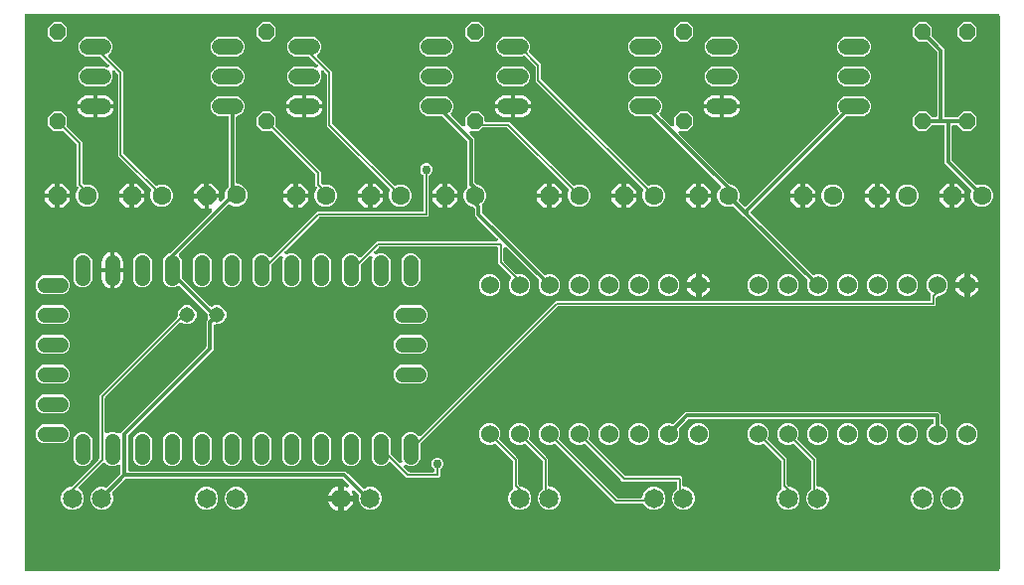
<source format=gtl>
G04 EAGLE Gerber RS-274X export*
G75*
%MOMM*%
%FSLAX34Y34*%
%LPD*%
%INTop Copper*%
%IPPOS*%
%AMOC8*
5,1,8,0,0,1.08239X$1,22.5*%
G01*
%ADD10P,1.732040X8X202.500000*%
%ADD11C,1.600200*%
%ADD12P,1.732040X8X204.400000*%
%ADD13C,1.320800*%
%ADD14P,1.429621X8X292.500000*%
%ADD15C,1.308000*%
%ADD16C,1.308000*%
%ADD17C,1.524000*%
%ADD18P,1.429621X8X112.500000*%
%ADD19C,1.650000*%
%ADD20C,0.152400*%
%ADD21C,0.304800*%
%ADD22C,0.756400*%

G36*
X597942Y-459736D02*
X597942Y-459736D01*
X597968Y-459738D01*
X598115Y-459716D01*
X598262Y-459699D01*
X598287Y-459691D01*
X598313Y-459687D01*
X598451Y-459632D01*
X598590Y-459582D01*
X598612Y-459568D01*
X598637Y-459558D01*
X598758Y-459473D01*
X598883Y-459393D01*
X598901Y-459374D01*
X598923Y-459359D01*
X599022Y-459249D01*
X599125Y-459142D01*
X599139Y-459120D01*
X599156Y-459100D01*
X599228Y-458970D01*
X599304Y-458843D01*
X599312Y-458818D01*
X599325Y-458795D01*
X599365Y-458652D01*
X599410Y-458511D01*
X599412Y-458485D01*
X599420Y-458460D01*
X599439Y-458216D01*
X599439Y13716D01*
X599436Y13742D01*
X599438Y13768D01*
X599416Y13915D01*
X599399Y14062D01*
X599391Y14087D01*
X599387Y14113D01*
X599332Y14251D01*
X599282Y14390D01*
X599268Y14412D01*
X599258Y14437D01*
X599173Y14558D01*
X599093Y14683D01*
X599074Y14701D01*
X599059Y14723D01*
X598949Y14822D01*
X598842Y14925D01*
X598820Y14939D01*
X598800Y14956D01*
X598670Y15028D01*
X598543Y15104D01*
X598518Y15112D01*
X598495Y15125D01*
X598352Y15165D01*
X598211Y15210D01*
X598185Y15212D01*
X598160Y15220D01*
X597916Y15239D01*
X-229616Y15239D01*
X-229642Y15236D01*
X-229668Y15238D01*
X-229815Y15216D01*
X-229962Y15199D01*
X-229987Y15191D01*
X-230013Y15187D01*
X-230151Y15132D01*
X-230290Y15082D01*
X-230312Y15068D01*
X-230337Y15058D01*
X-230458Y14973D01*
X-230583Y14893D01*
X-230601Y14874D01*
X-230623Y14859D01*
X-230722Y14749D01*
X-230825Y14642D01*
X-230839Y14620D01*
X-230856Y14600D01*
X-230928Y14470D01*
X-231004Y14343D01*
X-231012Y14318D01*
X-231025Y14295D01*
X-231065Y14152D01*
X-231110Y14011D01*
X-231112Y13985D01*
X-231120Y13960D01*
X-231139Y13716D01*
X-231139Y-458216D01*
X-231136Y-458242D01*
X-231138Y-458268D01*
X-231116Y-458415D01*
X-231099Y-458562D01*
X-231091Y-458587D01*
X-231087Y-458613D01*
X-231032Y-458751D01*
X-230982Y-458890D01*
X-230968Y-458912D01*
X-230958Y-458937D01*
X-230873Y-459058D01*
X-230793Y-459183D01*
X-230774Y-459201D01*
X-230759Y-459223D01*
X-230649Y-459322D01*
X-230542Y-459425D01*
X-230520Y-459439D01*
X-230500Y-459456D01*
X-230370Y-459528D01*
X-230243Y-459604D01*
X-230218Y-459612D01*
X-230195Y-459625D01*
X-230052Y-459665D01*
X-229911Y-459710D01*
X-229885Y-459712D01*
X-229860Y-459720D01*
X-229616Y-459739D01*
X597916Y-459739D01*
X597942Y-459736D01*
G37*
%LPC*%
G36*
X-192244Y-407675D02*
X-192244Y-407675D01*
X-195837Y-406187D01*
X-198587Y-403437D01*
X-200075Y-399844D01*
X-200075Y-395956D01*
X-198587Y-392363D01*
X-195837Y-389613D01*
X-192244Y-388125D01*
X-191965Y-388125D01*
X-191840Y-388111D01*
X-191713Y-388104D01*
X-191667Y-388091D01*
X-191619Y-388085D01*
X-191500Y-388043D01*
X-191378Y-388008D01*
X-191336Y-387984D01*
X-191291Y-387968D01*
X-191185Y-387899D01*
X-191074Y-387838D01*
X-191028Y-387798D01*
X-190998Y-387779D01*
X-190964Y-387744D01*
X-190888Y-387679D01*
X-167833Y-364624D01*
X-167754Y-364525D01*
X-167670Y-364431D01*
X-167646Y-364389D01*
X-167616Y-364351D01*
X-167562Y-364237D01*
X-167501Y-364126D01*
X-167488Y-364079D01*
X-167467Y-364036D01*
X-167441Y-363912D01*
X-167406Y-363791D01*
X-167401Y-363730D01*
X-167394Y-363695D01*
X-167395Y-363647D01*
X-167387Y-363547D01*
X-167387Y-310203D01*
X-165601Y-308417D01*
X-101221Y-244037D01*
X-101142Y-243938D01*
X-101058Y-243844D01*
X-101034Y-243802D01*
X-101004Y-243764D01*
X-100950Y-243650D01*
X-100889Y-243539D01*
X-100876Y-243493D01*
X-100855Y-243449D01*
X-100829Y-243325D01*
X-100794Y-243204D01*
X-100789Y-243143D01*
X-100782Y-243108D01*
X-100783Y-243060D01*
X-100775Y-242960D01*
X-100775Y-239696D01*
X-99547Y-236732D01*
X-97278Y-234463D01*
X-94314Y-233235D01*
X-91106Y-233235D01*
X-88142Y-234463D01*
X-85873Y-236732D01*
X-84645Y-239696D01*
X-84645Y-242904D01*
X-85873Y-245868D01*
X-88142Y-248137D01*
X-91106Y-249365D01*
X-94314Y-249365D01*
X-97451Y-248065D01*
X-97525Y-248044D01*
X-97595Y-248014D01*
X-97692Y-247997D01*
X-97787Y-247970D01*
X-97863Y-247966D01*
X-97938Y-247952D01*
X-98036Y-247957D01*
X-98135Y-247953D01*
X-98210Y-247966D01*
X-98286Y-247970D01*
X-98381Y-247997D01*
X-98478Y-248015D01*
X-98548Y-248046D01*
X-98621Y-248067D01*
X-98707Y-248115D01*
X-98797Y-248154D01*
X-98858Y-248200D01*
X-98925Y-248237D01*
X-99039Y-248334D01*
X-99077Y-248362D01*
X-99089Y-248377D01*
X-99111Y-248395D01*
X-162367Y-311651D01*
X-162446Y-311750D01*
X-162530Y-311844D01*
X-162554Y-311886D01*
X-162584Y-311924D01*
X-162638Y-312038D01*
X-162699Y-312149D01*
X-162712Y-312196D01*
X-162733Y-312239D01*
X-162759Y-312363D01*
X-162794Y-312484D01*
X-162799Y-312545D01*
X-162806Y-312580D01*
X-162805Y-312628D01*
X-162813Y-312728D01*
X-162813Y-340786D01*
X-162796Y-340935D01*
X-162784Y-341085D01*
X-162776Y-341109D01*
X-162773Y-341132D01*
X-162723Y-341274D01*
X-162677Y-341417D01*
X-162664Y-341438D01*
X-162656Y-341461D01*
X-162574Y-341587D01*
X-162497Y-341716D01*
X-162480Y-341733D01*
X-162467Y-341753D01*
X-162358Y-341858D01*
X-162254Y-341966D01*
X-162234Y-341979D01*
X-162216Y-341996D01*
X-162087Y-342073D01*
X-161961Y-342154D01*
X-161938Y-342162D01*
X-161917Y-342174D01*
X-161774Y-342220D01*
X-161632Y-342271D01*
X-161608Y-342273D01*
X-161585Y-342281D01*
X-161436Y-342293D01*
X-161286Y-342310D01*
X-161262Y-342307D01*
X-161238Y-342309D01*
X-161089Y-342286D01*
X-160940Y-342269D01*
X-160912Y-342260D01*
X-160893Y-342257D01*
X-160849Y-342239D01*
X-160707Y-342194D01*
X-157814Y-340995D01*
X-154606Y-340995D01*
X-151614Y-342235D01*
X-151548Y-342298D01*
X-151484Y-342336D01*
X-151426Y-342382D01*
X-151335Y-342425D01*
X-151249Y-342477D01*
X-151178Y-342499D01*
X-151111Y-342531D01*
X-151013Y-342552D01*
X-150917Y-342583D01*
X-150843Y-342589D01*
X-150770Y-342605D01*
X-150670Y-342603D01*
X-150570Y-342611D01*
X-150496Y-342600D01*
X-150422Y-342599D01*
X-150325Y-342574D01*
X-150225Y-342559D01*
X-150156Y-342532D01*
X-150084Y-342514D01*
X-149995Y-342468D01*
X-149901Y-342431D01*
X-149840Y-342388D01*
X-149774Y-342354D01*
X-149697Y-342289D01*
X-149615Y-342232D01*
X-149565Y-342176D01*
X-149509Y-342128D01*
X-149449Y-342047D01*
X-149382Y-341973D01*
X-149346Y-341908D01*
X-149302Y-341848D01*
X-149295Y-341834D01*
X-76520Y-269058D01*
X-76441Y-268959D01*
X-76357Y-268865D01*
X-76333Y-268823D01*
X-76303Y-268785D01*
X-76249Y-268671D01*
X-76188Y-268560D01*
X-76175Y-268514D01*
X-76154Y-268470D01*
X-76128Y-268347D01*
X-76093Y-268225D01*
X-76088Y-268164D01*
X-76081Y-268129D01*
X-76082Y-268081D01*
X-76074Y-267981D01*
X-76074Y-246387D01*
X-75279Y-245592D01*
X-75232Y-245533D01*
X-75177Y-245479D01*
X-75123Y-245396D01*
X-75062Y-245319D01*
X-75030Y-245250D01*
X-74988Y-245186D01*
X-74956Y-245093D01*
X-74913Y-245004D01*
X-74897Y-244930D01*
X-74872Y-244858D01*
X-74861Y-244760D01*
X-74840Y-244664D01*
X-74841Y-244587D01*
X-74833Y-244511D01*
X-74844Y-244413D01*
X-74846Y-244315D01*
X-74865Y-244241D01*
X-74874Y-244165D01*
X-74919Y-244023D01*
X-74931Y-243977D01*
X-74940Y-243960D01*
X-74949Y-243932D01*
X-75375Y-242904D01*
X-75375Y-240718D01*
X-75389Y-240592D01*
X-75396Y-240466D01*
X-75409Y-240420D01*
X-75415Y-240372D01*
X-75457Y-240253D01*
X-75492Y-240131D01*
X-75516Y-240089D01*
X-75532Y-240043D01*
X-75601Y-239937D01*
X-75662Y-239827D01*
X-75702Y-239781D01*
X-75721Y-239751D01*
X-75756Y-239717D01*
X-75821Y-239641D01*
X-98786Y-216676D01*
X-98807Y-216659D01*
X-98824Y-216639D01*
X-98943Y-216551D01*
X-99059Y-216459D01*
X-99083Y-216448D01*
X-99104Y-216432D01*
X-99240Y-216373D01*
X-99374Y-216310D01*
X-99400Y-216304D01*
X-99424Y-216294D01*
X-99570Y-216268D01*
X-99715Y-216237D01*
X-99741Y-216237D01*
X-99767Y-216232D01*
X-99915Y-216240D01*
X-100063Y-216243D01*
X-100089Y-216249D01*
X-100115Y-216250D01*
X-100257Y-216291D01*
X-100401Y-216328D01*
X-100425Y-216340D01*
X-100450Y-216347D01*
X-100579Y-216419D01*
X-100711Y-216487D01*
X-100731Y-216504D01*
X-100754Y-216517D01*
X-100808Y-216563D01*
X-103806Y-217805D01*
X-107014Y-217805D01*
X-109978Y-216577D01*
X-112247Y-214308D01*
X-113475Y-211344D01*
X-113475Y-195056D01*
X-112247Y-192092D01*
X-109978Y-189823D01*
X-107580Y-188830D01*
X-107579Y-188829D01*
X-107577Y-188828D01*
X-107426Y-188744D01*
X-107276Y-188660D01*
X-107274Y-188659D01*
X-107272Y-188658D01*
X-107086Y-188500D01*
X-71744Y-153158D01*
X-71666Y-153060D01*
X-71582Y-152966D01*
X-71558Y-152923D01*
X-71528Y-152885D01*
X-71474Y-152772D01*
X-71413Y-152662D01*
X-71400Y-152614D01*
X-71379Y-152570D01*
X-71353Y-152447D01*
X-71318Y-152326D01*
X-71316Y-152277D01*
X-71306Y-152229D01*
X-71308Y-152104D01*
X-71302Y-151978D01*
X-71311Y-151930D01*
X-71312Y-151881D01*
X-71342Y-151759D01*
X-71365Y-151635D01*
X-71385Y-151590D01*
X-71397Y-151543D01*
X-71454Y-151431D01*
X-71504Y-151316D01*
X-71534Y-151277D01*
X-71556Y-151233D01*
X-71637Y-151137D01*
X-71713Y-151037D01*
X-71750Y-151005D01*
X-71782Y-150967D01*
X-71883Y-150893D01*
X-71979Y-150812D01*
X-72023Y-150790D01*
X-72062Y-150760D01*
X-72178Y-150711D01*
X-72289Y-150654D01*
X-72337Y-150642D01*
X-72382Y-150622D01*
X-72506Y-150600D01*
X-72628Y-150570D01*
X-72690Y-150567D01*
X-72725Y-150561D01*
X-72773Y-150563D01*
X-72872Y-150558D01*
X-73813Y-150590D01*
X-74095Y-142084D01*
X-65590Y-141802D01*
X-65539Y-143327D01*
X-65528Y-143401D01*
X-65527Y-143476D01*
X-65503Y-143573D01*
X-65488Y-143671D01*
X-65460Y-143741D01*
X-65442Y-143814D01*
X-65396Y-143903D01*
X-65360Y-143995D01*
X-65317Y-144057D01*
X-65282Y-144124D01*
X-65218Y-144200D01*
X-65161Y-144282D01*
X-65105Y-144332D01*
X-65056Y-144389D01*
X-64976Y-144449D01*
X-64902Y-144515D01*
X-64837Y-144552D01*
X-64776Y-144597D01*
X-64685Y-144636D01*
X-64598Y-144684D01*
X-64525Y-144705D01*
X-64456Y-144735D01*
X-64358Y-144752D01*
X-64262Y-144779D01*
X-64187Y-144783D01*
X-64113Y-144796D01*
X-64014Y-144791D01*
X-63914Y-144796D01*
X-63840Y-144782D01*
X-63765Y-144778D01*
X-63669Y-144751D01*
X-63571Y-144733D01*
X-63502Y-144703D01*
X-63430Y-144682D01*
X-63343Y-144633D01*
X-63252Y-144593D01*
X-63192Y-144548D01*
X-63126Y-144512D01*
X-63010Y-144413D01*
X-62973Y-144385D01*
X-62961Y-144371D01*
X-62940Y-144353D01*
X-60779Y-142192D01*
X-60700Y-142093D01*
X-60616Y-141999D01*
X-60592Y-141957D01*
X-60562Y-141919D01*
X-60508Y-141805D01*
X-60447Y-141694D01*
X-60434Y-141648D01*
X-60413Y-141604D01*
X-60387Y-141481D01*
X-60352Y-141359D01*
X-60347Y-141298D01*
X-60340Y-141264D01*
X-60341Y-141216D01*
X-60333Y-141115D01*
X-60333Y-137384D01*
X-58883Y-133883D01*
X-57470Y-132470D01*
X-57391Y-132371D01*
X-57307Y-132277D01*
X-57283Y-132235D01*
X-57253Y-132197D01*
X-57199Y-132083D01*
X-57138Y-131972D01*
X-57125Y-131926D01*
X-57104Y-131882D01*
X-57078Y-131759D01*
X-57043Y-131637D01*
X-57038Y-131576D01*
X-57031Y-131542D01*
X-57032Y-131494D01*
X-57024Y-131393D01*
X-57024Y-73152D01*
X-57027Y-73126D01*
X-57025Y-73100D01*
X-57047Y-72953D01*
X-57064Y-72806D01*
X-57072Y-72781D01*
X-57076Y-72755D01*
X-57131Y-72617D01*
X-57181Y-72478D01*
X-57195Y-72456D01*
X-57205Y-72431D01*
X-57289Y-72310D01*
X-57370Y-72185D01*
X-57389Y-72167D01*
X-57404Y-72145D01*
X-57514Y-72046D01*
X-57621Y-71943D01*
X-57643Y-71929D01*
X-57663Y-71912D01*
X-57793Y-71840D01*
X-57920Y-71764D01*
X-57945Y-71756D01*
X-57968Y-71743D01*
X-58111Y-71703D01*
X-58252Y-71658D01*
X-58278Y-71656D01*
X-58303Y-71648D01*
X-58547Y-71629D01*
X-66271Y-71629D01*
X-69259Y-70391D01*
X-71545Y-68105D01*
X-72783Y-65117D01*
X-72783Y-61883D01*
X-71545Y-58895D01*
X-69259Y-56609D01*
X-66271Y-55371D01*
X-49829Y-55371D01*
X-46841Y-56609D01*
X-44555Y-58895D01*
X-43317Y-61883D01*
X-43317Y-65117D01*
X-44555Y-68105D01*
X-46841Y-70391D01*
X-49986Y-71694D01*
X-50053Y-71731D01*
X-50124Y-71759D01*
X-50205Y-71815D01*
X-50291Y-71863D01*
X-50347Y-71914D01*
X-50410Y-71958D01*
X-50476Y-72031D01*
X-50549Y-72097D01*
X-50592Y-72160D01*
X-50643Y-72217D01*
X-50691Y-72303D01*
X-50747Y-72384D01*
X-50775Y-72455D01*
X-50812Y-72522D01*
X-50839Y-72617D01*
X-50875Y-72708D01*
X-50886Y-72784D01*
X-50907Y-72857D01*
X-50919Y-73006D01*
X-50926Y-73053D01*
X-50924Y-73072D01*
X-50926Y-73101D01*
X-50926Y-128230D01*
X-50923Y-128256D01*
X-50925Y-128282D01*
X-50903Y-128429D01*
X-50886Y-128576D01*
X-50878Y-128601D01*
X-50874Y-128627D01*
X-50819Y-128765D01*
X-50769Y-128904D01*
X-50755Y-128926D01*
X-50745Y-128951D01*
X-50660Y-129072D01*
X-50580Y-129197D01*
X-50561Y-129215D01*
X-50546Y-129237D01*
X-50436Y-129336D01*
X-50329Y-129439D01*
X-50307Y-129453D01*
X-50287Y-129470D01*
X-50157Y-129542D01*
X-50030Y-129618D01*
X-50005Y-129626D01*
X-49982Y-129639D01*
X-49839Y-129679D01*
X-49698Y-129724D01*
X-49672Y-129726D01*
X-49647Y-129734D01*
X-49403Y-129753D01*
X-48912Y-129753D01*
X-45411Y-131203D01*
X-42731Y-133883D01*
X-41281Y-137384D01*
X-41281Y-141174D01*
X-42731Y-144675D01*
X-45411Y-147354D01*
X-48912Y-148805D01*
X-52702Y-148805D01*
X-56051Y-147417D01*
X-56125Y-147396D01*
X-56195Y-147366D01*
X-56291Y-147349D01*
X-56386Y-147322D01*
X-56462Y-147318D01*
X-56538Y-147304D01*
X-56636Y-147310D01*
X-56734Y-147305D01*
X-56809Y-147318D01*
X-56886Y-147322D01*
X-56980Y-147350D01*
X-57077Y-147367D01*
X-57147Y-147398D01*
X-57221Y-147419D01*
X-57306Y-147467D01*
X-57397Y-147506D01*
X-57458Y-147552D01*
X-57525Y-147589D01*
X-57639Y-147686D01*
X-57676Y-147714D01*
X-57689Y-147729D01*
X-57711Y-147748D01*
X-99237Y-189274D01*
X-99253Y-189294D01*
X-99273Y-189311D01*
X-99362Y-189431D01*
X-99454Y-189547D01*
X-99465Y-189570D01*
X-99480Y-189591D01*
X-99539Y-189728D01*
X-99603Y-189862D01*
X-99608Y-189887D01*
X-99618Y-189911D01*
X-99645Y-190058D01*
X-99676Y-190202D01*
X-99675Y-190228D01*
X-99680Y-190254D01*
X-99672Y-190403D01*
X-99670Y-190551D01*
X-99664Y-190576D01*
X-99662Y-190602D01*
X-99621Y-190745D01*
X-99585Y-190889D01*
X-99573Y-190912D01*
X-99566Y-190937D01*
X-99493Y-191067D01*
X-99425Y-191199D01*
X-99408Y-191219D01*
X-99395Y-191241D01*
X-99237Y-191428D01*
X-98573Y-192092D01*
X-97345Y-195056D01*
X-97345Y-208862D01*
X-97331Y-208988D01*
X-97324Y-209114D01*
X-97311Y-209160D01*
X-97305Y-209208D01*
X-97263Y-209327D01*
X-97228Y-209449D01*
X-97204Y-209491D01*
X-97188Y-209537D01*
X-97119Y-209643D01*
X-97058Y-209753D01*
X-97018Y-209799D01*
X-96999Y-209829D01*
X-96964Y-209863D01*
X-96899Y-209939D01*
X-72949Y-233889D01*
X-72890Y-233936D01*
X-72836Y-233991D01*
X-72754Y-234044D01*
X-72676Y-234106D01*
X-72607Y-234138D01*
X-72543Y-234180D01*
X-72450Y-234212D01*
X-72361Y-234254D01*
X-72287Y-234271D01*
X-72215Y-234296D01*
X-72117Y-234307D01*
X-72021Y-234328D01*
X-71944Y-234327D01*
X-71868Y-234335D01*
X-71770Y-234324D01*
X-71672Y-234322D01*
X-71598Y-234303D01*
X-71522Y-234294D01*
X-71380Y-234248D01*
X-71334Y-234237D01*
X-71317Y-234228D01*
X-71289Y-234219D01*
X-68914Y-233235D01*
X-65706Y-233235D01*
X-62742Y-234463D01*
X-60473Y-236732D01*
X-59245Y-239696D01*
X-59245Y-242904D01*
X-60473Y-245868D01*
X-62742Y-248137D01*
X-65706Y-249365D01*
X-68453Y-249365D01*
X-68479Y-249368D01*
X-68505Y-249366D01*
X-68652Y-249388D01*
X-68799Y-249405D01*
X-68824Y-249413D01*
X-68850Y-249417D01*
X-68988Y-249472D01*
X-69127Y-249522D01*
X-69149Y-249536D01*
X-69174Y-249546D01*
X-69295Y-249631D01*
X-69420Y-249711D01*
X-69438Y-249730D01*
X-69460Y-249745D01*
X-69559Y-249855D01*
X-69662Y-249962D01*
X-69676Y-249984D01*
X-69693Y-250004D01*
X-69765Y-250134D01*
X-69841Y-250261D01*
X-69849Y-250286D01*
X-69862Y-250309D01*
X-69902Y-250452D01*
X-69947Y-250593D01*
X-69949Y-250619D01*
X-69957Y-250644D01*
X-69976Y-250888D01*
X-69976Y-271138D01*
X-142555Y-343717D01*
X-142634Y-343816D01*
X-142718Y-343910D01*
X-142742Y-343952D01*
X-142772Y-343990D01*
X-142826Y-344104D01*
X-142887Y-344215D01*
X-142900Y-344261D01*
X-142921Y-344305D01*
X-142947Y-344428D01*
X-142982Y-344550D01*
X-142987Y-344611D01*
X-142994Y-344646D01*
X-142993Y-344694D01*
X-143001Y-344794D01*
X-143001Y-373253D01*
X-142998Y-373279D01*
X-143000Y-373305D01*
X-142978Y-373452D01*
X-142961Y-373599D01*
X-142953Y-373624D01*
X-142949Y-373650D01*
X-142894Y-373788D01*
X-142844Y-373927D01*
X-142830Y-373949D01*
X-142820Y-373974D01*
X-142735Y-374095D01*
X-142655Y-374220D01*
X-142636Y-374238D01*
X-142621Y-374260D01*
X-142511Y-374359D01*
X-142404Y-374462D01*
X-142382Y-374476D01*
X-142362Y-374493D01*
X-142232Y-374565D01*
X-142105Y-374641D01*
X-142080Y-374649D01*
X-142057Y-374662D01*
X-141914Y-374702D01*
X-141773Y-374747D01*
X-141747Y-374749D01*
X-141722Y-374757D01*
X-141478Y-374776D01*
X42538Y-374776D01*
X44770Y-377008D01*
X56769Y-389007D01*
X56829Y-389055D01*
X56882Y-389110D01*
X56965Y-389163D01*
X57042Y-389224D01*
X57111Y-389257D01*
X57175Y-389298D01*
X57268Y-389331D01*
X57357Y-389373D01*
X57432Y-389389D01*
X57504Y-389415D01*
X57602Y-389426D01*
X57698Y-389446D01*
X57774Y-389445D01*
X57850Y-389454D01*
X57948Y-389442D01*
X58046Y-389440D01*
X58120Y-389422D01*
X58196Y-389413D01*
X58338Y-389367D01*
X58384Y-389355D01*
X58401Y-389347D01*
X58429Y-389338D01*
X61356Y-388125D01*
X65244Y-388125D01*
X68837Y-389613D01*
X71587Y-392363D01*
X73075Y-395956D01*
X73075Y-399844D01*
X71587Y-403437D01*
X68837Y-406187D01*
X65244Y-407675D01*
X61356Y-407675D01*
X57763Y-406187D01*
X55013Y-403437D01*
X53525Y-399844D01*
X53525Y-395956D01*
X53595Y-395787D01*
X53616Y-395713D01*
X53647Y-395643D01*
X53664Y-395546D01*
X53691Y-395452D01*
X53695Y-395375D01*
X53708Y-395300D01*
X53703Y-395202D01*
X53708Y-395103D01*
X53694Y-395028D01*
X53690Y-394952D01*
X53663Y-394857D01*
X53645Y-394761D01*
X53615Y-394691D01*
X53594Y-394617D01*
X53546Y-394531D01*
X53506Y-394441D01*
X53461Y-394380D01*
X53424Y-394313D01*
X53327Y-394199D01*
X53299Y-394161D01*
X53284Y-394149D01*
X53265Y-394127D01*
X50326Y-391188D01*
X50240Y-391119D01*
X50160Y-391044D01*
X50104Y-391011D01*
X50053Y-390971D01*
X49954Y-390924D01*
X49858Y-390869D01*
X49797Y-390850D01*
X49738Y-390822D01*
X49630Y-390799D01*
X49525Y-390767D01*
X49460Y-390762D01*
X49397Y-390749D01*
X49287Y-390751D01*
X49177Y-390743D01*
X49114Y-390754D01*
X49049Y-390755D01*
X48942Y-390782D01*
X48834Y-390799D01*
X48774Y-390824D01*
X48711Y-390840D01*
X48613Y-390890D01*
X48511Y-390932D01*
X48459Y-390970D01*
X48401Y-390999D01*
X48317Y-391071D01*
X48228Y-391135D01*
X48185Y-391183D01*
X48136Y-391225D01*
X48070Y-391314D01*
X47998Y-391396D01*
X47967Y-391453D01*
X47928Y-391505D01*
X47885Y-391607D01*
X47833Y-391703D01*
X47816Y-391766D01*
X47790Y-391825D01*
X47771Y-391934D01*
X47742Y-392040D01*
X47740Y-392105D01*
X47729Y-392168D01*
X47734Y-392278D01*
X47731Y-392388D01*
X47743Y-392452D01*
X47747Y-392517D01*
X47777Y-392622D01*
X47799Y-392730D01*
X47831Y-392809D01*
X47843Y-392851D01*
X47863Y-392887D01*
X47892Y-392956D01*
X48300Y-393758D01*
X48753Y-395151D01*
X41049Y-395151D01*
X41049Y-387447D01*
X42442Y-387900D01*
X43244Y-388308D01*
X43347Y-388347D01*
X43446Y-388394D01*
X43510Y-388407D01*
X43570Y-388430D01*
X43680Y-388444D01*
X43787Y-388467D01*
X43852Y-388466D01*
X43916Y-388474D01*
X44026Y-388463D01*
X44135Y-388461D01*
X44198Y-388445D01*
X44263Y-388439D01*
X44367Y-388403D01*
X44473Y-388376D01*
X44531Y-388346D01*
X44592Y-388325D01*
X44685Y-388267D01*
X44783Y-388216D01*
X44833Y-388174D01*
X44887Y-388140D01*
X44965Y-388062D01*
X45049Y-387991D01*
X45087Y-387938D01*
X45133Y-387892D01*
X45190Y-387799D01*
X45256Y-387710D01*
X45281Y-387651D01*
X45315Y-387596D01*
X45350Y-387491D01*
X45394Y-387390D01*
X45405Y-387326D01*
X45426Y-387265D01*
X45436Y-387156D01*
X45455Y-387047D01*
X45452Y-386983D01*
X45458Y-386918D01*
X45443Y-386809D01*
X45438Y-386699D01*
X45420Y-386637D01*
X45411Y-386573D01*
X45371Y-386470D01*
X45341Y-386364D01*
X45309Y-386308D01*
X45286Y-386247D01*
X45225Y-386156D01*
X45171Y-386060D01*
X45116Y-385996D01*
X45091Y-385959D01*
X45061Y-385931D01*
X45012Y-385874D01*
X40458Y-381320D01*
X40359Y-381241D01*
X40265Y-381157D01*
X40223Y-381133D01*
X40185Y-381103D01*
X40071Y-381049D01*
X39960Y-380988D01*
X39914Y-380975D01*
X39870Y-380954D01*
X39747Y-380928D01*
X39625Y-380893D01*
X39564Y-380888D01*
X39530Y-380881D01*
X39482Y-380882D01*
X39381Y-380874D01*
X-144156Y-380874D01*
X-144282Y-380888D01*
X-144408Y-380895D01*
X-144454Y-380908D01*
X-144502Y-380914D01*
X-144621Y-380956D01*
X-144743Y-380991D01*
X-144785Y-381015D01*
X-144831Y-381031D01*
X-144937Y-381100D01*
X-145047Y-381161D01*
X-145093Y-381201D01*
X-145123Y-381220D01*
X-145157Y-381255D01*
X-145233Y-381320D01*
X-156078Y-392164D01*
X-156125Y-392224D01*
X-156180Y-392278D01*
X-156233Y-392360D01*
X-156294Y-392437D01*
X-156327Y-392506D01*
X-156368Y-392571D01*
X-156401Y-392664D01*
X-156443Y-392753D01*
X-156459Y-392827D01*
X-156485Y-392899D01*
X-156496Y-392997D01*
X-156517Y-393093D01*
X-156515Y-393169D01*
X-156524Y-393246D01*
X-156512Y-393343D01*
X-156511Y-393442D01*
X-156492Y-393516D01*
X-156483Y-393592D01*
X-156437Y-393734D01*
X-156426Y-393780D01*
X-156417Y-393797D01*
X-156408Y-393824D01*
X-155525Y-395956D01*
X-155525Y-399844D01*
X-157013Y-403437D01*
X-159763Y-406187D01*
X-163356Y-407675D01*
X-167244Y-407675D01*
X-170837Y-406187D01*
X-173587Y-403437D01*
X-175075Y-399844D01*
X-175075Y-395956D01*
X-173587Y-392363D01*
X-170837Y-389613D01*
X-167244Y-388125D01*
X-163356Y-388125D01*
X-162391Y-388525D01*
X-162318Y-388546D01*
X-162248Y-388576D01*
X-162151Y-388593D01*
X-162056Y-388620D01*
X-161980Y-388624D01*
X-161905Y-388638D01*
X-161806Y-388633D01*
X-161708Y-388637D01*
X-161633Y-388624D01*
X-161556Y-388620D01*
X-161462Y-388593D01*
X-161365Y-388575D01*
X-161295Y-388544D01*
X-161222Y-388523D01*
X-161136Y-388475D01*
X-161045Y-388436D01*
X-160984Y-388390D01*
X-160917Y-388353D01*
X-160804Y-388256D01*
X-160766Y-388228D01*
X-160753Y-388213D01*
X-160731Y-388195D01*
X-149545Y-377008D01*
X-149478Y-376924D01*
X-149442Y-376887D01*
X-149434Y-376874D01*
X-149382Y-376815D01*
X-149358Y-376773D01*
X-149328Y-376735D01*
X-149274Y-376621D01*
X-149213Y-376510D01*
X-149200Y-376464D01*
X-149179Y-376420D01*
X-149153Y-376297D01*
X-149118Y-376175D01*
X-149113Y-376114D01*
X-149106Y-376079D01*
X-149107Y-376031D01*
X-149099Y-375931D01*
X-149099Y-370111D01*
X-149110Y-370012D01*
X-149112Y-369911D01*
X-149130Y-369839D01*
X-149139Y-369765D01*
X-149172Y-369671D01*
X-149197Y-369573D01*
X-149231Y-369507D01*
X-149256Y-369437D01*
X-149311Y-369353D01*
X-149357Y-369263D01*
X-149405Y-369207D01*
X-149445Y-369144D01*
X-149517Y-369074D01*
X-149583Y-368998D01*
X-149642Y-368954D01*
X-149696Y-368902D01*
X-149782Y-368851D01*
X-149863Y-368791D01*
X-149931Y-368761D01*
X-149995Y-368723D01*
X-150090Y-368693D01*
X-150183Y-368653D01*
X-150256Y-368640D01*
X-150327Y-368617D01*
X-150427Y-368609D01*
X-150526Y-368591D01*
X-150600Y-368595D01*
X-150674Y-368589D01*
X-150773Y-368604D01*
X-150874Y-368609D01*
X-150945Y-368630D01*
X-151019Y-368641D01*
X-151112Y-368678D01*
X-151209Y-368706D01*
X-151274Y-368742D01*
X-151343Y-368769D01*
X-151425Y-368827D01*
X-151513Y-368876D01*
X-151589Y-368941D01*
X-151629Y-368968D01*
X-151633Y-368974D01*
X-154606Y-370205D01*
X-157814Y-370205D01*
X-160778Y-368977D01*
X-162171Y-367584D01*
X-162192Y-367568D01*
X-162209Y-367548D01*
X-162328Y-367460D01*
X-162444Y-367368D01*
X-162468Y-367356D01*
X-162489Y-367341D01*
X-162625Y-367282D01*
X-162759Y-367219D01*
X-162785Y-367213D01*
X-162809Y-367203D01*
X-162955Y-367176D01*
X-163100Y-367145D01*
X-163126Y-367146D01*
X-163152Y-367141D01*
X-163300Y-367149D01*
X-163448Y-367151D01*
X-163474Y-367158D01*
X-163500Y-367159D01*
X-163642Y-367200D01*
X-163786Y-367236D01*
X-163810Y-367248D01*
X-163835Y-367256D01*
X-163964Y-367328D01*
X-164096Y-367396D01*
X-164116Y-367413D01*
X-164139Y-367426D01*
X-164325Y-367584D01*
X-184482Y-387741D01*
X-184498Y-387761D01*
X-184518Y-387778D01*
X-184606Y-387898D01*
X-184698Y-388014D01*
X-184709Y-388037D01*
X-184725Y-388058D01*
X-184784Y-388195D01*
X-184847Y-388329D01*
X-184853Y-388354D01*
X-184863Y-388378D01*
X-184889Y-388525D01*
X-184921Y-388669D01*
X-184920Y-388695D01*
X-184925Y-388721D01*
X-184917Y-388870D01*
X-184915Y-389018D01*
X-184908Y-389043D01*
X-184907Y-389069D01*
X-184866Y-389212D01*
X-184830Y-389356D01*
X-184818Y-389379D01*
X-184810Y-389404D01*
X-184738Y-389534D01*
X-184670Y-389666D01*
X-184653Y-389686D01*
X-184640Y-389709D01*
X-184482Y-389895D01*
X-182013Y-392363D01*
X-180525Y-395956D01*
X-180525Y-399844D01*
X-182013Y-403437D01*
X-184763Y-406187D01*
X-188356Y-407675D01*
X-192244Y-407675D01*
G37*
%LPD*%
%LPC*%
G36*
X188681Y-225045D02*
X188681Y-225045D01*
X185320Y-223652D01*
X182748Y-221080D01*
X181355Y-217719D01*
X181355Y-214081D01*
X182747Y-210720D01*
X182927Y-210540D01*
X182943Y-210520D01*
X182963Y-210503D01*
X183051Y-210384D01*
X183144Y-210267D01*
X183155Y-210244D01*
X183171Y-210222D01*
X183229Y-210086D01*
X183293Y-209952D01*
X183298Y-209927D01*
X183309Y-209902D01*
X183335Y-209757D01*
X183366Y-209612D01*
X183366Y-209585D01*
X183370Y-209559D01*
X183363Y-209411D01*
X183360Y-209263D01*
X183354Y-209238D01*
X183352Y-209211D01*
X183311Y-209069D01*
X183275Y-208925D01*
X183263Y-208902D01*
X183256Y-208877D01*
X183183Y-208747D01*
X183115Y-208615D01*
X183098Y-208595D01*
X183086Y-208572D01*
X182927Y-208386D01*
X172338Y-197797D01*
X172338Y-184785D01*
X172335Y-184759D01*
X172337Y-184733D01*
X172315Y-184586D01*
X172298Y-184439D01*
X172290Y-184414D01*
X172286Y-184388D01*
X172231Y-184250D01*
X172181Y-184111D01*
X172167Y-184089D01*
X172157Y-184064D01*
X172072Y-183943D01*
X171992Y-183818D01*
X171973Y-183800D01*
X171958Y-183778D01*
X171848Y-183679D01*
X171741Y-183576D01*
X171719Y-183562D01*
X171699Y-183545D01*
X171569Y-183473D01*
X171442Y-183397D01*
X171417Y-183389D01*
X171394Y-183376D01*
X171251Y-183336D01*
X171110Y-183291D01*
X171084Y-183289D01*
X171059Y-183281D01*
X170815Y-183262D01*
X71428Y-183262D01*
X71303Y-183276D01*
X71176Y-183283D01*
X71130Y-183296D01*
X71082Y-183302D01*
X70963Y-183344D01*
X70842Y-183379D01*
X70799Y-183403D01*
X70754Y-183419D01*
X70647Y-183488D01*
X70537Y-183549D01*
X70491Y-183589D01*
X70461Y-183608D01*
X70427Y-183643D01*
X70351Y-183708D01*
X67115Y-186944D01*
X67084Y-186983D01*
X67047Y-187017D01*
X66976Y-187119D01*
X66899Y-187217D01*
X66877Y-187262D01*
X66848Y-187304D01*
X66803Y-187419D01*
X66750Y-187532D01*
X66739Y-187581D01*
X66721Y-187628D01*
X66703Y-187751D01*
X66676Y-187872D01*
X66677Y-187923D01*
X66670Y-187973D01*
X66680Y-188097D01*
X66682Y-188221D01*
X66695Y-188270D01*
X66699Y-188320D01*
X66737Y-188438D01*
X66767Y-188559D01*
X66790Y-188604D01*
X66806Y-188652D01*
X66870Y-188758D01*
X66927Y-188869D01*
X66960Y-188907D01*
X66986Y-188950D01*
X67072Y-189039D01*
X67153Y-189134D01*
X67193Y-189164D01*
X67228Y-189200D01*
X67333Y-189267D01*
X67433Y-189341D01*
X67479Y-189361D01*
X67522Y-189388D01*
X67639Y-189430D01*
X67753Y-189479D01*
X67803Y-189488D01*
X67850Y-189505D01*
X67974Y-189519D01*
X68096Y-189541D01*
X68146Y-189538D01*
X68196Y-189544D01*
X68320Y-189529D01*
X68444Y-189523D01*
X68493Y-189509D01*
X68543Y-189503D01*
X68775Y-189428D01*
X70786Y-188595D01*
X73994Y-188595D01*
X76958Y-189823D01*
X79227Y-192092D01*
X80455Y-195056D01*
X80455Y-211344D01*
X79227Y-214308D01*
X76958Y-216577D01*
X73994Y-217805D01*
X70786Y-217805D01*
X67822Y-216577D01*
X65553Y-214308D01*
X64325Y-211344D01*
X64325Y-195056D01*
X65158Y-193045D01*
X65172Y-192997D01*
X65193Y-192951D01*
X65220Y-192830D01*
X65254Y-192710D01*
X65256Y-192660D01*
X65267Y-192611D01*
X65265Y-192486D01*
X65271Y-192362D01*
X65262Y-192313D01*
X65261Y-192262D01*
X65230Y-192142D01*
X65208Y-192019D01*
X65188Y-191973D01*
X65176Y-191924D01*
X65119Y-191814D01*
X65069Y-191700D01*
X65039Y-191659D01*
X65016Y-191614D01*
X64936Y-191520D01*
X64861Y-191420D01*
X64823Y-191387D01*
X64790Y-191349D01*
X64690Y-191275D01*
X64595Y-191195D01*
X64551Y-191172D01*
X64510Y-191142D01*
X64396Y-191093D01*
X64285Y-191036D01*
X64236Y-191024D01*
X64190Y-191004D01*
X64068Y-190982D01*
X63947Y-190952D01*
X63897Y-190951D01*
X63847Y-190942D01*
X63723Y-190949D01*
X63598Y-190947D01*
X63549Y-190957D01*
X63499Y-190960D01*
X63380Y-190995D01*
X63258Y-191021D01*
X63212Y-191043D01*
X63164Y-191057D01*
X63056Y-191117D01*
X62943Y-191171D01*
X62904Y-191202D01*
X62860Y-191227D01*
X62674Y-191385D01*
X55501Y-198558D01*
X55422Y-198657D01*
X55338Y-198751D01*
X55314Y-198793D01*
X55284Y-198831D01*
X55230Y-198945D01*
X55169Y-199056D01*
X55156Y-199103D01*
X55135Y-199146D01*
X55109Y-199270D01*
X55074Y-199391D01*
X55069Y-199452D01*
X55062Y-199487D01*
X55063Y-199535D01*
X55055Y-199635D01*
X55055Y-211344D01*
X53827Y-214308D01*
X51558Y-216577D01*
X48594Y-217805D01*
X45386Y-217805D01*
X42422Y-216577D01*
X40153Y-214308D01*
X38925Y-211344D01*
X38925Y-195056D01*
X40153Y-192092D01*
X42422Y-189823D01*
X45386Y-188595D01*
X48594Y-188595D01*
X51558Y-189823D01*
X53586Y-191851D01*
X53607Y-191867D01*
X53624Y-191887D01*
X53743Y-191975D01*
X53859Y-192067D01*
X53883Y-192079D01*
X53904Y-192094D01*
X54040Y-192153D01*
X54174Y-192216D01*
X54200Y-192222D01*
X54224Y-192232D01*
X54370Y-192259D01*
X54515Y-192290D01*
X54541Y-192289D01*
X54567Y-192294D01*
X54715Y-192286D01*
X54863Y-192284D01*
X54889Y-192277D01*
X54915Y-192276D01*
X55057Y-192235D01*
X55201Y-192199D01*
X55225Y-192187D01*
X55250Y-192179D01*
X55379Y-192107D01*
X55511Y-192039D01*
X55531Y-192022D01*
X55554Y-192009D01*
X55740Y-191851D01*
X67117Y-180474D01*
X68903Y-178688D01*
X170699Y-178688D01*
X170799Y-178677D01*
X170899Y-178675D01*
X170972Y-178657D01*
X171045Y-178648D01*
X171140Y-178615D01*
X171237Y-178590D01*
X171304Y-178556D01*
X171374Y-178531D01*
X171458Y-178476D01*
X171547Y-178430D01*
X171604Y-178382D01*
X171666Y-178342D01*
X171736Y-178270D01*
X171813Y-178205D01*
X171857Y-178145D01*
X171909Y-178091D01*
X171960Y-178005D01*
X172020Y-177924D01*
X172049Y-177856D01*
X172087Y-177792D01*
X172118Y-177696D01*
X172158Y-177604D01*
X172171Y-177531D01*
X172194Y-177460D01*
X172202Y-177360D01*
X172219Y-177261D01*
X172216Y-177187D01*
X172222Y-177113D01*
X172207Y-177013D01*
X172202Y-176913D01*
X172181Y-176842D01*
X172170Y-176768D01*
X172133Y-176675D01*
X172105Y-176578D01*
X172069Y-176513D01*
X172041Y-176444D01*
X171984Y-176362D01*
X171935Y-176274D01*
X171870Y-176198D01*
X171842Y-176158D01*
X171816Y-176134D01*
X171776Y-176088D01*
X154758Y-159070D01*
X152526Y-156838D01*
X152526Y-151119D01*
X152512Y-150993D01*
X152505Y-150867D01*
X152492Y-150821D01*
X152486Y-150773D01*
X152444Y-150654D01*
X152409Y-150532D01*
X152385Y-150490D01*
X152369Y-150444D01*
X152300Y-150338D01*
X152239Y-150228D01*
X152199Y-150182D01*
X152180Y-150152D01*
X152145Y-150118D01*
X152080Y-150042D01*
X151710Y-149672D01*
X151611Y-149593D01*
X151517Y-149509D01*
X151475Y-149485D01*
X151437Y-149455D01*
X151323Y-149401D01*
X151212Y-149340D01*
X151166Y-149327D01*
X151122Y-149306D01*
X150999Y-149280D01*
X150877Y-149245D01*
X150816Y-149240D01*
X150781Y-149233D01*
X150733Y-149234D01*
X150633Y-149226D01*
X150505Y-149226D01*
X147004Y-147776D01*
X144324Y-145096D01*
X142874Y-141595D01*
X142874Y-137805D01*
X144324Y-134304D01*
X145730Y-132898D01*
X145809Y-132799D01*
X145893Y-132706D01*
X145917Y-132663D01*
X145947Y-132625D01*
X146001Y-132511D01*
X146062Y-132401D01*
X146075Y-132354D01*
X146096Y-132310D01*
X146122Y-132187D01*
X146157Y-132065D01*
X146162Y-132004D01*
X146169Y-131970D01*
X146168Y-131922D01*
X146176Y-131821D01*
X146176Y-93969D01*
X146162Y-93843D01*
X146155Y-93717D01*
X146142Y-93671D01*
X146136Y-93623D01*
X146094Y-93504D01*
X146059Y-93382D01*
X146035Y-93340D01*
X146019Y-93294D01*
X145950Y-93188D01*
X145889Y-93078D01*
X145849Y-93032D01*
X145830Y-93002D01*
X145795Y-92968D01*
X145730Y-92892D01*
X124913Y-72075D01*
X124814Y-71996D01*
X124720Y-71912D01*
X124678Y-71888D01*
X124640Y-71858D01*
X124526Y-71804D01*
X124415Y-71743D01*
X124369Y-71730D01*
X124325Y-71709D01*
X124202Y-71683D01*
X124080Y-71648D01*
X124019Y-71643D01*
X123984Y-71636D01*
X123936Y-71637D01*
X123836Y-71629D01*
X111529Y-71629D01*
X108541Y-70391D01*
X106255Y-68105D01*
X105017Y-65117D01*
X105017Y-61883D01*
X106255Y-58895D01*
X108541Y-56609D01*
X111529Y-55371D01*
X127971Y-55371D01*
X130959Y-56609D01*
X133245Y-58895D01*
X134483Y-61883D01*
X134483Y-65117D01*
X133245Y-68105D01*
X132483Y-68867D01*
X132466Y-68888D01*
X132446Y-68905D01*
X132358Y-69024D01*
X132266Y-69140D01*
X132255Y-69164D01*
X132239Y-69185D01*
X132181Y-69321D01*
X132117Y-69455D01*
X132112Y-69481D01*
X132101Y-69505D01*
X132075Y-69651D01*
X132044Y-69796D01*
X132044Y-69822D01*
X132040Y-69848D01*
X132047Y-69996D01*
X132050Y-70144D01*
X132056Y-70170D01*
X132058Y-70196D01*
X132099Y-70338D01*
X132135Y-70482D01*
X132147Y-70506D01*
X132154Y-70531D01*
X132226Y-70660D01*
X132294Y-70792D01*
X132311Y-70812D01*
X132324Y-70835D01*
X132483Y-71021D01*
X141671Y-80209D01*
X141749Y-80272D01*
X141822Y-80342D01*
X141886Y-80380D01*
X141944Y-80426D01*
X142035Y-80469D01*
X142121Y-80520D01*
X142192Y-80543D01*
X142259Y-80575D01*
X142357Y-80596D01*
X142453Y-80627D01*
X142527Y-80633D01*
X142600Y-80648D01*
X142700Y-80647D01*
X142800Y-80655D01*
X142874Y-80644D01*
X142948Y-80642D01*
X143045Y-80618D01*
X143145Y-80603D01*
X143214Y-80575D01*
X143286Y-80557D01*
X143376Y-80511D01*
X143469Y-80474D01*
X143530Y-80432D01*
X143596Y-80398D01*
X143673Y-80332D01*
X143755Y-80275D01*
X143805Y-80220D01*
X143861Y-80172D01*
X143921Y-80091D01*
X143988Y-80016D01*
X144024Y-79951D01*
X144069Y-79892D01*
X144108Y-79799D01*
X144157Y-79711D01*
X144177Y-79640D01*
X144207Y-79572D01*
X144224Y-79473D01*
X144252Y-79376D01*
X144260Y-79276D01*
X144268Y-79229D01*
X144266Y-79193D01*
X144271Y-79132D01*
X144271Y-72833D01*
X149033Y-68071D01*
X155767Y-68071D01*
X160529Y-72833D01*
X160529Y-75565D01*
X160532Y-75591D01*
X160530Y-75617D01*
X160552Y-75764D01*
X160569Y-75911D01*
X160577Y-75936D01*
X160581Y-75962D01*
X160636Y-76100D01*
X160686Y-76239D01*
X160700Y-76261D01*
X160710Y-76286D01*
X160795Y-76407D01*
X160875Y-76532D01*
X160894Y-76550D01*
X160909Y-76572D01*
X161019Y-76671D01*
X161126Y-76774D01*
X161148Y-76788D01*
X161168Y-76805D01*
X161298Y-76877D01*
X161425Y-76953D01*
X161450Y-76961D01*
X161473Y-76974D01*
X161616Y-77014D01*
X161757Y-77059D01*
X161783Y-77061D01*
X161808Y-77069D01*
X162052Y-77088D01*
X181922Y-77088D01*
X183708Y-78874D01*
X235576Y-130742D01*
X235636Y-130790D01*
X235689Y-130845D01*
X235772Y-130898D01*
X235849Y-130959D01*
X235918Y-130992D01*
X235983Y-131033D01*
X236076Y-131066D01*
X236164Y-131108D01*
X236239Y-131124D01*
X236311Y-131150D01*
X236409Y-131161D01*
X236505Y-131181D01*
X236581Y-131180D01*
X236658Y-131189D01*
X236755Y-131177D01*
X236854Y-131175D01*
X236928Y-131157D01*
X237004Y-131148D01*
X237146Y-131102D01*
X237192Y-131090D01*
X237209Y-131082D01*
X237236Y-131073D01*
X239405Y-130174D01*
X243195Y-130174D01*
X246696Y-131624D01*
X249376Y-134304D01*
X250826Y-137805D01*
X250826Y-141595D01*
X249376Y-145096D01*
X246696Y-147776D01*
X243195Y-149226D01*
X239405Y-149226D01*
X235904Y-147776D01*
X233224Y-145096D01*
X231774Y-141595D01*
X231774Y-137805D01*
X232673Y-135636D01*
X232694Y-135563D01*
X232724Y-135493D01*
X232741Y-135396D01*
X232768Y-135301D01*
X232772Y-135225D01*
X232786Y-135150D01*
X232780Y-135051D01*
X232785Y-134953D01*
X232772Y-134878D01*
X232768Y-134802D01*
X232740Y-134707D01*
X232723Y-134610D01*
X232692Y-134540D01*
X232671Y-134467D01*
X232623Y-134381D01*
X232584Y-134291D01*
X232538Y-134229D01*
X232501Y-134163D01*
X232404Y-134049D01*
X232376Y-134011D01*
X232361Y-133999D01*
X232342Y-133976D01*
X180474Y-82108D01*
X180375Y-82029D01*
X180281Y-81945D01*
X180239Y-81921D01*
X180201Y-81891D01*
X180087Y-81837D01*
X179976Y-81776D01*
X179930Y-81763D01*
X179886Y-81742D01*
X179762Y-81716D01*
X179641Y-81681D01*
X179580Y-81676D01*
X179545Y-81669D01*
X179497Y-81670D01*
X179397Y-81662D01*
X159065Y-81662D01*
X158939Y-81676D01*
X158813Y-81683D01*
X158767Y-81696D01*
X158719Y-81702D01*
X158600Y-81744D01*
X158478Y-81779D01*
X158436Y-81803D01*
X158391Y-81819D01*
X158284Y-81888D01*
X158174Y-81949D01*
X158128Y-81989D01*
X158098Y-82008D01*
X158064Y-82043D01*
X157988Y-82108D01*
X155767Y-84329D01*
X149468Y-84329D01*
X149368Y-84340D01*
X149268Y-84342D01*
X149195Y-84360D01*
X149122Y-84369D01*
X149027Y-84402D01*
X148930Y-84427D01*
X148863Y-84461D01*
X148793Y-84486D01*
X148709Y-84541D01*
X148620Y-84587D01*
X148563Y-84635D01*
X148501Y-84675D01*
X148431Y-84747D01*
X148354Y-84812D01*
X148310Y-84872D01*
X148258Y-84926D01*
X148207Y-85012D01*
X148147Y-85093D01*
X148118Y-85161D01*
X148080Y-85225D01*
X148049Y-85321D01*
X148009Y-85413D01*
X147996Y-85486D01*
X147973Y-85557D01*
X147965Y-85657D01*
X147948Y-85756D01*
X147951Y-85830D01*
X147945Y-85904D01*
X147960Y-86004D01*
X147965Y-86104D01*
X147986Y-86175D01*
X147997Y-86249D01*
X148034Y-86342D01*
X148062Y-86439D01*
X148098Y-86504D01*
X148126Y-86573D01*
X148183Y-86655D01*
X148232Y-86743D01*
X148297Y-86819D01*
X148325Y-86859D01*
X148351Y-86883D01*
X148391Y-86929D01*
X150042Y-88580D01*
X152274Y-90812D01*
X152274Y-128281D01*
X152288Y-128407D01*
X152295Y-128533D01*
X152308Y-128579D01*
X152314Y-128627D01*
X152356Y-128746D01*
X152391Y-128868D01*
X152415Y-128910D01*
X152431Y-128956D01*
X152500Y-129062D01*
X152561Y-129172D01*
X152601Y-129218D01*
X152620Y-129248D01*
X152655Y-129282D01*
X152720Y-129358D01*
X153090Y-129728D01*
X153189Y-129807D01*
X153283Y-129891D01*
X153325Y-129915D01*
X153363Y-129945D01*
X153477Y-129999D01*
X153588Y-130060D01*
X153634Y-130073D01*
X153678Y-130094D01*
X153801Y-130120D01*
X153923Y-130155D01*
X153984Y-130160D01*
X154019Y-130167D01*
X154067Y-130166D01*
X154167Y-130174D01*
X154295Y-130174D01*
X157796Y-131624D01*
X160476Y-134304D01*
X161926Y-137805D01*
X161926Y-141595D01*
X160476Y-145096D01*
X159070Y-146502D01*
X158991Y-146601D01*
X158907Y-146694D01*
X158883Y-146737D01*
X158853Y-146775D01*
X158799Y-146889D01*
X158738Y-146999D01*
X158725Y-147046D01*
X158704Y-147090D01*
X158678Y-147213D01*
X158643Y-147335D01*
X158638Y-147396D01*
X158631Y-147430D01*
X158632Y-147478D01*
X158624Y-147579D01*
X158624Y-153681D01*
X158638Y-153807D01*
X158645Y-153933D01*
X158658Y-153979D01*
X158664Y-154027D01*
X158706Y-154146D01*
X158741Y-154268D01*
X158765Y-154310D01*
X158781Y-154356D01*
X158850Y-154462D01*
X158911Y-154572D01*
X158951Y-154618D01*
X158970Y-154648D01*
X159005Y-154682D01*
X159070Y-154758D01*
X211230Y-206918D01*
X211290Y-206966D01*
X211343Y-207021D01*
X211426Y-207074D01*
X211503Y-207135D01*
X211572Y-207168D01*
X211636Y-207209D01*
X211729Y-207242D01*
X211818Y-207284D01*
X211893Y-207300D01*
X211965Y-207326D01*
X212063Y-207337D01*
X212159Y-207357D01*
X212235Y-207356D01*
X212311Y-207365D01*
X212409Y-207353D01*
X212507Y-207351D01*
X212581Y-207333D01*
X212657Y-207324D01*
X212799Y-207278D01*
X212845Y-207266D01*
X212862Y-207258D01*
X212890Y-207249D01*
X214081Y-206755D01*
X217719Y-206755D01*
X221080Y-208148D01*
X223652Y-210720D01*
X225045Y-214081D01*
X225045Y-217719D01*
X223652Y-221080D01*
X221080Y-223652D01*
X217719Y-225045D01*
X214081Y-225045D01*
X210720Y-223652D01*
X208148Y-221080D01*
X206755Y-217719D01*
X206755Y-214081D01*
X207249Y-212890D01*
X207270Y-212817D01*
X207300Y-212746D01*
X207317Y-212650D01*
X207344Y-212555D01*
X207348Y-212479D01*
X207362Y-212403D01*
X207356Y-212305D01*
X207361Y-212207D01*
X207348Y-212132D01*
X207344Y-212055D01*
X207316Y-211961D01*
X207299Y-211864D01*
X207268Y-211794D01*
X207247Y-211720D01*
X207199Y-211635D01*
X207160Y-211544D01*
X207114Y-211483D01*
X207077Y-211416D01*
X206980Y-211303D01*
X206952Y-211265D01*
X206937Y-211252D01*
X206918Y-211230D01*
X179512Y-183824D01*
X179434Y-183761D01*
X179361Y-183691D01*
X179297Y-183653D01*
X179239Y-183607D01*
X179148Y-183564D01*
X179062Y-183513D01*
X178991Y-183490D01*
X178924Y-183458D01*
X178826Y-183437D01*
X178730Y-183406D01*
X178656Y-183400D01*
X178583Y-183385D01*
X178483Y-183386D01*
X178383Y-183378D01*
X178309Y-183389D01*
X178235Y-183391D01*
X178138Y-183415D01*
X178038Y-183430D01*
X177969Y-183458D01*
X177897Y-183476D01*
X177807Y-183522D01*
X177714Y-183559D01*
X177653Y-183601D01*
X177587Y-183635D01*
X177510Y-183701D01*
X177428Y-183758D01*
X177378Y-183813D01*
X177322Y-183861D01*
X177262Y-183942D01*
X177195Y-184017D01*
X177159Y-184082D01*
X177114Y-184141D01*
X177075Y-184234D01*
X177026Y-184322D01*
X177006Y-184393D01*
X176976Y-184461D01*
X176959Y-184560D01*
X176931Y-184657D01*
X176923Y-184757D01*
X176915Y-184804D01*
X176917Y-184840D01*
X176912Y-184901D01*
X176912Y-195272D01*
X176926Y-195397D01*
X176933Y-195524D01*
X176946Y-195570D01*
X176952Y-195618D01*
X176994Y-195737D01*
X177029Y-195858D01*
X177053Y-195901D01*
X177069Y-195946D01*
X177138Y-196053D01*
X177199Y-196163D01*
X177239Y-196209D01*
X177258Y-196239D01*
X177293Y-196273D01*
X177358Y-196349D01*
X187318Y-206309D01*
X187417Y-206388D01*
X187511Y-206472D01*
X187553Y-206496D01*
X187591Y-206526D01*
X187705Y-206580D01*
X187816Y-206641D01*
X187862Y-206654D01*
X187906Y-206675D01*
X188030Y-206701D01*
X188151Y-206736D01*
X188212Y-206741D01*
X188247Y-206748D01*
X188295Y-206747D01*
X188395Y-206755D01*
X192319Y-206755D01*
X195680Y-208148D01*
X198252Y-210720D01*
X199645Y-214081D01*
X199645Y-217719D01*
X198252Y-221080D01*
X195680Y-223652D01*
X192319Y-225045D01*
X188681Y-225045D01*
G37*
%LPD*%
%LPC*%
G36*
X94303Y-380112D02*
X94303Y-380112D01*
X92517Y-378326D01*
X81140Y-366949D01*
X81120Y-366933D01*
X81103Y-366913D01*
X80983Y-366825D01*
X80867Y-366733D01*
X80844Y-366721D01*
X80822Y-366706D01*
X80686Y-366647D01*
X80552Y-366584D01*
X80526Y-366578D01*
X80502Y-366568D01*
X80356Y-366541D01*
X80211Y-366510D01*
X80185Y-366511D01*
X80159Y-366506D01*
X80011Y-366514D01*
X79863Y-366516D01*
X79838Y-366523D01*
X79811Y-366524D01*
X79669Y-366565D01*
X79525Y-366601D01*
X79502Y-366613D01*
X79477Y-366621D01*
X79347Y-366693D01*
X79215Y-366761D01*
X79195Y-366778D01*
X79172Y-366791D01*
X78986Y-366949D01*
X76958Y-368977D01*
X73994Y-370205D01*
X70786Y-370205D01*
X67822Y-368977D01*
X65553Y-366708D01*
X64325Y-363744D01*
X64325Y-347456D01*
X65553Y-344492D01*
X67822Y-342223D01*
X70786Y-340995D01*
X73994Y-340995D01*
X76958Y-342223D01*
X79227Y-344492D01*
X80455Y-347456D01*
X80455Y-359165D01*
X80469Y-359290D01*
X80476Y-359417D01*
X80489Y-359463D01*
X80495Y-359511D01*
X80537Y-359630D01*
X80572Y-359751D01*
X80596Y-359794D01*
X80612Y-359839D01*
X80681Y-359946D01*
X80742Y-360056D01*
X80782Y-360102D01*
X80801Y-360132D01*
X80836Y-360166D01*
X80874Y-360210D01*
X80875Y-360212D01*
X80876Y-360212D01*
X80901Y-360242D01*
X88074Y-367415D01*
X88113Y-367446D01*
X88147Y-367483D01*
X88249Y-367554D01*
X88347Y-367631D01*
X88392Y-367653D01*
X88434Y-367682D01*
X88549Y-367727D01*
X88662Y-367780D01*
X88711Y-367791D01*
X88758Y-367809D01*
X88881Y-367827D01*
X89002Y-367854D01*
X89053Y-367853D01*
X89103Y-367860D01*
X89227Y-367850D01*
X89351Y-367848D01*
X89400Y-367835D01*
X89450Y-367831D01*
X89568Y-367793D01*
X89689Y-367763D01*
X89734Y-367740D01*
X89782Y-367724D01*
X89888Y-367660D01*
X89999Y-367603D01*
X90037Y-367570D01*
X90080Y-367544D01*
X90169Y-367458D01*
X90264Y-367377D01*
X90294Y-367337D01*
X90330Y-367302D01*
X90397Y-367197D01*
X90471Y-367097D01*
X90491Y-367051D01*
X90518Y-367008D01*
X90560Y-366891D01*
X90609Y-366777D01*
X90618Y-366727D01*
X90635Y-366680D01*
X90649Y-366556D01*
X90671Y-366434D01*
X90668Y-366384D01*
X90674Y-366334D01*
X90659Y-366210D01*
X90653Y-366086D01*
X90639Y-366037D01*
X90633Y-365987D01*
X90558Y-365755D01*
X89725Y-363744D01*
X89725Y-347456D01*
X90953Y-344492D01*
X93222Y-342223D01*
X96186Y-340995D01*
X99394Y-340995D01*
X102358Y-342223D01*
X104386Y-344251D01*
X104407Y-344267D01*
X104424Y-344287D01*
X104543Y-344375D01*
X104659Y-344467D01*
X104683Y-344479D01*
X104704Y-344494D01*
X104840Y-344553D01*
X104974Y-344616D01*
X105000Y-344622D01*
X105024Y-344632D01*
X105170Y-344659D01*
X105315Y-344690D01*
X105341Y-344689D01*
X105367Y-344694D01*
X105515Y-344686D01*
X105663Y-344684D01*
X105689Y-344677D01*
X105715Y-344676D01*
X105857Y-344635D01*
X106001Y-344599D01*
X106025Y-344587D01*
X106050Y-344579D01*
X106179Y-344507D01*
X106311Y-344439D01*
X106331Y-344422D01*
X106354Y-344409D01*
X106540Y-344251D01*
X219517Y-231274D01*
X221303Y-229488D01*
X539115Y-229488D01*
X539141Y-229485D01*
X539167Y-229487D01*
X539314Y-229465D01*
X539461Y-229448D01*
X539486Y-229440D01*
X539512Y-229436D01*
X539650Y-229381D01*
X539789Y-229331D01*
X539811Y-229317D01*
X539836Y-229307D01*
X539957Y-229222D01*
X540082Y-229142D01*
X540100Y-229123D01*
X540122Y-229108D01*
X540221Y-228998D01*
X540324Y-228891D01*
X540338Y-228869D01*
X540355Y-228849D01*
X540427Y-228719D01*
X540503Y-228592D01*
X540511Y-228567D01*
X540524Y-228544D01*
X540564Y-228401D01*
X540609Y-228260D01*
X540611Y-228234D01*
X540619Y-228209D01*
X540638Y-227965D01*
X540638Y-224002D01*
X540624Y-223876D01*
X540617Y-223750D01*
X540604Y-223704D01*
X540598Y-223656D01*
X540556Y-223537D01*
X540521Y-223415D01*
X540497Y-223373D01*
X540481Y-223328D01*
X540412Y-223221D01*
X540351Y-223111D01*
X540311Y-223065D01*
X540292Y-223035D01*
X540257Y-223001D01*
X540192Y-222925D01*
X538348Y-221080D01*
X536955Y-217719D01*
X536955Y-214081D01*
X538348Y-210720D01*
X540920Y-208148D01*
X544281Y-206755D01*
X547919Y-206755D01*
X551280Y-208148D01*
X553852Y-210720D01*
X555245Y-214081D01*
X555245Y-217719D01*
X553852Y-221080D01*
X551280Y-223652D01*
X547919Y-225045D01*
X547170Y-225045D01*
X547045Y-225059D01*
X546918Y-225066D01*
X546872Y-225079D01*
X546824Y-225085D01*
X546705Y-225127D01*
X546584Y-225162D01*
X546541Y-225186D01*
X546496Y-225202D01*
X546390Y-225271D01*
X546279Y-225332D01*
X546233Y-225372D01*
X546203Y-225391D01*
X546170Y-225426D01*
X546093Y-225491D01*
X545658Y-225926D01*
X545579Y-226025D01*
X545495Y-226119D01*
X545471Y-226161D01*
X545441Y-226199D01*
X545387Y-226313D01*
X545326Y-226424D01*
X545313Y-226471D01*
X545292Y-226514D01*
X545266Y-226638D01*
X545231Y-226759D01*
X545226Y-226820D01*
X545219Y-226855D01*
X545220Y-226903D01*
X545212Y-227003D01*
X545212Y-232722D01*
X543872Y-234062D01*
X223828Y-234062D01*
X223703Y-234076D01*
X223576Y-234083D01*
X223530Y-234096D01*
X223482Y-234102D01*
X223363Y-234144D01*
X223242Y-234179D01*
X223199Y-234203D01*
X223154Y-234219D01*
X223048Y-234288D01*
X222937Y-234349D01*
X222891Y-234389D01*
X222861Y-234408D01*
X222828Y-234443D01*
X222751Y-234508D01*
X106301Y-350958D01*
X106222Y-351057D01*
X106138Y-351151D01*
X106114Y-351193D01*
X106084Y-351231D01*
X106030Y-351345D01*
X105969Y-351456D01*
X105956Y-351503D01*
X105935Y-351546D01*
X105909Y-351670D01*
X105874Y-351791D01*
X105869Y-351852D01*
X105862Y-351887D01*
X105863Y-351935D01*
X105855Y-352035D01*
X105855Y-363744D01*
X104627Y-366708D01*
X102358Y-368977D01*
X99394Y-370205D01*
X96186Y-370205D01*
X94175Y-369372D01*
X94127Y-369358D01*
X94081Y-369337D01*
X93960Y-369310D01*
X93840Y-369276D01*
X93790Y-369274D01*
X93741Y-369263D01*
X93616Y-369265D01*
X93492Y-369259D01*
X93443Y-369268D01*
X93392Y-369269D01*
X93272Y-369300D01*
X93149Y-369322D01*
X93103Y-369342D01*
X93054Y-369354D01*
X92944Y-369411D01*
X92830Y-369461D01*
X92789Y-369491D01*
X92744Y-369514D01*
X92650Y-369594D01*
X92550Y-369669D01*
X92517Y-369707D01*
X92479Y-369740D01*
X92405Y-369840D01*
X92325Y-369935D01*
X92302Y-369979D01*
X92272Y-370020D01*
X92223Y-370134D01*
X92166Y-370245D01*
X92154Y-370294D01*
X92134Y-370340D01*
X92112Y-370462D01*
X92082Y-370583D01*
X92081Y-370633D01*
X92072Y-370683D01*
X92079Y-370807D01*
X92077Y-370932D01*
X92087Y-370981D01*
X92090Y-371031D01*
X92125Y-371151D01*
X92151Y-371272D01*
X92173Y-371317D01*
X92187Y-371366D01*
X92247Y-371475D01*
X92301Y-371587D01*
X92332Y-371626D01*
X92357Y-371670D01*
X92515Y-371856D01*
X95751Y-375092D01*
X95850Y-375171D01*
X95944Y-375255D01*
X95986Y-375279D01*
X96024Y-375309D01*
X96138Y-375363D01*
X96249Y-375424D01*
X96296Y-375437D01*
X96339Y-375458D01*
X96463Y-375484D01*
X96584Y-375519D01*
X96645Y-375524D01*
X96680Y-375531D01*
X96728Y-375530D01*
X96828Y-375538D01*
X116706Y-375538D01*
X116806Y-375527D01*
X116906Y-375525D01*
X116978Y-375507D01*
X117052Y-375498D01*
X117147Y-375465D01*
X117244Y-375440D01*
X117310Y-375406D01*
X117380Y-375381D01*
X117465Y-375326D01*
X117554Y-375280D01*
X117611Y-375232D01*
X117673Y-375192D01*
X117743Y-375120D01*
X117819Y-375055D01*
X117864Y-374995D01*
X117915Y-374941D01*
X117967Y-374855D01*
X118027Y-374774D01*
X118056Y-374706D01*
X118094Y-374642D01*
X118125Y-374546D01*
X118165Y-374454D01*
X118178Y-374381D01*
X118200Y-374310D01*
X118208Y-374210D01*
X118226Y-374111D01*
X118222Y-374037D01*
X118228Y-373963D01*
X118213Y-373863D01*
X118208Y-373763D01*
X118188Y-373692D01*
X118177Y-373618D01*
X118140Y-373525D01*
X118112Y-373428D01*
X118075Y-373363D01*
X118048Y-373294D01*
X117991Y-373212D01*
X117942Y-373124D01*
X117876Y-373048D01*
X117849Y-373008D01*
X117823Y-372984D01*
X117783Y-372938D01*
X116151Y-371306D01*
X115343Y-369356D01*
X115343Y-367244D01*
X116151Y-365294D01*
X117644Y-363801D01*
X119594Y-362993D01*
X121706Y-362993D01*
X123656Y-363801D01*
X125149Y-365294D01*
X125957Y-367244D01*
X125957Y-369356D01*
X125149Y-371306D01*
X123585Y-372869D01*
X123572Y-372877D01*
X123516Y-372928D01*
X123453Y-372972D01*
X123387Y-373045D01*
X123314Y-373111D01*
X123271Y-373174D01*
X123220Y-373230D01*
X123172Y-373317D01*
X123116Y-373398D01*
X123088Y-373469D01*
X123051Y-373535D01*
X123024Y-373630D01*
X122988Y-373722D01*
X122977Y-373797D01*
X122956Y-373871D01*
X122944Y-374020D01*
X122937Y-374067D01*
X122939Y-374086D01*
X122937Y-374115D01*
X122937Y-378772D01*
X121597Y-380112D01*
X94303Y-380112D01*
G37*
%LPD*%
%LPC*%
G36*
X442681Y-225045D02*
X442681Y-225045D01*
X439320Y-223652D01*
X436748Y-221080D01*
X435355Y-217719D01*
X435355Y-214081D01*
X435849Y-212890D01*
X435870Y-212817D01*
X435900Y-212746D01*
X435917Y-212650D01*
X435944Y-212555D01*
X435948Y-212479D01*
X435962Y-212403D01*
X435956Y-212305D01*
X435961Y-212207D01*
X435948Y-212132D01*
X435944Y-212055D01*
X435916Y-211961D01*
X435899Y-211864D01*
X435868Y-211794D01*
X435847Y-211720D01*
X435799Y-211635D01*
X435760Y-211544D01*
X435714Y-211483D01*
X435677Y-211416D01*
X435580Y-211303D01*
X435552Y-211265D01*
X435537Y-211252D01*
X435518Y-211230D01*
X380680Y-156392D01*
X373262Y-148973D01*
X373202Y-148926D01*
X373149Y-148871D01*
X373066Y-148818D01*
X372989Y-148757D01*
X372920Y-148724D01*
X372855Y-148683D01*
X372762Y-148650D01*
X372674Y-148608D01*
X372599Y-148592D01*
X372527Y-148566D01*
X372429Y-148555D01*
X372333Y-148534D01*
X372257Y-148536D01*
X372180Y-148527D01*
X372083Y-148539D01*
X371984Y-148540D01*
X371910Y-148559D01*
X371834Y-148568D01*
X371692Y-148614D01*
X371646Y-148625D01*
X371629Y-148634D01*
X371602Y-148643D01*
X370195Y-149226D01*
X366405Y-149226D01*
X362904Y-147776D01*
X360224Y-145096D01*
X358774Y-141595D01*
X358774Y-137805D01*
X360224Y-134304D01*
X361506Y-133022D01*
X361523Y-133002D01*
X361543Y-132985D01*
X361631Y-132865D01*
X361723Y-132749D01*
X361734Y-132725D01*
X361750Y-132704D01*
X361809Y-132568D01*
X361872Y-132434D01*
X361877Y-132408D01*
X361888Y-132384D01*
X361914Y-132238D01*
X361945Y-132093D01*
X361945Y-132067D01*
X361950Y-132041D01*
X361942Y-131893D01*
X361939Y-131745D01*
X361933Y-131719D01*
X361932Y-131693D01*
X361891Y-131551D01*
X361854Y-131407D01*
X361842Y-131384D01*
X361835Y-131358D01*
X361763Y-131229D01*
X361695Y-131097D01*
X361678Y-131077D01*
X361665Y-131054D01*
X361506Y-130868D01*
X302713Y-72075D01*
X302614Y-71996D01*
X302520Y-71912D01*
X302478Y-71888D01*
X302440Y-71858D01*
X302326Y-71804D01*
X302215Y-71743D01*
X302169Y-71730D01*
X302125Y-71709D01*
X302002Y-71683D01*
X301880Y-71648D01*
X301819Y-71643D01*
X301784Y-71636D01*
X301736Y-71637D01*
X301636Y-71629D01*
X289329Y-71629D01*
X286341Y-70391D01*
X284055Y-68105D01*
X282817Y-65117D01*
X282817Y-61883D01*
X284055Y-58895D01*
X286341Y-56609D01*
X289329Y-55371D01*
X305771Y-55371D01*
X308759Y-56609D01*
X311045Y-58895D01*
X312283Y-61883D01*
X312283Y-65117D01*
X311045Y-68105D01*
X310283Y-68867D01*
X310266Y-68888D01*
X310246Y-68905D01*
X310158Y-69024D01*
X310066Y-69140D01*
X310055Y-69164D01*
X310039Y-69185D01*
X309981Y-69321D01*
X309917Y-69455D01*
X309912Y-69481D01*
X309901Y-69505D01*
X309875Y-69651D01*
X309844Y-69796D01*
X309844Y-69822D01*
X309840Y-69848D01*
X309847Y-69996D01*
X309850Y-70144D01*
X309856Y-70170D01*
X309858Y-70196D01*
X309899Y-70338D01*
X309935Y-70482D01*
X309947Y-70506D01*
X309954Y-70531D01*
X310026Y-70660D01*
X310094Y-70792D01*
X310111Y-70812D01*
X310124Y-70835D01*
X310283Y-71021D01*
X319471Y-80209D01*
X319549Y-80272D01*
X319622Y-80342D01*
X319686Y-80380D01*
X319744Y-80426D01*
X319835Y-80469D01*
X319921Y-80520D01*
X319992Y-80543D01*
X320059Y-80575D01*
X320157Y-80596D01*
X320253Y-80627D01*
X320327Y-80633D01*
X320400Y-80648D01*
X320500Y-80647D01*
X320600Y-80655D01*
X320674Y-80644D01*
X320748Y-80642D01*
X320845Y-80618D01*
X320945Y-80603D01*
X321014Y-80575D01*
X321086Y-80557D01*
X321176Y-80511D01*
X321269Y-80474D01*
X321330Y-80432D01*
X321396Y-80398D01*
X321473Y-80332D01*
X321555Y-80275D01*
X321605Y-80220D01*
X321661Y-80172D01*
X321721Y-80091D01*
X321788Y-80016D01*
X321824Y-79951D01*
X321869Y-79892D01*
X321908Y-79799D01*
X321957Y-79711D01*
X321977Y-79640D01*
X322007Y-79572D01*
X322024Y-79473D01*
X322052Y-79376D01*
X322060Y-79276D01*
X322068Y-79229D01*
X322066Y-79193D01*
X322071Y-79132D01*
X322071Y-72833D01*
X326833Y-68071D01*
X333567Y-68071D01*
X338329Y-72833D01*
X338329Y-79567D01*
X333567Y-84329D01*
X327268Y-84329D01*
X327168Y-84340D01*
X327068Y-84342D01*
X326995Y-84360D01*
X326922Y-84369D01*
X326827Y-84402D01*
X326730Y-84427D01*
X326663Y-84461D01*
X326593Y-84486D01*
X326509Y-84541D01*
X326420Y-84587D01*
X326363Y-84635D01*
X326301Y-84675D01*
X326231Y-84747D01*
X326154Y-84812D01*
X326110Y-84872D01*
X326058Y-84926D01*
X326007Y-85012D01*
X325947Y-85093D01*
X325918Y-85161D01*
X325880Y-85225D01*
X325849Y-85321D01*
X325809Y-85413D01*
X325796Y-85486D01*
X325773Y-85557D01*
X325765Y-85657D01*
X325748Y-85756D01*
X325751Y-85830D01*
X325745Y-85904D01*
X325760Y-86004D01*
X325765Y-86104D01*
X325786Y-86175D01*
X325797Y-86249D01*
X325834Y-86342D01*
X325862Y-86439D01*
X325898Y-86504D01*
X325926Y-86573D01*
X325983Y-86655D01*
X326032Y-86743D01*
X326097Y-86819D01*
X326125Y-86859D01*
X326151Y-86883D01*
X326191Y-86929D01*
X368990Y-129728D01*
X369089Y-129807D01*
X369183Y-129891D01*
X369225Y-129915D01*
X369263Y-129945D01*
X369377Y-129999D01*
X369488Y-130060D01*
X369534Y-130073D01*
X369578Y-130094D01*
X369701Y-130120D01*
X369823Y-130155D01*
X369884Y-130160D01*
X369919Y-130167D01*
X369967Y-130166D01*
X370067Y-130174D01*
X370195Y-130174D01*
X373696Y-131624D01*
X376376Y-134304D01*
X377826Y-137805D01*
X377826Y-141595D01*
X377243Y-143002D01*
X377222Y-143075D01*
X377192Y-143145D01*
X377174Y-143242D01*
X377147Y-143337D01*
X377144Y-143413D01*
X377130Y-143488D01*
X377135Y-143587D01*
X377130Y-143685D01*
X377144Y-143760D01*
X377148Y-143836D01*
X377175Y-143931D01*
X377193Y-144028D01*
X377223Y-144098D01*
X377245Y-144171D01*
X377293Y-144257D01*
X377332Y-144347D01*
X377377Y-144409D01*
X377415Y-144475D01*
X377511Y-144589D01*
X377540Y-144627D01*
X377554Y-144639D01*
X377573Y-144662D01*
X381510Y-148599D01*
X381531Y-148615D01*
X381548Y-148635D01*
X381667Y-148723D01*
X381783Y-148815D01*
X381807Y-148827D01*
X381828Y-148842D01*
X381964Y-148901D01*
X382098Y-148964D01*
X382124Y-148970D01*
X382148Y-148980D01*
X382294Y-149007D01*
X382439Y-149038D01*
X382465Y-149037D01*
X382491Y-149042D01*
X382640Y-149034D01*
X382788Y-149032D01*
X382813Y-149025D01*
X382839Y-149024D01*
X382982Y-148983D01*
X383126Y-148947D01*
X383149Y-148935D01*
X383174Y-148927D01*
X383303Y-148855D01*
X383435Y-148787D01*
X383455Y-148770D01*
X383478Y-148757D01*
X383665Y-148599D01*
X461930Y-70334D01*
X461946Y-70313D01*
X461966Y-70296D01*
X462054Y-70177D01*
X462146Y-70061D01*
X462158Y-70037D01*
X462173Y-70016D01*
X462232Y-69880D01*
X462295Y-69746D01*
X462301Y-69720D01*
X462311Y-69696D01*
X462337Y-69549D01*
X462369Y-69405D01*
X462368Y-69379D01*
X462373Y-69353D01*
X462365Y-69204D01*
X462363Y-69056D01*
X462356Y-69031D01*
X462355Y-69005D01*
X462314Y-68862D01*
X462278Y-68718D01*
X462266Y-68695D01*
X462258Y-68670D01*
X462186Y-68540D01*
X462118Y-68409D01*
X462101Y-68389D01*
X462088Y-68366D01*
X461930Y-68179D01*
X461855Y-68105D01*
X460617Y-65117D01*
X460617Y-61883D01*
X461855Y-58895D01*
X464141Y-56609D01*
X467129Y-55371D01*
X483571Y-55371D01*
X486559Y-56609D01*
X488845Y-58895D01*
X490083Y-61883D01*
X490083Y-65117D01*
X488845Y-68105D01*
X486559Y-70391D01*
X483571Y-71629D01*
X469889Y-71629D01*
X469763Y-71643D01*
X469637Y-71650D01*
X469591Y-71663D01*
X469543Y-71669D01*
X469424Y-71711D01*
X469302Y-71746D01*
X469260Y-71770D01*
X469214Y-71786D01*
X469108Y-71855D01*
X468998Y-71916D01*
X468952Y-71956D01*
X468922Y-71975D01*
X468888Y-72010D01*
X468812Y-72075D01*
X387976Y-152910D01*
X387960Y-152931D01*
X387940Y-152948D01*
X387852Y-153067D01*
X387760Y-153183D01*
X387748Y-153207D01*
X387733Y-153228D01*
X387674Y-153364D01*
X387611Y-153499D01*
X387605Y-153524D01*
X387595Y-153548D01*
X387568Y-153695D01*
X387537Y-153839D01*
X387538Y-153865D01*
X387533Y-153891D01*
X387541Y-154040D01*
X387543Y-154188D01*
X387550Y-154213D01*
X387551Y-154239D01*
X387592Y-154382D01*
X387628Y-154526D01*
X387640Y-154549D01*
X387648Y-154574D01*
X387720Y-154703D01*
X387788Y-154835D01*
X387805Y-154855D01*
X387818Y-154878D01*
X387976Y-155065D01*
X439830Y-206918D01*
X439890Y-206966D01*
X439943Y-207021D01*
X440026Y-207074D01*
X440103Y-207135D01*
X440172Y-207168D01*
X440236Y-207209D01*
X440329Y-207242D01*
X440418Y-207284D01*
X440493Y-207300D01*
X440565Y-207326D01*
X440663Y-207337D01*
X440759Y-207357D01*
X440835Y-207356D01*
X440911Y-207365D01*
X441009Y-207353D01*
X441107Y-207351D01*
X441181Y-207333D01*
X441257Y-207324D01*
X441399Y-207278D01*
X441445Y-207266D01*
X441462Y-207258D01*
X441490Y-207249D01*
X442681Y-206755D01*
X446319Y-206755D01*
X449680Y-208148D01*
X452252Y-210720D01*
X453645Y-214081D01*
X453645Y-217719D01*
X452252Y-221080D01*
X449680Y-223652D01*
X446319Y-225045D01*
X442681Y-225045D01*
G37*
%LPD*%
%LPC*%
G36*
X315681Y-352045D02*
X315681Y-352045D01*
X312320Y-350652D01*
X309748Y-348080D01*
X308355Y-344719D01*
X308355Y-341081D01*
X309748Y-337720D01*
X312320Y-335148D01*
X315681Y-333755D01*
X319319Y-333755D01*
X320510Y-334249D01*
X320583Y-334270D01*
X320654Y-334300D01*
X320750Y-334317D01*
X320845Y-334344D01*
X320921Y-334348D01*
X320997Y-334362D01*
X321095Y-334356D01*
X321193Y-334361D01*
X321268Y-334348D01*
X321345Y-334344D01*
X321439Y-334316D01*
X321536Y-334299D01*
X321606Y-334268D01*
X321680Y-334247D01*
X321765Y-334199D01*
X321856Y-334160D01*
X321917Y-334114D01*
X321984Y-334077D01*
X322097Y-333980D01*
X322135Y-333952D01*
X322148Y-333937D01*
X322170Y-333918D01*
X332112Y-323976D01*
X547363Y-323976D01*
X549149Y-325762D01*
X549149Y-333247D01*
X549157Y-333323D01*
X549156Y-333399D01*
X549177Y-333495D01*
X549189Y-333593D01*
X549214Y-333665D01*
X549231Y-333740D01*
X549273Y-333828D01*
X549306Y-333921D01*
X549348Y-333985D01*
X549380Y-334054D01*
X549442Y-334131D01*
X549495Y-334214D01*
X549550Y-334267D01*
X549598Y-334327D01*
X549675Y-334388D01*
X549746Y-334456D01*
X549811Y-334495D01*
X549871Y-334543D01*
X550005Y-334611D01*
X550045Y-334635D01*
X550063Y-334641D01*
X550089Y-334654D01*
X551280Y-335147D01*
X553852Y-337720D01*
X555245Y-341081D01*
X555245Y-344719D01*
X553852Y-348080D01*
X551280Y-350652D01*
X547919Y-352045D01*
X544281Y-352045D01*
X540920Y-350652D01*
X538348Y-348080D01*
X536955Y-344719D01*
X536955Y-341081D01*
X538348Y-337720D01*
X540920Y-335147D01*
X542111Y-334654D01*
X542178Y-334617D01*
X542249Y-334589D01*
X542330Y-334533D01*
X542416Y-334485D01*
X542472Y-334433D01*
X542535Y-334390D01*
X542601Y-334317D01*
X542674Y-334251D01*
X542717Y-334188D01*
X542768Y-334131D01*
X542816Y-334045D01*
X542872Y-333964D01*
X542900Y-333893D01*
X542937Y-333826D01*
X542964Y-333731D01*
X543000Y-333640D01*
X543011Y-333564D01*
X543032Y-333491D01*
X543044Y-333342D01*
X543051Y-333295D01*
X543049Y-333276D01*
X543051Y-333247D01*
X543051Y-331597D01*
X543048Y-331571D01*
X543050Y-331545D01*
X543028Y-331398D01*
X543011Y-331251D01*
X543003Y-331226D01*
X542999Y-331200D01*
X542944Y-331062D01*
X542894Y-330923D01*
X542880Y-330901D01*
X542870Y-330876D01*
X542785Y-330755D01*
X542705Y-330630D01*
X542686Y-330612D01*
X542671Y-330590D01*
X542561Y-330491D01*
X542454Y-330388D01*
X542432Y-330374D01*
X542412Y-330357D01*
X542282Y-330285D01*
X542155Y-330209D01*
X542130Y-330201D01*
X542107Y-330188D01*
X541964Y-330148D01*
X541823Y-330103D01*
X541797Y-330101D01*
X541772Y-330093D01*
X541528Y-330074D01*
X335269Y-330074D01*
X335143Y-330088D01*
X335017Y-330095D01*
X334971Y-330108D01*
X334923Y-330114D01*
X334804Y-330156D01*
X334682Y-330191D01*
X334640Y-330215D01*
X334594Y-330231D01*
X334488Y-330300D01*
X334378Y-330361D01*
X334332Y-330401D01*
X334302Y-330420D01*
X334268Y-330455D01*
X334192Y-330520D01*
X326482Y-338230D01*
X326434Y-338290D01*
X326379Y-338343D01*
X326326Y-338426D01*
X326265Y-338503D01*
X326232Y-338572D01*
X326191Y-338636D01*
X326158Y-338729D01*
X326116Y-338818D01*
X326100Y-338893D01*
X326074Y-338965D01*
X326063Y-339063D01*
X326043Y-339159D01*
X326044Y-339235D01*
X326035Y-339311D01*
X326047Y-339409D01*
X326049Y-339507D01*
X326067Y-339581D01*
X326076Y-339657D01*
X326122Y-339799D01*
X326134Y-339845D01*
X326142Y-339862D01*
X326151Y-339890D01*
X326645Y-341081D01*
X326645Y-344719D01*
X325252Y-348080D01*
X322680Y-350652D01*
X319319Y-352045D01*
X315681Y-352045D01*
G37*
%LPD*%
%LPC*%
G36*
X582305Y-149226D02*
X582305Y-149226D01*
X578804Y-147776D01*
X576124Y-145096D01*
X574674Y-141595D01*
X574674Y-137805D01*
X575257Y-136398D01*
X575278Y-136325D01*
X575308Y-136255D01*
X575326Y-136158D01*
X575353Y-136063D01*
X575356Y-135987D01*
X575370Y-135912D01*
X575365Y-135813D01*
X575370Y-135715D01*
X575356Y-135640D01*
X575352Y-135564D01*
X575325Y-135469D01*
X575307Y-135372D01*
X575277Y-135302D01*
X575255Y-135229D01*
X575207Y-135143D01*
X575168Y-135053D01*
X575123Y-134991D01*
X575085Y-134925D01*
X574989Y-134811D01*
X574960Y-134773D01*
X574946Y-134761D01*
X574927Y-134738D01*
X554808Y-114620D01*
X552576Y-112388D01*
X552576Y-80772D01*
X552573Y-80746D01*
X552575Y-80720D01*
X552553Y-80573D01*
X552536Y-80426D01*
X552528Y-80401D01*
X552524Y-80375D01*
X552469Y-80237D01*
X552419Y-80098D01*
X552405Y-80076D01*
X552395Y-80051D01*
X552310Y-79930D01*
X552230Y-79805D01*
X552211Y-79787D01*
X552196Y-79765D01*
X552086Y-79666D01*
X551979Y-79563D01*
X551957Y-79549D01*
X551937Y-79532D01*
X551807Y-79460D01*
X551680Y-79384D01*
X551655Y-79376D01*
X551632Y-79363D01*
X551489Y-79323D01*
X551348Y-79278D01*
X551322Y-79276D01*
X551297Y-79268D01*
X551053Y-79249D01*
X542478Y-79249D01*
X542352Y-79263D01*
X542226Y-79270D01*
X542180Y-79283D01*
X542132Y-79289D01*
X542013Y-79331D01*
X541891Y-79366D01*
X541849Y-79390D01*
X541804Y-79406D01*
X541697Y-79475D01*
X541587Y-79536D01*
X541541Y-79576D01*
X541511Y-79595D01*
X541477Y-79630D01*
X541401Y-79695D01*
X536767Y-84329D01*
X530033Y-84329D01*
X525271Y-79567D01*
X525271Y-72833D01*
X530033Y-68071D01*
X536767Y-68071D01*
X541401Y-72705D01*
X541500Y-72784D01*
X541594Y-72868D01*
X541636Y-72892D01*
X541674Y-72922D01*
X541788Y-72976D01*
X541899Y-73037D01*
X541945Y-73050D01*
X541989Y-73071D01*
X542112Y-73097D01*
X542234Y-73132D01*
X542295Y-73137D01*
X542330Y-73144D01*
X542378Y-73143D01*
X542478Y-73151D01*
X544703Y-73151D01*
X544729Y-73148D01*
X544755Y-73150D01*
X544902Y-73128D01*
X545049Y-73111D01*
X545074Y-73103D01*
X545100Y-73099D01*
X545238Y-73044D01*
X545377Y-72994D01*
X545399Y-72980D01*
X545424Y-72970D01*
X545545Y-72885D01*
X545670Y-72805D01*
X545688Y-72786D01*
X545710Y-72771D01*
X545809Y-72661D01*
X545912Y-72554D01*
X545926Y-72532D01*
X545943Y-72512D01*
X546015Y-72382D01*
X546091Y-72255D01*
X546099Y-72230D01*
X546112Y-72207D01*
X546152Y-72064D01*
X546197Y-71923D01*
X546199Y-71897D01*
X546207Y-71872D01*
X546226Y-71628D01*
X546226Y-17769D01*
X546212Y-17643D01*
X546205Y-17517D01*
X546192Y-17471D01*
X546186Y-17423D01*
X546144Y-17304D01*
X546109Y-17182D01*
X546085Y-17140D01*
X546069Y-17094D01*
X546000Y-16988D01*
X545939Y-16878D01*
X545899Y-16832D01*
X545880Y-16802D01*
X545845Y-16768D01*
X545780Y-16692D01*
X537663Y-8575D01*
X537564Y-8496D01*
X537470Y-8412D01*
X537428Y-8388D01*
X537390Y-8358D01*
X537276Y-8304D01*
X537165Y-8243D01*
X537119Y-8230D01*
X537075Y-8209D01*
X536952Y-8183D01*
X536830Y-8148D01*
X536769Y-8143D01*
X536735Y-8136D01*
X536687Y-8137D01*
X536586Y-8129D01*
X530033Y-8129D01*
X525271Y-3367D01*
X525271Y3367D01*
X530033Y8129D01*
X536767Y8129D01*
X541529Y3367D01*
X541529Y-3186D01*
X541543Y-3312D01*
X541550Y-3438D01*
X541563Y-3484D01*
X541569Y-3532D01*
X541611Y-3651D01*
X541646Y-3773D01*
X541670Y-3815D01*
X541686Y-3861D01*
X541755Y-3967D01*
X541816Y-4077D01*
X541856Y-4123D01*
X541875Y-4153D01*
X541910Y-4187D01*
X541975Y-4263D01*
X550092Y-12380D01*
X552324Y-14612D01*
X552324Y-71628D01*
X552327Y-71654D01*
X552325Y-71680D01*
X552347Y-71827D01*
X552364Y-71974D01*
X552372Y-71999D01*
X552376Y-72025D01*
X552431Y-72163D01*
X552481Y-72302D01*
X552495Y-72324D01*
X552505Y-72349D01*
X552590Y-72470D01*
X552670Y-72595D01*
X552689Y-72613D01*
X552704Y-72635D01*
X552814Y-72734D01*
X552921Y-72837D01*
X552943Y-72851D01*
X552963Y-72868D01*
X553093Y-72940D01*
X553220Y-73016D01*
X553245Y-73024D01*
X553268Y-73037D01*
X553411Y-73077D01*
X553552Y-73122D01*
X553578Y-73124D01*
X553603Y-73132D01*
X553847Y-73151D01*
X562422Y-73151D01*
X562548Y-73137D01*
X562674Y-73130D01*
X562720Y-73117D01*
X562768Y-73111D01*
X562887Y-73069D01*
X563009Y-73034D01*
X563051Y-73010D01*
X563096Y-72994D01*
X563203Y-72925D01*
X563313Y-72864D01*
X563359Y-72824D01*
X563389Y-72805D01*
X563423Y-72770D01*
X563499Y-72705D01*
X568133Y-68071D01*
X574867Y-68071D01*
X579629Y-72833D01*
X579629Y-79567D01*
X574867Y-84329D01*
X568133Y-84329D01*
X563499Y-79695D01*
X563400Y-79616D01*
X563306Y-79532D01*
X563264Y-79508D01*
X563226Y-79478D01*
X563112Y-79424D01*
X563001Y-79363D01*
X562955Y-79350D01*
X562911Y-79329D01*
X562788Y-79303D01*
X562666Y-79268D01*
X562605Y-79263D01*
X562570Y-79256D01*
X562522Y-79257D01*
X562422Y-79249D01*
X560197Y-79249D01*
X560171Y-79252D01*
X560145Y-79250D01*
X559998Y-79272D01*
X559851Y-79289D01*
X559826Y-79297D01*
X559800Y-79301D01*
X559662Y-79356D01*
X559523Y-79406D01*
X559501Y-79420D01*
X559476Y-79430D01*
X559355Y-79515D01*
X559230Y-79595D01*
X559212Y-79614D01*
X559190Y-79629D01*
X559091Y-79739D01*
X558988Y-79846D01*
X558974Y-79868D01*
X558957Y-79888D01*
X558885Y-80018D01*
X558809Y-80145D01*
X558801Y-80170D01*
X558788Y-80193D01*
X558748Y-80336D01*
X558703Y-80477D01*
X558701Y-80503D01*
X558693Y-80528D01*
X558674Y-80772D01*
X558674Y-109231D01*
X558688Y-109357D01*
X558695Y-109483D01*
X558708Y-109529D01*
X558714Y-109577D01*
X558756Y-109696D01*
X558791Y-109818D01*
X558815Y-109860D01*
X558831Y-109906D01*
X558900Y-110012D01*
X558961Y-110122D01*
X559001Y-110168D01*
X559020Y-110198D01*
X559055Y-110232D01*
X559120Y-110308D01*
X579238Y-130427D01*
X579298Y-130474D01*
X579351Y-130529D01*
X579434Y-130582D01*
X579511Y-130643D01*
X579580Y-130676D01*
X579645Y-130717D01*
X579738Y-130750D01*
X579826Y-130792D01*
X579901Y-130808D01*
X579973Y-130834D01*
X580071Y-130845D01*
X580167Y-130866D01*
X580243Y-130864D01*
X580320Y-130873D01*
X580417Y-130861D01*
X580516Y-130860D01*
X580590Y-130841D01*
X580666Y-130832D01*
X580808Y-130786D01*
X580854Y-130775D01*
X580871Y-130766D01*
X580898Y-130757D01*
X582305Y-130174D01*
X586095Y-130174D01*
X589596Y-131624D01*
X592276Y-134304D01*
X593726Y-137805D01*
X593726Y-141595D01*
X592276Y-145096D01*
X589596Y-147776D01*
X586095Y-149226D01*
X582305Y-149226D01*
G37*
%LPD*%
%LPC*%
G36*
X87005Y-149226D02*
X87005Y-149226D01*
X83504Y-147776D01*
X80824Y-145096D01*
X79374Y-141595D01*
X79374Y-137805D01*
X80273Y-135636D01*
X80294Y-135563D01*
X80324Y-135493D01*
X80341Y-135396D01*
X80368Y-135301D01*
X80372Y-135225D01*
X80386Y-135150D01*
X80380Y-135051D01*
X80385Y-134953D01*
X80372Y-134878D01*
X80368Y-134802D01*
X80340Y-134707D01*
X80323Y-134610D01*
X80292Y-134540D01*
X80271Y-134467D01*
X80223Y-134381D01*
X80184Y-134291D01*
X80138Y-134229D01*
X80101Y-134163D01*
X80004Y-134049D01*
X79976Y-134011D01*
X79961Y-133999D01*
X79942Y-133976D01*
X28074Y-82108D01*
X26288Y-80322D01*
X26288Y-36503D01*
X26274Y-36378D01*
X26267Y-36251D01*
X26254Y-36205D01*
X26248Y-36157D01*
X26206Y-36038D01*
X26171Y-35917D01*
X26147Y-35874D01*
X26131Y-35829D01*
X26062Y-35723D01*
X26001Y-35612D01*
X25961Y-35566D01*
X25942Y-35536D01*
X25907Y-35503D01*
X25842Y-35426D01*
X23921Y-33505D01*
X23882Y-33474D01*
X23848Y-33437D01*
X23746Y-33366D01*
X23648Y-33289D01*
X23603Y-33267D01*
X23561Y-33238D01*
X23446Y-33193D01*
X23333Y-33140D01*
X23284Y-33129D01*
X23237Y-33111D01*
X23114Y-33092D01*
X22992Y-33066D01*
X22942Y-33067D01*
X22892Y-33060D01*
X22768Y-33070D01*
X22644Y-33072D01*
X22595Y-33085D01*
X22545Y-33089D01*
X22427Y-33127D01*
X22306Y-33157D01*
X22261Y-33180D01*
X22213Y-33196D01*
X22107Y-33260D01*
X21996Y-33317D01*
X21958Y-33349D01*
X21915Y-33375D01*
X21825Y-33462D01*
X21731Y-33543D01*
X21701Y-33583D01*
X21665Y-33618D01*
X21598Y-33723D01*
X21524Y-33823D01*
X21504Y-33869D01*
X21476Y-33912D01*
X21435Y-34029D01*
X21386Y-34143D01*
X21377Y-34192D01*
X21360Y-34240D01*
X21346Y-34364D01*
X21324Y-34486D01*
X21326Y-34536D01*
X21321Y-34586D01*
X21335Y-34710D01*
X21342Y-34834D01*
X21356Y-34882D01*
X21362Y-34932D01*
X21437Y-35165D01*
X21983Y-36483D01*
X21983Y-39717D01*
X20745Y-42705D01*
X18459Y-44991D01*
X15471Y-46229D01*
X-971Y-46229D01*
X-3959Y-44991D01*
X-6245Y-42705D01*
X-7483Y-39717D01*
X-7483Y-36483D01*
X-6245Y-33495D01*
X-3959Y-31209D01*
X-971Y-29971D01*
X15471Y-29971D01*
X16789Y-30517D01*
X16837Y-30531D01*
X16883Y-30553D01*
X17004Y-30579D01*
X17124Y-30613D01*
X17174Y-30615D01*
X17223Y-30626D01*
X17348Y-30624D01*
X17472Y-30630D01*
X17522Y-30621D01*
X17572Y-30620D01*
X17692Y-30590D01*
X17815Y-30567D01*
X17861Y-30547D01*
X17910Y-30535D01*
X18021Y-30478D01*
X18135Y-30428D01*
X18175Y-30398D01*
X18220Y-30375D01*
X18314Y-30295D01*
X18414Y-30221D01*
X18447Y-30182D01*
X18485Y-30149D01*
X18559Y-30050D01*
X18639Y-29955D01*
X18662Y-29910D01*
X18692Y-29869D01*
X18742Y-29755D01*
X18798Y-29644D01*
X18810Y-29595D01*
X18830Y-29549D01*
X18852Y-29427D01*
X18882Y-29306D01*
X18883Y-29256D01*
X18892Y-29206D01*
X18886Y-29082D01*
X18887Y-28958D01*
X18877Y-28908D01*
X18874Y-28858D01*
X18840Y-28739D01*
X18813Y-28617D01*
X18791Y-28572D01*
X18777Y-28523D01*
X18717Y-28415D01*
X18663Y-28302D01*
X18632Y-28263D01*
X18607Y-28219D01*
X18449Y-28033D01*
X11691Y-21275D01*
X11592Y-21196D01*
X11498Y-21112D01*
X11456Y-21088D01*
X11418Y-21058D01*
X11304Y-21004D01*
X11193Y-20943D01*
X11147Y-20930D01*
X11103Y-20909D01*
X10979Y-20883D01*
X10858Y-20848D01*
X10797Y-20843D01*
X10762Y-20836D01*
X10714Y-20837D01*
X10614Y-20829D01*
X-971Y-20829D01*
X-3959Y-19591D01*
X-6245Y-17305D01*
X-7483Y-14317D01*
X-7483Y-11083D01*
X-6245Y-8095D01*
X-3959Y-5809D01*
X-971Y-4571D01*
X15471Y-4571D01*
X18459Y-5809D01*
X20745Y-8095D01*
X21983Y-11083D01*
X21983Y-14317D01*
X20745Y-17305D01*
X18544Y-19506D01*
X18528Y-19526D01*
X18508Y-19543D01*
X18419Y-19663D01*
X18327Y-19779D01*
X18316Y-19802D01*
X18301Y-19824D01*
X18242Y-19960D01*
X18178Y-20094D01*
X18173Y-20120D01*
X18163Y-20144D01*
X18136Y-20290D01*
X18105Y-20435D01*
X18105Y-20461D01*
X18101Y-20487D01*
X18108Y-20635D01*
X18111Y-20783D01*
X18117Y-20809D01*
X18119Y-20835D01*
X18160Y-20977D01*
X18196Y-21121D01*
X18208Y-21144D01*
X18215Y-21170D01*
X18288Y-21299D01*
X18356Y-21431D01*
X18373Y-21451D01*
X18385Y-21474D01*
X18544Y-21660D01*
X30862Y-33978D01*
X30862Y-77797D01*
X30876Y-77922D01*
X30883Y-78049D01*
X30896Y-78095D01*
X30902Y-78143D01*
X30944Y-78262D01*
X30979Y-78383D01*
X31003Y-78426D01*
X31019Y-78471D01*
X31088Y-78578D01*
X31149Y-78688D01*
X31189Y-78734D01*
X31208Y-78764D01*
X31243Y-78798D01*
X31308Y-78874D01*
X83176Y-130742D01*
X83236Y-130790D01*
X83289Y-130845D01*
X83372Y-130898D01*
X83449Y-130959D01*
X83518Y-130992D01*
X83583Y-131033D01*
X83676Y-131066D01*
X83764Y-131108D01*
X83839Y-131124D01*
X83911Y-131150D01*
X84009Y-131161D01*
X84105Y-131181D01*
X84181Y-131180D01*
X84258Y-131189D01*
X84355Y-131177D01*
X84454Y-131175D01*
X84528Y-131157D01*
X84604Y-131148D01*
X84746Y-131102D01*
X84792Y-131090D01*
X84809Y-131082D01*
X84836Y-131073D01*
X87005Y-130174D01*
X90795Y-130174D01*
X94296Y-131624D01*
X96976Y-134304D01*
X98426Y-137805D01*
X98426Y-141595D01*
X96976Y-145096D01*
X94296Y-147776D01*
X90795Y-149226D01*
X87005Y-149226D01*
G37*
%LPD*%
%LPC*%
G36*
X-30814Y-217805D02*
X-30814Y-217805D01*
X-33778Y-216577D01*
X-36047Y-214308D01*
X-37275Y-211344D01*
X-37275Y-195056D01*
X-36047Y-192092D01*
X-33778Y-189823D01*
X-30814Y-188595D01*
X-27606Y-188595D01*
X-24642Y-189823D01*
X-22614Y-191851D01*
X-22593Y-191867D01*
X-22576Y-191887D01*
X-22457Y-191975D01*
X-22341Y-192067D01*
X-22317Y-192079D01*
X-22296Y-192094D01*
X-22160Y-192153D01*
X-22026Y-192216D01*
X-22000Y-192222D01*
X-21976Y-192232D01*
X-21830Y-192259D01*
X-21685Y-192290D01*
X-21659Y-192289D01*
X-21633Y-192294D01*
X-21485Y-192286D01*
X-21337Y-192284D01*
X-21311Y-192277D01*
X-21285Y-192276D01*
X-21143Y-192235D01*
X-20999Y-192199D01*
X-20975Y-192187D01*
X-20950Y-192179D01*
X-20821Y-192107D01*
X-20689Y-192039D01*
X-20669Y-192022D01*
X-20646Y-192009D01*
X-20460Y-191851D01*
X16317Y-155074D01*
X18103Y-153288D01*
X107315Y-153288D01*
X107341Y-153285D01*
X107367Y-153287D01*
X107514Y-153265D01*
X107661Y-153248D01*
X107686Y-153240D01*
X107712Y-153236D01*
X107850Y-153181D01*
X107989Y-153131D01*
X108011Y-153117D01*
X108036Y-153107D01*
X108157Y-153022D01*
X108282Y-152942D01*
X108300Y-152923D01*
X108322Y-152908D01*
X108421Y-152798D01*
X108524Y-152691D01*
X108538Y-152669D01*
X108555Y-152649D01*
X108627Y-152519D01*
X108703Y-152392D01*
X108711Y-152367D01*
X108724Y-152344D01*
X108764Y-152201D01*
X108809Y-152060D01*
X108811Y-152034D01*
X108819Y-152009D01*
X108838Y-151765D01*
X108838Y-123290D01*
X108829Y-123213D01*
X108831Y-123137D01*
X108810Y-123041D01*
X108798Y-122943D01*
X108773Y-122871D01*
X108756Y-122796D01*
X108714Y-122708D01*
X108681Y-122615D01*
X108639Y-122551D01*
X108606Y-122482D01*
X108545Y-122405D01*
X108492Y-122322D01*
X108437Y-122269D01*
X108389Y-122209D01*
X108312Y-122148D01*
X108241Y-122080D01*
X108202Y-122057D01*
X106626Y-120481D01*
X105818Y-118531D01*
X105818Y-116419D01*
X106626Y-114469D01*
X108119Y-112976D01*
X110069Y-112168D01*
X112181Y-112168D01*
X114131Y-112976D01*
X115624Y-114469D01*
X116432Y-116419D01*
X116432Y-118531D01*
X115624Y-120481D01*
X114061Y-122044D01*
X114048Y-122051D01*
X113991Y-122103D01*
X113928Y-122147D01*
X113862Y-122219D01*
X113790Y-122285D01*
X113746Y-122348D01*
X113695Y-122405D01*
X113647Y-122491D01*
X113591Y-122572D01*
X113563Y-122643D01*
X113526Y-122710D01*
X113499Y-122805D01*
X113463Y-122896D01*
X113452Y-122972D01*
X113431Y-123046D01*
X113419Y-123194D01*
X113413Y-123241D01*
X113414Y-123260D01*
X113412Y-123290D01*
X113412Y-156522D01*
X112072Y-157862D01*
X20628Y-157862D01*
X20503Y-157876D01*
X20376Y-157883D01*
X20330Y-157896D01*
X20282Y-157902D01*
X20163Y-157944D01*
X20042Y-157979D01*
X19999Y-158003D01*
X19954Y-158019D01*
X19848Y-158088D01*
X19737Y-158149D01*
X19691Y-158189D01*
X19661Y-158208D01*
X19628Y-158243D01*
X19551Y-158308D01*
X-9085Y-186944D01*
X-9116Y-186983D01*
X-9153Y-187017D01*
X-9224Y-187119D01*
X-9301Y-187217D01*
X-9323Y-187262D01*
X-9352Y-187304D01*
X-9397Y-187419D01*
X-9450Y-187532D01*
X-9461Y-187581D01*
X-9479Y-187628D01*
X-9497Y-187751D01*
X-9524Y-187872D01*
X-9523Y-187923D01*
X-9530Y-187973D01*
X-9520Y-188097D01*
X-9518Y-188221D01*
X-9505Y-188270D01*
X-9501Y-188320D01*
X-9463Y-188438D01*
X-9433Y-188559D01*
X-9410Y-188604D01*
X-9394Y-188652D01*
X-9330Y-188758D01*
X-9273Y-188869D01*
X-9240Y-188907D01*
X-9214Y-188950D01*
X-9128Y-189039D01*
X-9047Y-189134D01*
X-9007Y-189164D01*
X-8972Y-189200D01*
X-8867Y-189267D01*
X-8767Y-189341D01*
X-8721Y-189361D01*
X-8678Y-189388D01*
X-8561Y-189430D01*
X-8447Y-189479D01*
X-8397Y-189488D01*
X-8350Y-189505D01*
X-8226Y-189519D01*
X-8104Y-189541D01*
X-8054Y-189538D01*
X-8004Y-189544D01*
X-7880Y-189529D01*
X-7756Y-189523D01*
X-7707Y-189509D01*
X-7657Y-189503D01*
X-7425Y-189428D01*
X-5414Y-188595D01*
X-2206Y-188595D01*
X758Y-189823D01*
X3027Y-192092D01*
X4255Y-195056D01*
X4255Y-211344D01*
X3027Y-214308D01*
X758Y-216577D01*
X-2206Y-217805D01*
X-5414Y-217805D01*
X-8378Y-216577D01*
X-10647Y-214308D01*
X-11875Y-211344D01*
X-11875Y-195056D01*
X-11042Y-193045D01*
X-11028Y-192997D01*
X-11007Y-192951D01*
X-10980Y-192830D01*
X-10946Y-192710D01*
X-10944Y-192660D01*
X-10933Y-192611D01*
X-10935Y-192486D01*
X-10929Y-192362D01*
X-10938Y-192313D01*
X-10939Y-192262D01*
X-10970Y-192142D01*
X-10992Y-192019D01*
X-11012Y-191973D01*
X-11024Y-191924D01*
X-11081Y-191814D01*
X-11131Y-191700D01*
X-11161Y-191659D01*
X-11184Y-191614D01*
X-11264Y-191520D01*
X-11339Y-191420D01*
X-11377Y-191387D01*
X-11410Y-191349D01*
X-11510Y-191275D01*
X-11605Y-191195D01*
X-11649Y-191172D01*
X-11690Y-191142D01*
X-11804Y-191093D01*
X-11915Y-191036D01*
X-11964Y-191024D01*
X-12010Y-191004D01*
X-12132Y-190982D01*
X-12253Y-190952D01*
X-12303Y-190951D01*
X-12353Y-190942D01*
X-12477Y-190949D01*
X-12602Y-190947D01*
X-12651Y-190957D01*
X-12701Y-190960D01*
X-12820Y-190995D01*
X-12942Y-191021D01*
X-12988Y-191043D01*
X-13036Y-191057D01*
X-13144Y-191117D01*
X-13257Y-191171D01*
X-13296Y-191202D01*
X-13340Y-191227D01*
X-13526Y-191385D01*
X-20699Y-198558D01*
X-20778Y-198657D01*
X-20862Y-198751D01*
X-20886Y-198793D01*
X-20916Y-198831D01*
X-20970Y-198945D01*
X-21031Y-199056D01*
X-21044Y-199103D01*
X-21065Y-199146D01*
X-21091Y-199270D01*
X-21126Y-199391D01*
X-21131Y-199452D01*
X-21138Y-199487D01*
X-21137Y-199535D01*
X-21145Y-199635D01*
X-21145Y-211344D01*
X-22373Y-214308D01*
X-24642Y-216577D01*
X-27606Y-217805D01*
X-30814Y-217805D01*
G37*
%LPD*%
%LPC*%
G36*
X-116195Y-149226D02*
X-116195Y-149226D01*
X-119696Y-147776D01*
X-122376Y-145096D01*
X-123826Y-141595D01*
X-123826Y-137805D01*
X-122927Y-135636D01*
X-122906Y-135563D01*
X-122876Y-135493D01*
X-122859Y-135396D01*
X-122832Y-135301D01*
X-122828Y-135225D01*
X-122814Y-135150D01*
X-122820Y-135051D01*
X-122815Y-134953D01*
X-122828Y-134878D01*
X-122832Y-134802D01*
X-122860Y-134707D01*
X-122877Y-134610D01*
X-122908Y-134540D01*
X-122929Y-134467D01*
X-122977Y-134381D01*
X-123016Y-134291D01*
X-123062Y-134229D01*
X-123099Y-134163D01*
X-123196Y-134049D01*
X-123224Y-134011D01*
X-123239Y-133999D01*
X-123258Y-133976D01*
X-149726Y-107508D01*
X-151512Y-105722D01*
X-151512Y-36503D01*
X-151526Y-36378D01*
X-151533Y-36251D01*
X-151546Y-36205D01*
X-151552Y-36157D01*
X-151594Y-36038D01*
X-151629Y-35917D01*
X-151653Y-35874D01*
X-151669Y-35829D01*
X-151738Y-35723D01*
X-151799Y-35612D01*
X-151839Y-35566D01*
X-151858Y-35536D01*
X-151893Y-35503D01*
X-151958Y-35426D01*
X-153879Y-33505D01*
X-153918Y-33474D01*
X-153952Y-33437D01*
X-154054Y-33366D01*
X-154152Y-33289D01*
X-154197Y-33267D01*
X-154239Y-33238D01*
X-154354Y-33193D01*
X-154467Y-33140D01*
X-154516Y-33129D01*
X-154563Y-33111D01*
X-154686Y-33092D01*
X-154808Y-33066D01*
X-154858Y-33067D01*
X-154908Y-33060D01*
X-155032Y-33070D01*
X-155156Y-33072D01*
X-155205Y-33084D01*
X-155255Y-33089D01*
X-155374Y-33127D01*
X-155494Y-33157D01*
X-155539Y-33180D01*
X-155587Y-33196D01*
X-155694Y-33260D01*
X-155804Y-33317D01*
X-155842Y-33349D01*
X-155885Y-33375D01*
X-155975Y-33462D01*
X-156069Y-33543D01*
X-156099Y-33583D01*
X-156135Y-33618D01*
X-156202Y-33723D01*
X-156276Y-33823D01*
X-156296Y-33869D01*
X-156324Y-33912D01*
X-156365Y-34029D01*
X-156414Y-34143D01*
X-156423Y-34192D01*
X-156440Y-34240D01*
X-156454Y-34364D01*
X-156476Y-34486D01*
X-156474Y-34536D01*
X-156479Y-34586D01*
X-156465Y-34710D01*
X-156458Y-34834D01*
X-156444Y-34882D01*
X-156438Y-34932D01*
X-156363Y-35165D01*
X-155817Y-36483D01*
X-155817Y-39717D01*
X-157055Y-42705D01*
X-159341Y-44991D01*
X-162329Y-46229D01*
X-178771Y-46229D01*
X-181759Y-44991D01*
X-184045Y-42705D01*
X-185283Y-39717D01*
X-185283Y-36483D01*
X-184045Y-33495D01*
X-181759Y-31209D01*
X-178771Y-29971D01*
X-162329Y-29971D01*
X-161011Y-30517D01*
X-160963Y-30531D01*
X-160917Y-30553D01*
X-160796Y-30579D01*
X-160676Y-30613D01*
X-160626Y-30615D01*
X-160577Y-30626D01*
X-160452Y-30624D01*
X-160328Y-30630D01*
X-160278Y-30621D01*
X-160228Y-30620D01*
X-160108Y-30590D01*
X-159985Y-30567D01*
X-159939Y-30547D01*
X-159890Y-30535D01*
X-159779Y-30478D01*
X-159665Y-30428D01*
X-159625Y-30398D01*
X-159580Y-30375D01*
X-159485Y-30295D01*
X-159386Y-30221D01*
X-159353Y-30182D01*
X-159315Y-30149D01*
X-159241Y-30049D01*
X-159161Y-29954D01*
X-159138Y-29910D01*
X-159108Y-29869D01*
X-159058Y-29755D01*
X-159002Y-29644D01*
X-158990Y-29595D01*
X-158970Y-29549D01*
X-158948Y-29427D01*
X-158918Y-29306D01*
X-158917Y-29256D01*
X-158908Y-29206D01*
X-158914Y-29082D01*
X-158913Y-28958D01*
X-158923Y-28908D01*
X-158926Y-28858D01*
X-158960Y-28739D01*
X-158987Y-28617D01*
X-159008Y-28572D01*
X-159022Y-28523D01*
X-159083Y-28415D01*
X-159137Y-28302D01*
X-159168Y-28263D01*
X-159193Y-28219D01*
X-159351Y-28033D01*
X-166109Y-21275D01*
X-166208Y-21196D01*
X-166302Y-21112D01*
X-166344Y-21088D01*
X-166382Y-21058D01*
X-166496Y-21004D01*
X-166607Y-20943D01*
X-166654Y-20930D01*
X-166697Y-20909D01*
X-166821Y-20883D01*
X-166942Y-20848D01*
X-167003Y-20843D01*
X-167038Y-20836D01*
X-167086Y-20837D01*
X-167186Y-20829D01*
X-178771Y-20829D01*
X-181759Y-19591D01*
X-184045Y-17305D01*
X-185283Y-14317D01*
X-185283Y-11083D01*
X-184045Y-8095D01*
X-181759Y-5809D01*
X-178771Y-4571D01*
X-162329Y-4571D01*
X-159341Y-5809D01*
X-157055Y-8095D01*
X-155817Y-11083D01*
X-155817Y-14317D01*
X-157055Y-17305D01*
X-159256Y-19506D01*
X-159272Y-19526D01*
X-159292Y-19543D01*
X-159381Y-19663D01*
X-159473Y-19779D01*
X-159484Y-19802D01*
X-159499Y-19824D01*
X-159558Y-19960D01*
X-159622Y-20094D01*
X-159627Y-20120D01*
X-159637Y-20144D01*
X-159664Y-20290D01*
X-159695Y-20435D01*
X-159695Y-20461D01*
X-159699Y-20487D01*
X-159692Y-20635D01*
X-159689Y-20783D01*
X-159683Y-20809D01*
X-159681Y-20835D01*
X-159640Y-20977D01*
X-159604Y-21121D01*
X-159592Y-21144D01*
X-159585Y-21170D01*
X-159512Y-21299D01*
X-159444Y-21431D01*
X-159427Y-21451D01*
X-159415Y-21474D01*
X-159256Y-21660D01*
X-146938Y-33978D01*
X-146938Y-103197D01*
X-146924Y-103322D01*
X-146917Y-103449D01*
X-146904Y-103495D01*
X-146898Y-103543D01*
X-146856Y-103662D01*
X-146821Y-103783D01*
X-146797Y-103826D01*
X-146781Y-103871D01*
X-146712Y-103978D01*
X-146651Y-104088D01*
X-146611Y-104134D01*
X-146592Y-104164D01*
X-146557Y-104198D01*
X-146492Y-104274D01*
X-120024Y-130742D01*
X-119964Y-130790D01*
X-119911Y-130845D01*
X-119828Y-130898D01*
X-119751Y-130959D01*
X-119682Y-130992D01*
X-119617Y-131033D01*
X-119524Y-131066D01*
X-119436Y-131108D01*
X-119361Y-131124D01*
X-119289Y-131150D01*
X-119191Y-131161D01*
X-119095Y-131181D01*
X-119019Y-131180D01*
X-118942Y-131189D01*
X-118845Y-131177D01*
X-118746Y-131175D01*
X-118672Y-131157D01*
X-118596Y-131148D01*
X-118454Y-131102D01*
X-118408Y-131090D01*
X-118391Y-131082D01*
X-118364Y-131073D01*
X-116195Y-130174D01*
X-112405Y-130174D01*
X-108904Y-131624D01*
X-106224Y-134304D01*
X-104774Y-137805D01*
X-104774Y-141595D01*
X-106224Y-145096D01*
X-108904Y-147776D01*
X-112405Y-149226D01*
X-116195Y-149226D01*
G37*
%LPD*%
%LPC*%
G36*
X302905Y-149226D02*
X302905Y-149226D01*
X299404Y-147776D01*
X296724Y-145096D01*
X295274Y-141595D01*
X295274Y-137805D01*
X296173Y-135636D01*
X296194Y-135563D01*
X296224Y-135493D01*
X296241Y-135396D01*
X296268Y-135301D01*
X296272Y-135225D01*
X296286Y-135150D01*
X296280Y-135051D01*
X296285Y-134953D01*
X296272Y-134878D01*
X296268Y-134802D01*
X296240Y-134707D01*
X296223Y-134610D01*
X296192Y-134540D01*
X296171Y-134467D01*
X296123Y-134381D01*
X296084Y-134291D01*
X296038Y-134229D01*
X296001Y-134163D01*
X295904Y-134049D01*
X295876Y-134011D01*
X295861Y-133999D01*
X295842Y-133976D01*
X205874Y-44008D01*
X204088Y-42222D01*
X204088Y-30153D01*
X204087Y-30139D01*
X204087Y-30131D01*
X204080Y-30082D01*
X204074Y-30028D01*
X204067Y-29901D01*
X204054Y-29855D01*
X204048Y-29807D01*
X204006Y-29688D01*
X203971Y-29567D01*
X203947Y-29524D01*
X203931Y-29479D01*
X203862Y-29372D01*
X203801Y-29262D01*
X203761Y-29216D01*
X203742Y-29186D01*
X203707Y-29152D01*
X203642Y-29076D01*
X195492Y-20926D01*
X195433Y-20879D01*
X195379Y-20824D01*
X195296Y-20771D01*
X195219Y-20710D01*
X195150Y-20677D01*
X195086Y-20636D01*
X194993Y-20603D01*
X194904Y-20561D01*
X194830Y-20545D01*
X194758Y-20519D01*
X194660Y-20508D01*
X194564Y-20487D01*
X194487Y-20489D01*
X194411Y-20480D01*
X194313Y-20492D01*
X194215Y-20493D01*
X194141Y-20512D01*
X194065Y-20521D01*
X193923Y-20567D01*
X193877Y-20578D01*
X193860Y-20587D01*
X193832Y-20596D01*
X193271Y-20829D01*
X176829Y-20829D01*
X173841Y-19591D01*
X171555Y-17305D01*
X170317Y-14317D01*
X170317Y-11083D01*
X171555Y-8095D01*
X173841Y-5809D01*
X176829Y-4571D01*
X193271Y-4571D01*
X196259Y-5809D01*
X198545Y-8095D01*
X199783Y-11083D01*
X199783Y-14317D01*
X198874Y-16510D01*
X198853Y-16584D01*
X198823Y-16654D01*
X198806Y-16751D01*
X198778Y-16846D01*
X198775Y-16922D01*
X198761Y-16997D01*
X198766Y-17095D01*
X198762Y-17194D01*
X198775Y-17269D01*
X198779Y-17345D01*
X198806Y-17440D01*
X198824Y-17536D01*
X198855Y-17607D01*
X198876Y-17680D01*
X198924Y-17766D01*
X198963Y-17856D01*
X199009Y-17917D01*
X199046Y-17984D01*
X199143Y-18098D01*
X199171Y-18136D01*
X199185Y-18148D01*
X199204Y-18170D01*
X208662Y-27628D01*
X208662Y-39697D01*
X208676Y-39822D01*
X208683Y-39949D01*
X208696Y-39995D01*
X208702Y-40043D01*
X208744Y-40162D01*
X208779Y-40283D01*
X208803Y-40326D01*
X208819Y-40371D01*
X208888Y-40478D01*
X208949Y-40588D01*
X208989Y-40634D01*
X209008Y-40664D01*
X209043Y-40698D01*
X209108Y-40774D01*
X299076Y-130742D01*
X299136Y-130790D01*
X299189Y-130845D01*
X299272Y-130898D01*
X299349Y-130959D01*
X299418Y-130992D01*
X299483Y-131033D01*
X299576Y-131066D01*
X299664Y-131108D01*
X299739Y-131124D01*
X299811Y-131150D01*
X299909Y-131161D01*
X300005Y-131181D01*
X300081Y-131180D01*
X300158Y-131189D01*
X300255Y-131177D01*
X300354Y-131175D01*
X300428Y-131157D01*
X300504Y-131148D01*
X300646Y-131102D01*
X300692Y-131090D01*
X300709Y-131082D01*
X300736Y-131073D01*
X302905Y-130174D01*
X306695Y-130174D01*
X310196Y-131624D01*
X312876Y-134304D01*
X314326Y-137805D01*
X314326Y-141595D01*
X312876Y-145096D01*
X310196Y-147776D01*
X306695Y-149226D01*
X302905Y-149226D01*
G37*
%LPD*%
%LPC*%
G36*
X328056Y-407675D02*
X328056Y-407675D01*
X324463Y-406187D01*
X321713Y-403437D01*
X320225Y-399844D01*
X320225Y-395956D01*
X321713Y-392363D01*
X324292Y-389784D01*
X324371Y-389685D01*
X324455Y-389591D01*
X324479Y-389549D01*
X324509Y-389511D01*
X324563Y-389397D01*
X324624Y-389286D01*
X324637Y-389240D01*
X324658Y-389196D01*
X324684Y-389073D01*
X324719Y-388951D01*
X324724Y-388890D01*
X324731Y-388855D01*
X324730Y-388807D01*
X324738Y-388707D01*
X324738Y-384810D01*
X324735Y-384784D01*
X324737Y-384758D01*
X324715Y-384611D01*
X324698Y-384464D01*
X324690Y-384439D01*
X324686Y-384413D01*
X324631Y-384275D01*
X324581Y-384136D01*
X324567Y-384114D01*
X324557Y-384089D01*
X324472Y-383968D01*
X324392Y-383843D01*
X324373Y-383825D01*
X324358Y-383803D01*
X324248Y-383704D01*
X324141Y-383601D01*
X324119Y-383587D01*
X324099Y-383570D01*
X323969Y-383498D01*
X323842Y-383422D01*
X323817Y-383414D01*
X323794Y-383401D01*
X323651Y-383361D01*
X323510Y-383316D01*
X323484Y-383314D01*
X323459Y-383306D01*
X323215Y-383287D01*
X278453Y-383287D01*
X276667Y-381501D01*
X246732Y-351566D01*
X246672Y-351519D01*
X246619Y-351464D01*
X246536Y-351410D01*
X246459Y-351349D01*
X246390Y-351317D01*
X246326Y-351275D01*
X246233Y-351242D01*
X246144Y-351200D01*
X246069Y-351184D01*
X245997Y-351159D01*
X245899Y-351148D01*
X245803Y-351127D01*
X245727Y-351128D01*
X245651Y-351120D01*
X245553Y-351131D01*
X245455Y-351133D01*
X245381Y-351152D01*
X245305Y-351161D01*
X245163Y-351206D01*
X245117Y-351218D01*
X245100Y-351227D01*
X245072Y-351236D01*
X243119Y-352045D01*
X239481Y-352045D01*
X236120Y-350652D01*
X233548Y-348080D01*
X232155Y-344719D01*
X232155Y-341081D01*
X233548Y-337720D01*
X236120Y-335148D01*
X239481Y-333755D01*
X243119Y-333755D01*
X246480Y-335148D01*
X249052Y-337720D01*
X250445Y-341081D01*
X250445Y-344719D01*
X249636Y-346672D01*
X249615Y-346745D01*
X249585Y-346816D01*
X249567Y-346912D01*
X249540Y-347007D01*
X249536Y-347083D01*
X249523Y-347159D01*
X249528Y-347257D01*
X249523Y-347355D01*
X249537Y-347430D01*
X249541Y-347507D01*
X249568Y-347601D01*
X249586Y-347698D01*
X249616Y-347768D01*
X249637Y-347842D01*
X249685Y-347927D01*
X249725Y-348018D01*
X249770Y-348079D01*
X249807Y-348146D01*
X249904Y-348259D01*
X249932Y-348297D01*
X249947Y-348310D01*
X249966Y-348332D01*
X279901Y-378267D01*
X280000Y-378346D01*
X280094Y-378430D01*
X280136Y-378454D01*
X280174Y-378484D01*
X280288Y-378538D01*
X280399Y-378599D01*
X280446Y-378612D01*
X280489Y-378633D01*
X280613Y-378659D01*
X280734Y-378694D01*
X280795Y-378699D01*
X280830Y-378706D01*
X280878Y-378705D01*
X280978Y-378713D01*
X327972Y-378713D01*
X329312Y-380053D01*
X329312Y-386602D01*
X329315Y-386628D01*
X329313Y-386654D01*
X329335Y-386801D01*
X329352Y-386948D01*
X329360Y-386973D01*
X329364Y-386999D01*
X329419Y-387137D01*
X329469Y-387276D01*
X329483Y-387298D01*
X329493Y-387323D01*
X329578Y-387444D01*
X329658Y-387569D01*
X329677Y-387587D01*
X329692Y-387609D01*
X329802Y-387708D01*
X329909Y-387811D01*
X329931Y-387825D01*
X329951Y-387842D01*
X330081Y-387914D01*
X330208Y-387990D01*
X330233Y-387998D01*
X330256Y-388011D01*
X330399Y-388051D01*
X330540Y-388096D01*
X330566Y-388098D01*
X330591Y-388106D01*
X330835Y-388125D01*
X331944Y-388125D01*
X335537Y-389613D01*
X338287Y-392363D01*
X339775Y-395956D01*
X339775Y-399844D01*
X338287Y-403437D01*
X335537Y-406187D01*
X331944Y-407675D01*
X328056Y-407675D01*
G37*
%LPD*%
%LPC*%
G36*
X303056Y-407675D02*
X303056Y-407675D01*
X299463Y-406187D01*
X296713Y-403437D01*
X296647Y-403277D01*
X296610Y-403210D01*
X296582Y-403139D01*
X296526Y-403059D01*
X296478Y-402972D01*
X296426Y-402916D01*
X296383Y-402853D01*
X296310Y-402787D01*
X296244Y-402714D01*
X296181Y-402671D01*
X296124Y-402620D01*
X296038Y-402572D01*
X295957Y-402516D01*
X295886Y-402488D01*
X295819Y-402451D01*
X295724Y-402424D01*
X295633Y-402388D01*
X295557Y-402377D01*
X295484Y-402356D01*
X295335Y-402344D01*
X295288Y-402337D01*
X295269Y-402339D01*
X295240Y-402337D01*
X272103Y-402337D01*
X270317Y-400551D01*
X221332Y-351566D01*
X221272Y-351519D01*
X221219Y-351464D01*
X221136Y-351410D01*
X221059Y-351349D01*
X220990Y-351317D01*
X220926Y-351275D01*
X220833Y-351242D01*
X220744Y-351200D01*
X220669Y-351184D01*
X220597Y-351159D01*
X220499Y-351148D01*
X220403Y-351127D01*
X220327Y-351128D01*
X220251Y-351120D01*
X220153Y-351131D01*
X220055Y-351133D01*
X219981Y-351152D01*
X219905Y-351161D01*
X219763Y-351206D01*
X219717Y-351218D01*
X219700Y-351227D01*
X219672Y-351236D01*
X217719Y-352045D01*
X214081Y-352045D01*
X210720Y-350652D01*
X208148Y-348080D01*
X206755Y-344719D01*
X206755Y-341081D01*
X208148Y-337720D01*
X210720Y-335148D01*
X214081Y-333755D01*
X217719Y-333755D01*
X221080Y-335148D01*
X223652Y-337720D01*
X225045Y-341081D01*
X225045Y-344719D01*
X224236Y-346672D01*
X224215Y-346745D01*
X224185Y-346816D01*
X224167Y-346912D01*
X224140Y-347007D01*
X224136Y-347083D01*
X224123Y-347159D01*
X224128Y-347257D01*
X224123Y-347355D01*
X224137Y-347430D01*
X224141Y-347507D01*
X224168Y-347601D01*
X224186Y-347698D01*
X224216Y-347768D01*
X224237Y-347842D01*
X224285Y-347927D01*
X224325Y-348018D01*
X224370Y-348079D01*
X224407Y-348146D01*
X224504Y-348259D01*
X224532Y-348297D01*
X224547Y-348310D01*
X224566Y-348332D01*
X273551Y-397317D01*
X273650Y-397396D01*
X273744Y-397480D01*
X273786Y-397504D01*
X273824Y-397534D01*
X273938Y-397588D01*
X274049Y-397649D01*
X274096Y-397662D01*
X274139Y-397683D01*
X274263Y-397709D01*
X274384Y-397744D01*
X274445Y-397749D01*
X274480Y-397756D01*
X274528Y-397755D01*
X274628Y-397763D01*
X293702Y-397763D01*
X293728Y-397760D01*
X293754Y-397762D01*
X293901Y-397740D01*
X294048Y-397723D01*
X294073Y-397715D01*
X294099Y-397711D01*
X294237Y-397656D01*
X294376Y-397606D01*
X294398Y-397592D01*
X294423Y-397582D01*
X294544Y-397497D01*
X294669Y-397417D01*
X294687Y-397398D01*
X294709Y-397383D01*
X294808Y-397273D01*
X294911Y-397166D01*
X294925Y-397144D01*
X294942Y-397124D01*
X295014Y-396994D01*
X295090Y-396867D01*
X295098Y-396842D01*
X295111Y-396819D01*
X295151Y-396676D01*
X295196Y-396535D01*
X295198Y-396509D01*
X295206Y-396484D01*
X295225Y-396240D01*
X295225Y-395956D01*
X296713Y-392363D01*
X299463Y-389613D01*
X303056Y-388125D01*
X306944Y-388125D01*
X310537Y-389613D01*
X313287Y-392363D01*
X314775Y-395956D01*
X314775Y-399844D01*
X313287Y-403437D01*
X310537Y-406187D01*
X306944Y-407675D01*
X303056Y-407675D01*
G37*
%LPD*%
%LPC*%
G36*
X23505Y-149226D02*
X23505Y-149226D01*
X20004Y-147776D01*
X17324Y-145096D01*
X15874Y-141595D01*
X15874Y-137805D01*
X17324Y-134304D01*
X17558Y-134071D01*
X17574Y-134050D01*
X17594Y-134033D01*
X17682Y-133914D01*
X17774Y-133798D01*
X17786Y-133774D01*
X17801Y-133753D01*
X17860Y-133617D01*
X17923Y-133483D01*
X17929Y-133457D01*
X17939Y-133433D01*
X17965Y-133287D01*
X17997Y-133142D01*
X17996Y-133116D01*
X18001Y-133090D01*
X17993Y-132941D01*
X17991Y-132794D01*
X17984Y-132768D01*
X17983Y-132742D01*
X17942Y-132599D01*
X17906Y-132456D01*
X17894Y-132432D01*
X17886Y-132407D01*
X17814Y-132278D01*
X17746Y-132146D01*
X17729Y-132126D01*
X17716Y-132103D01*
X17558Y-131917D01*
X16763Y-131122D01*
X16763Y-122228D01*
X16749Y-122103D01*
X16742Y-121976D01*
X16729Y-121930D01*
X16723Y-121882D01*
X16681Y-121763D01*
X16646Y-121642D01*
X16622Y-121599D01*
X16606Y-121554D01*
X16537Y-121447D01*
X16476Y-121337D01*
X16436Y-121291D01*
X16417Y-121261D01*
X16382Y-121227D01*
X16317Y-121151D01*
X-20192Y-84642D01*
X-20212Y-84626D01*
X-20230Y-84606D01*
X-20349Y-84517D01*
X-20465Y-84425D01*
X-20489Y-84414D01*
X-20510Y-84399D01*
X-20646Y-84340D01*
X-20780Y-84276D01*
X-20806Y-84271D01*
X-20830Y-84261D01*
X-20976Y-84234D01*
X-21121Y-84203D01*
X-21147Y-84203D01*
X-21173Y-84199D01*
X-21321Y-84206D01*
X-21469Y-84209D01*
X-21495Y-84215D01*
X-21521Y-84217D01*
X-21663Y-84258D01*
X-21807Y-84294D01*
X-21831Y-84306D01*
X-21856Y-84313D01*
X-21883Y-84329D01*
X-28767Y-84329D01*
X-33529Y-79567D01*
X-33529Y-72833D01*
X-28767Y-68071D01*
X-22033Y-68071D01*
X-17271Y-72833D01*
X-17271Y-79731D01*
X-17324Y-79842D01*
X-17329Y-79868D01*
X-17339Y-79892D01*
X-17366Y-80038D01*
X-17397Y-80183D01*
X-17397Y-80209D01*
X-17401Y-80235D01*
X-17394Y-80383D01*
X-17391Y-80531D01*
X-17385Y-80557D01*
X-17383Y-80583D01*
X-17342Y-80725D01*
X-17306Y-80869D01*
X-17294Y-80892D01*
X-17287Y-80918D01*
X-17214Y-81047D01*
X-17146Y-81179D01*
X-17129Y-81199D01*
X-17117Y-81222D01*
X-16958Y-81408D01*
X21337Y-119703D01*
X21337Y-128597D01*
X21351Y-128722D01*
X21358Y-128848D01*
X21371Y-128895D01*
X21377Y-128943D01*
X21419Y-129062D01*
X21454Y-129183D01*
X21478Y-129226D01*
X21494Y-129271D01*
X21563Y-129377D01*
X21624Y-129488D01*
X21664Y-129534D01*
X21683Y-129564D01*
X21718Y-129597D01*
X21783Y-129674D01*
X21921Y-129812D01*
X21981Y-129860D01*
X22035Y-129915D01*
X22117Y-129968D01*
X22194Y-130029D01*
X22263Y-130062D01*
X22328Y-130103D01*
X22421Y-130136D01*
X22509Y-130178D01*
X22584Y-130194D01*
X22656Y-130220D01*
X22754Y-130231D01*
X22850Y-130251D01*
X22927Y-130250D01*
X23003Y-130259D01*
X23100Y-130247D01*
X23199Y-130245D01*
X23273Y-130227D01*
X23349Y-130218D01*
X23484Y-130174D01*
X27295Y-130174D01*
X30796Y-131624D01*
X33476Y-134304D01*
X34926Y-137805D01*
X34926Y-141595D01*
X33476Y-145096D01*
X30796Y-147776D01*
X27295Y-149226D01*
X23505Y-149226D01*
G37*
%LPD*%
%LPC*%
G36*
X417356Y-407675D02*
X417356Y-407675D01*
X413763Y-406187D01*
X411013Y-403437D01*
X409525Y-399844D01*
X409525Y-395956D01*
X411013Y-392363D01*
X413282Y-390095D01*
X413298Y-390074D01*
X413318Y-390057D01*
X413406Y-389938D01*
X413498Y-389822D01*
X413510Y-389798D01*
X413525Y-389777D01*
X413584Y-389641D01*
X413647Y-389507D01*
X413653Y-389481D01*
X413663Y-389457D01*
X413689Y-389310D01*
X413721Y-389166D01*
X413720Y-389140D01*
X413725Y-389114D01*
X413717Y-388965D01*
X413715Y-388818D01*
X413708Y-388792D01*
X413707Y-388766D01*
X413666Y-388623D01*
X413638Y-388514D01*
X413638Y-366703D01*
X413624Y-366578D01*
X413617Y-366451D01*
X413604Y-366405D01*
X413598Y-366357D01*
X413556Y-366238D01*
X413521Y-366117D01*
X413497Y-366074D01*
X413481Y-366029D01*
X413412Y-365923D01*
X413351Y-365812D01*
X413311Y-365766D01*
X413292Y-365736D01*
X413257Y-365703D01*
X413192Y-365626D01*
X399132Y-351566D01*
X399072Y-351518D01*
X399019Y-351464D01*
X398936Y-351411D01*
X398859Y-351349D01*
X398790Y-351317D01*
X398726Y-351275D01*
X398633Y-351242D01*
X398544Y-351200D01*
X398469Y-351184D01*
X398397Y-351159D01*
X398299Y-351148D01*
X398203Y-351127D01*
X398127Y-351128D01*
X398051Y-351120D01*
X397953Y-351131D01*
X397855Y-351133D01*
X397781Y-351152D01*
X397705Y-351161D01*
X397563Y-351207D01*
X397517Y-351218D01*
X397500Y-351227D01*
X397472Y-351236D01*
X395519Y-352045D01*
X391881Y-352045D01*
X388520Y-350652D01*
X385948Y-348080D01*
X384555Y-344719D01*
X384555Y-341081D01*
X385948Y-337720D01*
X388520Y-335148D01*
X391881Y-333755D01*
X395519Y-333755D01*
X398880Y-335148D01*
X401452Y-337720D01*
X402845Y-341081D01*
X402845Y-344719D01*
X402036Y-346672D01*
X402015Y-346746D01*
X401985Y-346816D01*
X401967Y-346912D01*
X401940Y-347007D01*
X401936Y-347083D01*
X401923Y-347159D01*
X401928Y-347257D01*
X401923Y-347355D01*
X401937Y-347430D01*
X401941Y-347507D01*
X401968Y-347601D01*
X401986Y-347698D01*
X402016Y-347768D01*
X402037Y-347842D01*
X402085Y-347927D01*
X402125Y-348018D01*
X402170Y-348079D01*
X402207Y-348146D01*
X402304Y-348259D01*
X402332Y-348297D01*
X402347Y-348310D01*
X402366Y-348332D01*
X418212Y-364178D01*
X418212Y-385772D01*
X418226Y-385897D01*
X418233Y-386024D01*
X418246Y-386070D01*
X418252Y-386118D01*
X418294Y-386237D01*
X418329Y-386358D01*
X418353Y-386401D01*
X418369Y-386446D01*
X418438Y-386552D01*
X418499Y-386663D01*
X418539Y-386709D01*
X418558Y-386739D01*
X418593Y-386772D01*
X418658Y-386849D01*
X419488Y-387679D01*
X419587Y-387758D01*
X419681Y-387842D01*
X419723Y-387866D01*
X419761Y-387896D01*
X419875Y-387950D01*
X419986Y-388011D01*
X420032Y-388024D01*
X420076Y-388045D01*
X420200Y-388071D01*
X420321Y-388106D01*
X420382Y-388111D01*
X420417Y-388118D01*
X420465Y-388117D01*
X420565Y-388125D01*
X421244Y-388125D01*
X424837Y-389613D01*
X427587Y-392363D01*
X429075Y-395956D01*
X429075Y-399844D01*
X427587Y-403437D01*
X424837Y-406187D01*
X421244Y-407675D01*
X417356Y-407675D01*
G37*
%LPD*%
%LPC*%
G36*
X188756Y-407675D02*
X188756Y-407675D01*
X185163Y-406187D01*
X182413Y-403437D01*
X180925Y-399844D01*
X180925Y-395956D01*
X182413Y-392363D01*
X184682Y-390095D01*
X184698Y-390074D01*
X184718Y-390057D01*
X184806Y-389938D01*
X184898Y-389822D01*
X184910Y-389798D01*
X184925Y-389777D01*
X184984Y-389641D01*
X185047Y-389507D01*
X185053Y-389481D01*
X185063Y-389457D01*
X185089Y-389310D01*
X185121Y-389166D01*
X185120Y-389140D01*
X185125Y-389114D01*
X185117Y-388965D01*
X185115Y-388818D01*
X185108Y-388792D01*
X185107Y-388766D01*
X185066Y-388623D01*
X185038Y-388514D01*
X185038Y-366703D01*
X185024Y-366578D01*
X185017Y-366451D01*
X185004Y-366405D01*
X184998Y-366357D01*
X184956Y-366238D01*
X184921Y-366117D01*
X184897Y-366074D01*
X184881Y-366029D01*
X184812Y-365922D01*
X184751Y-365812D01*
X184711Y-365766D01*
X184692Y-365736D01*
X184657Y-365702D01*
X184592Y-365626D01*
X170532Y-351566D01*
X170472Y-351519D01*
X170419Y-351464D01*
X170336Y-351410D01*
X170259Y-351349D01*
X170190Y-351317D01*
X170126Y-351275D01*
X170033Y-351242D01*
X169944Y-351200D01*
X169869Y-351184D01*
X169797Y-351159D01*
X169699Y-351148D01*
X169603Y-351127D01*
X169527Y-351128D01*
X169451Y-351120D01*
X169353Y-351131D01*
X169255Y-351133D01*
X169181Y-351152D01*
X169105Y-351161D01*
X168963Y-351206D01*
X168917Y-351218D01*
X168900Y-351227D01*
X168872Y-351236D01*
X166919Y-352045D01*
X163281Y-352045D01*
X159920Y-350652D01*
X157348Y-348080D01*
X155955Y-344719D01*
X155955Y-341081D01*
X157348Y-337720D01*
X159920Y-335148D01*
X163281Y-333755D01*
X166919Y-333755D01*
X170280Y-335148D01*
X172852Y-337720D01*
X174245Y-341081D01*
X174245Y-344719D01*
X173436Y-346672D01*
X173415Y-346745D01*
X173385Y-346816D01*
X173367Y-346912D01*
X173340Y-347007D01*
X173336Y-347083D01*
X173323Y-347159D01*
X173328Y-347257D01*
X173323Y-347355D01*
X173337Y-347430D01*
X173341Y-347507D01*
X173368Y-347601D01*
X173386Y-347698D01*
X173416Y-347768D01*
X173437Y-347842D01*
X173485Y-347927D01*
X173525Y-348018D01*
X173570Y-348079D01*
X173607Y-348146D01*
X173704Y-348259D01*
X173732Y-348297D01*
X173747Y-348310D01*
X173766Y-348332D01*
X187826Y-362392D01*
X189612Y-364178D01*
X189612Y-385772D01*
X189626Y-385897D01*
X189633Y-386024D01*
X189646Y-386070D01*
X189652Y-386118D01*
X189694Y-386237D01*
X189729Y-386358D01*
X189753Y-386401D01*
X189769Y-386446D01*
X189838Y-386552D01*
X189899Y-386663D01*
X189939Y-386709D01*
X189958Y-386739D01*
X189993Y-386772D01*
X190058Y-386849D01*
X190888Y-387679D01*
X190987Y-387758D01*
X191081Y-387842D01*
X191123Y-387866D01*
X191161Y-387896D01*
X191275Y-387950D01*
X191386Y-388011D01*
X191432Y-388024D01*
X191476Y-388045D01*
X191600Y-388071D01*
X191721Y-388106D01*
X191782Y-388111D01*
X191817Y-388118D01*
X191865Y-388117D01*
X191965Y-388125D01*
X192644Y-388125D01*
X196237Y-389613D01*
X198987Y-392363D01*
X200475Y-395956D01*
X200475Y-399844D01*
X198987Y-403437D01*
X196237Y-406187D01*
X192644Y-407675D01*
X188756Y-407675D01*
G37*
%LPD*%
%LPC*%
G36*
X442356Y-407675D02*
X442356Y-407675D01*
X438763Y-406187D01*
X436013Y-403437D01*
X434525Y-399844D01*
X434525Y-395956D01*
X436013Y-392363D01*
X438592Y-389784D01*
X438671Y-389685D01*
X438755Y-389591D01*
X438779Y-389549D01*
X438809Y-389511D01*
X438863Y-389397D01*
X438924Y-389286D01*
X438937Y-389240D01*
X438958Y-389196D01*
X438984Y-389073D01*
X439019Y-388951D01*
X439024Y-388890D01*
X439031Y-388855D01*
X439030Y-388807D01*
X439038Y-388707D01*
X439038Y-366703D01*
X439024Y-366578D01*
X439017Y-366451D01*
X439004Y-366405D01*
X438998Y-366357D01*
X438956Y-366238D01*
X438921Y-366117D01*
X438897Y-366074D01*
X438881Y-366029D01*
X438812Y-365923D01*
X438751Y-365812D01*
X438711Y-365766D01*
X438692Y-365736D01*
X438657Y-365703D01*
X438592Y-365626D01*
X424532Y-351566D01*
X424472Y-351518D01*
X424419Y-351464D01*
X424336Y-351411D01*
X424259Y-351349D01*
X424190Y-351317D01*
X424126Y-351275D01*
X424033Y-351242D01*
X423944Y-351200D01*
X423869Y-351184D01*
X423797Y-351159D01*
X423699Y-351148D01*
X423603Y-351127D01*
X423527Y-351128D01*
X423451Y-351120D01*
X423353Y-351131D01*
X423255Y-351133D01*
X423181Y-351152D01*
X423105Y-351161D01*
X422963Y-351207D01*
X422917Y-351218D01*
X422900Y-351227D01*
X422872Y-351236D01*
X420919Y-352045D01*
X417281Y-352045D01*
X413920Y-350652D01*
X411348Y-348080D01*
X409955Y-344719D01*
X409955Y-341081D01*
X411348Y-337720D01*
X413920Y-335148D01*
X417281Y-333755D01*
X420919Y-333755D01*
X424280Y-335148D01*
X426852Y-337720D01*
X428245Y-341081D01*
X428245Y-344719D01*
X427436Y-346672D01*
X427415Y-346746D01*
X427385Y-346816D01*
X427367Y-346912D01*
X427340Y-347007D01*
X427336Y-347083D01*
X427323Y-347159D01*
X427328Y-347257D01*
X427323Y-347355D01*
X427337Y-347430D01*
X427341Y-347507D01*
X427368Y-347601D01*
X427386Y-347698D01*
X427416Y-347768D01*
X427437Y-347842D01*
X427485Y-347927D01*
X427525Y-348018D01*
X427570Y-348079D01*
X427607Y-348146D01*
X427704Y-348259D01*
X427732Y-348297D01*
X427747Y-348310D01*
X427766Y-348332D01*
X443612Y-364178D01*
X443612Y-386602D01*
X443615Y-386628D01*
X443613Y-386654D01*
X443635Y-386801D01*
X443652Y-386948D01*
X443660Y-386973D01*
X443664Y-386999D01*
X443719Y-387137D01*
X443769Y-387276D01*
X443783Y-387298D01*
X443793Y-387323D01*
X443878Y-387444D01*
X443958Y-387569D01*
X443977Y-387587D01*
X443992Y-387609D01*
X444102Y-387708D01*
X444209Y-387811D01*
X444231Y-387825D01*
X444251Y-387842D01*
X444381Y-387914D01*
X444508Y-387990D01*
X444533Y-387998D01*
X444556Y-388011D01*
X444699Y-388051D01*
X444840Y-388096D01*
X444866Y-388098D01*
X444891Y-388106D01*
X445135Y-388125D01*
X446244Y-388125D01*
X449837Y-389613D01*
X452587Y-392363D01*
X454075Y-395956D01*
X454075Y-399844D01*
X452587Y-403437D01*
X449837Y-406187D01*
X446244Y-407675D01*
X442356Y-407675D01*
G37*
%LPD*%
%LPC*%
G36*
X213756Y-407675D02*
X213756Y-407675D01*
X210163Y-406187D01*
X207413Y-403437D01*
X205925Y-399844D01*
X205925Y-395956D01*
X207413Y-392363D01*
X209992Y-389784D01*
X210071Y-389685D01*
X210155Y-389591D01*
X210179Y-389549D01*
X210209Y-389511D01*
X210263Y-389397D01*
X210324Y-389286D01*
X210337Y-389240D01*
X210358Y-389196D01*
X210384Y-389073D01*
X210419Y-388951D01*
X210424Y-388890D01*
X210431Y-388855D01*
X210430Y-388807D01*
X210438Y-388707D01*
X210438Y-366703D01*
X210424Y-366578D01*
X210417Y-366451D01*
X210404Y-366405D01*
X210398Y-366357D01*
X210356Y-366238D01*
X210321Y-366117D01*
X210297Y-366074D01*
X210281Y-366029D01*
X210212Y-365922D01*
X210151Y-365812D01*
X210111Y-365766D01*
X210092Y-365736D01*
X210057Y-365702D01*
X209992Y-365626D01*
X195932Y-351566D01*
X195872Y-351519D01*
X195819Y-351464D01*
X195736Y-351410D01*
X195659Y-351349D01*
X195590Y-351317D01*
X195526Y-351275D01*
X195433Y-351242D01*
X195344Y-351200D01*
X195269Y-351184D01*
X195197Y-351159D01*
X195099Y-351148D01*
X195003Y-351127D01*
X194927Y-351128D01*
X194851Y-351120D01*
X194753Y-351131D01*
X194655Y-351133D01*
X194581Y-351152D01*
X194505Y-351161D01*
X194363Y-351206D01*
X194317Y-351218D01*
X194300Y-351227D01*
X194272Y-351236D01*
X192319Y-352045D01*
X188681Y-352045D01*
X185320Y-350652D01*
X182748Y-348080D01*
X181355Y-344719D01*
X181355Y-341081D01*
X182748Y-337720D01*
X185320Y-335148D01*
X188681Y-333755D01*
X192319Y-333755D01*
X195680Y-335148D01*
X198252Y-337720D01*
X199645Y-341081D01*
X199645Y-344719D01*
X198836Y-346672D01*
X198815Y-346745D01*
X198785Y-346816D01*
X198767Y-346912D01*
X198740Y-347007D01*
X198736Y-347083D01*
X198723Y-347159D01*
X198728Y-347257D01*
X198723Y-347355D01*
X198737Y-347430D01*
X198741Y-347507D01*
X198768Y-347601D01*
X198786Y-347698D01*
X198816Y-347768D01*
X198837Y-347842D01*
X198885Y-347927D01*
X198925Y-348018D01*
X198970Y-348079D01*
X199007Y-348146D01*
X199104Y-348259D01*
X199132Y-348297D01*
X199147Y-348310D01*
X199166Y-348332D01*
X213226Y-362392D01*
X215012Y-364178D01*
X215012Y-386602D01*
X215015Y-386628D01*
X215013Y-386654D01*
X215035Y-386801D01*
X215052Y-386948D01*
X215060Y-386973D01*
X215064Y-386999D01*
X215119Y-387137D01*
X215169Y-387276D01*
X215183Y-387298D01*
X215193Y-387323D01*
X215278Y-387444D01*
X215358Y-387569D01*
X215377Y-387587D01*
X215392Y-387609D01*
X215502Y-387708D01*
X215609Y-387811D01*
X215631Y-387825D01*
X215651Y-387842D01*
X215781Y-387914D01*
X215908Y-387990D01*
X215933Y-387998D01*
X215956Y-388011D01*
X216099Y-388051D01*
X216240Y-388096D01*
X216266Y-388098D01*
X216291Y-388106D01*
X216535Y-388125D01*
X217644Y-388125D01*
X221237Y-389613D01*
X223987Y-392363D01*
X225475Y-395956D01*
X225475Y-399844D01*
X223987Y-403437D01*
X221237Y-406187D01*
X217644Y-407675D01*
X213756Y-407675D01*
G37*
%LPD*%
%LPC*%
G36*
X-179695Y-149226D02*
X-179695Y-149226D01*
X-183196Y-147776D01*
X-185876Y-145096D01*
X-187326Y-141595D01*
X-187326Y-137805D01*
X-185876Y-134304D01*
X-185642Y-134071D01*
X-185626Y-134050D01*
X-185606Y-134033D01*
X-185518Y-133914D01*
X-185426Y-133798D01*
X-185415Y-133774D01*
X-185399Y-133753D01*
X-185340Y-133617D01*
X-185277Y-133483D01*
X-185271Y-133457D01*
X-185261Y-133433D01*
X-185235Y-133287D01*
X-185203Y-133142D01*
X-185204Y-133116D01*
X-185199Y-133090D01*
X-185207Y-132942D01*
X-185209Y-132794D01*
X-185216Y-132768D01*
X-185217Y-132742D01*
X-185258Y-132600D01*
X-185294Y-132456D01*
X-185306Y-132432D01*
X-185314Y-132407D01*
X-185386Y-132278D01*
X-185454Y-132146D01*
X-185471Y-132126D01*
X-185484Y-132103D01*
X-185642Y-131917D01*
X-186437Y-131122D01*
X-186437Y-96828D01*
X-186451Y-96703D01*
X-186458Y-96576D01*
X-186471Y-96530D01*
X-186477Y-96482D01*
X-186519Y-96363D01*
X-186554Y-96242D01*
X-186578Y-96199D01*
X-186594Y-96154D01*
X-186663Y-96047D01*
X-186724Y-95937D01*
X-186764Y-95891D01*
X-186783Y-95861D01*
X-186818Y-95827D01*
X-186883Y-95751D01*
X-197992Y-84642D01*
X-198012Y-84626D01*
X-198030Y-84606D01*
X-198149Y-84517D01*
X-198265Y-84425D01*
X-198289Y-84414D01*
X-198310Y-84399D01*
X-198446Y-84340D01*
X-198580Y-84276D01*
X-198606Y-84271D01*
X-198630Y-84261D01*
X-198776Y-84234D01*
X-198921Y-84203D01*
X-198947Y-84203D01*
X-198973Y-84199D01*
X-199121Y-84206D01*
X-199269Y-84209D01*
X-199295Y-84215D01*
X-199321Y-84217D01*
X-199463Y-84258D01*
X-199607Y-84294D01*
X-199631Y-84306D01*
X-199656Y-84313D01*
X-199683Y-84329D01*
X-206567Y-84329D01*
X-211329Y-79567D01*
X-211329Y-72833D01*
X-206567Y-68071D01*
X-199833Y-68071D01*
X-195071Y-72833D01*
X-195071Y-79731D01*
X-195124Y-79842D01*
X-195129Y-79868D01*
X-195139Y-79892D01*
X-195166Y-80038D01*
X-195197Y-80183D01*
X-195197Y-80209D01*
X-195201Y-80235D01*
X-195194Y-80383D01*
X-195191Y-80531D01*
X-195185Y-80557D01*
X-195183Y-80583D01*
X-195142Y-80725D01*
X-195106Y-80869D01*
X-195094Y-80892D01*
X-195087Y-80918D01*
X-195014Y-81047D01*
X-194946Y-81179D01*
X-194929Y-81199D01*
X-194917Y-81222D01*
X-194758Y-81408D01*
X-183649Y-92517D01*
X-181863Y-94303D01*
X-181863Y-128597D01*
X-181849Y-128722D01*
X-181842Y-128848D01*
X-181829Y-128895D01*
X-181823Y-128943D01*
X-181781Y-129062D01*
X-181746Y-129183D01*
X-181722Y-129226D01*
X-181706Y-129271D01*
X-181637Y-129377D01*
X-181576Y-129488D01*
X-181536Y-129534D01*
X-181517Y-129564D01*
X-181482Y-129597D01*
X-181417Y-129674D01*
X-181279Y-129812D01*
X-181219Y-129860D01*
X-181165Y-129915D01*
X-181083Y-129968D01*
X-181006Y-130029D01*
X-180937Y-130062D01*
X-180872Y-130103D01*
X-180779Y-130136D01*
X-180691Y-130178D01*
X-180616Y-130194D01*
X-180544Y-130220D01*
X-180446Y-130231D01*
X-180350Y-130251D01*
X-180273Y-130250D01*
X-180197Y-130259D01*
X-180100Y-130247D01*
X-180001Y-130245D01*
X-179927Y-130227D01*
X-179851Y-130218D01*
X-179716Y-130174D01*
X-175905Y-130174D01*
X-172404Y-131624D01*
X-169724Y-134304D01*
X-168274Y-137805D01*
X-168274Y-141595D01*
X-169724Y-145096D01*
X-172404Y-147776D01*
X-175905Y-149226D01*
X-179695Y-149226D01*
G37*
%LPD*%
%LPC*%
G36*
X354629Y-46229D02*
X354629Y-46229D01*
X351641Y-44991D01*
X349355Y-42705D01*
X348117Y-39717D01*
X348117Y-36483D01*
X349355Y-33495D01*
X351641Y-31209D01*
X354629Y-29971D01*
X371071Y-29971D01*
X374059Y-31209D01*
X376345Y-33495D01*
X377583Y-36483D01*
X377583Y-39717D01*
X376345Y-42705D01*
X374059Y-44991D01*
X371071Y-46229D01*
X354629Y-46229D01*
G37*
%LPD*%
%LPC*%
G36*
X467129Y-46229D02*
X467129Y-46229D01*
X464141Y-44991D01*
X461855Y-42705D01*
X460617Y-39717D01*
X460617Y-36483D01*
X461855Y-33495D01*
X464141Y-31209D01*
X467129Y-29971D01*
X483571Y-29971D01*
X486559Y-31209D01*
X488845Y-33495D01*
X490083Y-36483D01*
X490083Y-39717D01*
X488845Y-42705D01*
X486559Y-44991D01*
X483571Y-46229D01*
X467129Y-46229D01*
G37*
%LPD*%
%LPC*%
G36*
X289329Y-46229D02*
X289329Y-46229D01*
X286341Y-44991D01*
X284055Y-42705D01*
X282817Y-39717D01*
X282817Y-36483D01*
X284055Y-33495D01*
X286341Y-31209D01*
X289329Y-29971D01*
X305771Y-29971D01*
X308759Y-31209D01*
X311045Y-33495D01*
X312283Y-36483D01*
X312283Y-39717D01*
X311045Y-42705D01*
X308759Y-44991D01*
X305771Y-46229D01*
X289329Y-46229D01*
G37*
%LPD*%
%LPC*%
G36*
X176829Y-46229D02*
X176829Y-46229D01*
X173841Y-44991D01*
X171555Y-42705D01*
X170317Y-39717D01*
X170317Y-36483D01*
X171555Y-33495D01*
X173841Y-31209D01*
X176829Y-29971D01*
X193271Y-29971D01*
X196259Y-31209D01*
X198545Y-33495D01*
X199783Y-36483D01*
X199783Y-39717D01*
X198545Y-42705D01*
X196259Y-44991D01*
X193271Y-46229D01*
X176829Y-46229D01*
G37*
%LPD*%
%LPC*%
G36*
X111529Y-46229D02*
X111529Y-46229D01*
X108541Y-44991D01*
X106255Y-42705D01*
X105017Y-39717D01*
X105017Y-36483D01*
X106255Y-33495D01*
X108541Y-31209D01*
X111529Y-29971D01*
X127971Y-29971D01*
X130959Y-31209D01*
X133245Y-33495D01*
X134483Y-36483D01*
X134483Y-39717D01*
X133245Y-42705D01*
X130959Y-44991D01*
X127971Y-46229D01*
X111529Y-46229D01*
G37*
%LPD*%
%LPC*%
G36*
X111529Y-20829D02*
X111529Y-20829D01*
X108541Y-19591D01*
X106255Y-17305D01*
X105017Y-14317D01*
X105017Y-11083D01*
X106255Y-8095D01*
X108541Y-5809D01*
X111529Y-4571D01*
X127971Y-4571D01*
X130959Y-5809D01*
X133245Y-8095D01*
X134483Y-11083D01*
X134483Y-14317D01*
X133245Y-17305D01*
X130959Y-19591D01*
X127971Y-20829D01*
X111529Y-20829D01*
G37*
%LPD*%
%LPC*%
G36*
X-66271Y-20829D02*
X-66271Y-20829D01*
X-69259Y-19591D01*
X-71545Y-17305D01*
X-72783Y-14317D01*
X-72783Y-11083D01*
X-71545Y-8095D01*
X-69259Y-5809D01*
X-66271Y-4571D01*
X-49829Y-4571D01*
X-46841Y-5809D01*
X-44555Y-8095D01*
X-43317Y-11083D01*
X-43317Y-14317D01*
X-44555Y-17305D01*
X-46841Y-19591D01*
X-49829Y-20829D01*
X-66271Y-20829D01*
G37*
%LPD*%
%LPC*%
G36*
X289329Y-20829D02*
X289329Y-20829D01*
X286341Y-19591D01*
X284055Y-17305D01*
X282817Y-14317D01*
X282817Y-11083D01*
X284055Y-8095D01*
X286341Y-5809D01*
X289329Y-4571D01*
X305771Y-4571D01*
X308759Y-5809D01*
X311045Y-8095D01*
X312283Y-11083D01*
X312283Y-14317D01*
X311045Y-17305D01*
X308759Y-19591D01*
X305771Y-20829D01*
X289329Y-20829D01*
G37*
%LPD*%
%LPC*%
G36*
X467129Y-20829D02*
X467129Y-20829D01*
X464141Y-19591D01*
X461855Y-17305D01*
X460617Y-14317D01*
X460617Y-11083D01*
X461855Y-8095D01*
X464141Y-5809D01*
X467129Y-4571D01*
X483571Y-4571D01*
X486559Y-5809D01*
X488845Y-8095D01*
X490083Y-11083D01*
X490083Y-14317D01*
X488845Y-17305D01*
X486559Y-19591D01*
X483571Y-20829D01*
X467129Y-20829D01*
G37*
%LPD*%
%LPC*%
G36*
X354629Y-20829D02*
X354629Y-20829D01*
X351641Y-19591D01*
X349355Y-17305D01*
X348117Y-14317D01*
X348117Y-11083D01*
X349355Y-8095D01*
X351641Y-5809D01*
X354629Y-4571D01*
X371071Y-4571D01*
X374059Y-5809D01*
X376345Y-8095D01*
X377583Y-11083D01*
X377583Y-14317D01*
X376345Y-17305D01*
X374059Y-19591D01*
X371071Y-20829D01*
X354629Y-20829D01*
G37*
%LPD*%
%LPC*%
G36*
X-66271Y-46229D02*
X-66271Y-46229D01*
X-69259Y-44991D01*
X-71545Y-42705D01*
X-72783Y-39717D01*
X-72783Y-36483D01*
X-71545Y-33495D01*
X-69259Y-31209D01*
X-66271Y-29971D01*
X-49829Y-29971D01*
X-46841Y-31209D01*
X-44555Y-33495D01*
X-43317Y-36483D01*
X-43317Y-39717D01*
X-44555Y-42705D01*
X-46841Y-44991D01*
X-49829Y-46229D01*
X-66271Y-46229D01*
G37*
%LPD*%
%LPC*%
G36*
X45386Y-370205D02*
X45386Y-370205D01*
X42422Y-368977D01*
X40153Y-366708D01*
X38925Y-363744D01*
X38925Y-347456D01*
X40153Y-344492D01*
X42422Y-342223D01*
X45386Y-340995D01*
X48594Y-340995D01*
X51558Y-342223D01*
X53827Y-344492D01*
X55055Y-347456D01*
X55055Y-363744D01*
X53827Y-366708D01*
X51558Y-368977D01*
X48594Y-370205D01*
X45386Y-370205D01*
G37*
%LPD*%
%LPC*%
G36*
X19986Y-217805D02*
X19986Y-217805D01*
X17022Y-216577D01*
X14753Y-214308D01*
X13525Y-211344D01*
X13525Y-195056D01*
X14753Y-192092D01*
X17022Y-189823D01*
X19986Y-188595D01*
X23194Y-188595D01*
X26158Y-189823D01*
X28427Y-192092D01*
X29655Y-195056D01*
X29655Y-211344D01*
X28427Y-214308D01*
X26158Y-216577D01*
X23194Y-217805D01*
X19986Y-217805D01*
G37*
%LPD*%
%LPC*%
G36*
X-56214Y-217805D02*
X-56214Y-217805D01*
X-59178Y-216577D01*
X-61447Y-214308D01*
X-62675Y-211344D01*
X-62675Y-195056D01*
X-61447Y-192092D01*
X-59178Y-189823D01*
X-56214Y-188595D01*
X-53006Y-188595D01*
X-50042Y-189823D01*
X-47773Y-192092D01*
X-46545Y-195056D01*
X-46545Y-211344D01*
X-47773Y-214308D01*
X-50042Y-216577D01*
X-53006Y-217805D01*
X-56214Y-217805D01*
G37*
%LPD*%
%LPC*%
G36*
X-81614Y-217805D02*
X-81614Y-217805D01*
X-84578Y-216577D01*
X-86847Y-214308D01*
X-88075Y-211344D01*
X-88075Y-195056D01*
X-86847Y-192092D01*
X-84578Y-189823D01*
X-81614Y-188595D01*
X-78406Y-188595D01*
X-75442Y-189823D01*
X-73173Y-192092D01*
X-71945Y-195056D01*
X-71945Y-211344D01*
X-73173Y-214308D01*
X-75442Y-216577D01*
X-78406Y-217805D01*
X-81614Y-217805D01*
G37*
%LPD*%
%LPC*%
G36*
X96186Y-217805D02*
X96186Y-217805D01*
X93222Y-216577D01*
X90953Y-214308D01*
X89725Y-211344D01*
X89725Y-195056D01*
X90953Y-192092D01*
X93222Y-189823D01*
X96186Y-188595D01*
X99394Y-188595D01*
X102358Y-189823D01*
X104627Y-192092D01*
X105855Y-195056D01*
X105855Y-211344D01*
X104627Y-214308D01*
X102358Y-216577D01*
X99394Y-217805D01*
X96186Y-217805D01*
G37*
%LPD*%
%LPC*%
G36*
X-215154Y-223965D02*
X-215154Y-223965D01*
X-218118Y-222737D01*
X-220387Y-220468D01*
X-221615Y-217504D01*
X-221615Y-214296D01*
X-220387Y-211332D01*
X-218118Y-209063D01*
X-215154Y-207835D01*
X-198866Y-207835D01*
X-195902Y-209063D01*
X-193633Y-211332D01*
X-192405Y-214296D01*
X-192405Y-217504D01*
X-193633Y-220468D01*
X-195902Y-222737D01*
X-198866Y-223965D01*
X-215154Y-223965D01*
G37*
%LPD*%
%LPC*%
G36*
X89646Y-249365D02*
X89646Y-249365D01*
X86682Y-248137D01*
X84413Y-245868D01*
X83185Y-242904D01*
X83185Y-239696D01*
X84413Y-236732D01*
X86682Y-234463D01*
X89646Y-233235D01*
X105934Y-233235D01*
X108898Y-234463D01*
X111167Y-236732D01*
X112395Y-239696D01*
X112395Y-242904D01*
X111167Y-245868D01*
X108898Y-248137D01*
X105934Y-249365D01*
X89646Y-249365D01*
G37*
%LPD*%
%LPC*%
G36*
X-215154Y-249365D02*
X-215154Y-249365D01*
X-218118Y-248137D01*
X-220387Y-245868D01*
X-221615Y-242904D01*
X-221615Y-239696D01*
X-220387Y-236732D01*
X-218118Y-234463D01*
X-215154Y-233235D01*
X-198866Y-233235D01*
X-195902Y-234463D01*
X-193633Y-236732D01*
X-192405Y-239696D01*
X-192405Y-242904D01*
X-193633Y-245868D01*
X-195902Y-248137D01*
X-198866Y-249365D01*
X-215154Y-249365D01*
G37*
%LPD*%
%LPC*%
G36*
X-132414Y-217805D02*
X-132414Y-217805D01*
X-135378Y-216577D01*
X-137647Y-214308D01*
X-138875Y-211344D01*
X-138875Y-195056D01*
X-137647Y-192092D01*
X-135378Y-189823D01*
X-132414Y-188595D01*
X-129206Y-188595D01*
X-126242Y-189823D01*
X-123973Y-192092D01*
X-122745Y-195056D01*
X-122745Y-211344D01*
X-123973Y-214308D01*
X-126242Y-216577D01*
X-129206Y-217805D01*
X-132414Y-217805D01*
G37*
%LPD*%
%LPC*%
G36*
X89646Y-274765D02*
X89646Y-274765D01*
X86682Y-273537D01*
X84413Y-271268D01*
X83185Y-268304D01*
X83185Y-265096D01*
X84413Y-262132D01*
X86682Y-259863D01*
X89646Y-258635D01*
X105934Y-258635D01*
X108898Y-259863D01*
X111167Y-262132D01*
X112395Y-265096D01*
X112395Y-268304D01*
X111167Y-271268D01*
X108898Y-273537D01*
X105934Y-274765D01*
X89646Y-274765D01*
G37*
%LPD*%
%LPC*%
G36*
X-215154Y-274765D02*
X-215154Y-274765D01*
X-218118Y-273537D01*
X-220387Y-271268D01*
X-221615Y-268304D01*
X-221615Y-265096D01*
X-220387Y-262132D01*
X-218118Y-259863D01*
X-215154Y-258635D01*
X-198866Y-258635D01*
X-195902Y-259863D01*
X-193633Y-262132D01*
X-192405Y-265096D01*
X-192405Y-268304D01*
X-193633Y-271268D01*
X-195902Y-273537D01*
X-198866Y-274765D01*
X-215154Y-274765D01*
G37*
%LPD*%
%LPC*%
G36*
X89646Y-300165D02*
X89646Y-300165D01*
X86682Y-298937D01*
X84413Y-296668D01*
X83185Y-293704D01*
X83185Y-290496D01*
X84413Y-287532D01*
X86682Y-285263D01*
X89646Y-284035D01*
X105934Y-284035D01*
X108898Y-285263D01*
X111167Y-287532D01*
X112395Y-290496D01*
X112395Y-293704D01*
X111167Y-296668D01*
X108898Y-298937D01*
X105934Y-300165D01*
X89646Y-300165D01*
G37*
%LPD*%
%LPC*%
G36*
X-183214Y-217805D02*
X-183214Y-217805D01*
X-186178Y-216577D01*
X-188447Y-214308D01*
X-189675Y-211344D01*
X-189675Y-195056D01*
X-188447Y-192092D01*
X-186178Y-189823D01*
X-183214Y-188595D01*
X-180006Y-188595D01*
X-177042Y-189823D01*
X-174773Y-192092D01*
X-173545Y-195056D01*
X-173545Y-211344D01*
X-174773Y-214308D01*
X-177042Y-216577D01*
X-180006Y-217805D01*
X-183214Y-217805D01*
G37*
%LPD*%
%LPC*%
G36*
X-215154Y-325565D02*
X-215154Y-325565D01*
X-218118Y-324337D01*
X-220387Y-322068D01*
X-221615Y-319104D01*
X-221615Y-315896D01*
X-220387Y-312932D01*
X-218118Y-310663D01*
X-215154Y-309435D01*
X-198866Y-309435D01*
X-195902Y-310663D01*
X-193633Y-312932D01*
X-192405Y-315896D01*
X-192405Y-319104D01*
X-193633Y-322068D01*
X-195902Y-324337D01*
X-198866Y-325565D01*
X-215154Y-325565D01*
G37*
%LPD*%
%LPC*%
G36*
X-215154Y-350965D02*
X-215154Y-350965D01*
X-218118Y-349737D01*
X-220387Y-347468D01*
X-221615Y-344504D01*
X-221615Y-341296D01*
X-220387Y-338332D01*
X-218118Y-336063D01*
X-215154Y-334835D01*
X-198866Y-334835D01*
X-195902Y-336063D01*
X-193633Y-338332D01*
X-192405Y-341296D01*
X-192405Y-344504D01*
X-193633Y-347468D01*
X-195902Y-349737D01*
X-198866Y-350965D01*
X-215154Y-350965D01*
G37*
%LPD*%
%LPC*%
G36*
X-81614Y-370205D02*
X-81614Y-370205D01*
X-84578Y-368977D01*
X-86847Y-366708D01*
X-88075Y-363744D01*
X-88075Y-347456D01*
X-86847Y-344492D01*
X-84578Y-342223D01*
X-81614Y-340995D01*
X-78406Y-340995D01*
X-75442Y-342223D01*
X-73173Y-344492D01*
X-71945Y-347456D01*
X-71945Y-363744D01*
X-73173Y-366708D01*
X-75442Y-368977D01*
X-78406Y-370205D01*
X-81614Y-370205D01*
G37*
%LPD*%
%LPC*%
G36*
X-56214Y-370205D02*
X-56214Y-370205D01*
X-59178Y-368977D01*
X-61447Y-366708D01*
X-62675Y-363744D01*
X-62675Y-347456D01*
X-61447Y-344492D01*
X-59178Y-342223D01*
X-56214Y-340995D01*
X-53006Y-340995D01*
X-50042Y-342223D01*
X-47773Y-344492D01*
X-46545Y-347456D01*
X-46545Y-363744D01*
X-47773Y-366708D01*
X-50042Y-368977D01*
X-53006Y-370205D01*
X-56214Y-370205D01*
G37*
%LPD*%
%LPC*%
G36*
X-107014Y-370205D02*
X-107014Y-370205D01*
X-109978Y-368977D01*
X-112247Y-366708D01*
X-113475Y-363744D01*
X-113475Y-347456D01*
X-112247Y-344492D01*
X-109978Y-342223D01*
X-107014Y-340995D01*
X-103806Y-340995D01*
X-100842Y-342223D01*
X-98573Y-344492D01*
X-97345Y-347456D01*
X-97345Y-363744D01*
X-98573Y-366708D01*
X-100842Y-368977D01*
X-103806Y-370205D01*
X-107014Y-370205D01*
G37*
%LPD*%
%LPC*%
G36*
X-132414Y-370205D02*
X-132414Y-370205D01*
X-135378Y-368977D01*
X-137647Y-366708D01*
X-138875Y-363744D01*
X-138875Y-347456D01*
X-137647Y-344492D01*
X-135378Y-342223D01*
X-132414Y-340995D01*
X-129206Y-340995D01*
X-126242Y-342223D01*
X-123973Y-344492D01*
X-122745Y-347456D01*
X-122745Y-363744D01*
X-123973Y-366708D01*
X-126242Y-368977D01*
X-129206Y-370205D01*
X-132414Y-370205D01*
G37*
%LPD*%
%LPC*%
G36*
X-183214Y-370205D02*
X-183214Y-370205D01*
X-186178Y-368977D01*
X-188447Y-366708D01*
X-189675Y-363744D01*
X-189675Y-347456D01*
X-188447Y-344492D01*
X-186178Y-342223D01*
X-183214Y-340995D01*
X-180006Y-340995D01*
X-177042Y-342223D01*
X-174773Y-344492D01*
X-173545Y-347456D01*
X-173545Y-363744D01*
X-174773Y-366708D01*
X-177042Y-368977D01*
X-180006Y-370205D01*
X-183214Y-370205D01*
G37*
%LPD*%
%LPC*%
G36*
X-30814Y-370205D02*
X-30814Y-370205D01*
X-33778Y-368977D01*
X-36047Y-366708D01*
X-37275Y-363744D01*
X-37275Y-347456D01*
X-36047Y-344492D01*
X-33778Y-342223D01*
X-30814Y-340995D01*
X-27606Y-340995D01*
X-24642Y-342223D01*
X-22373Y-344492D01*
X-21145Y-347456D01*
X-21145Y-363744D01*
X-22373Y-366708D01*
X-24642Y-368977D01*
X-27606Y-370205D01*
X-30814Y-370205D01*
G37*
%LPD*%
%LPC*%
G36*
X-215154Y-300165D02*
X-215154Y-300165D01*
X-218118Y-298937D01*
X-220387Y-296668D01*
X-221615Y-293704D01*
X-221615Y-290496D01*
X-220387Y-287532D01*
X-218118Y-285263D01*
X-215154Y-284035D01*
X-198866Y-284035D01*
X-195902Y-285263D01*
X-193633Y-287532D01*
X-192405Y-290496D01*
X-192405Y-293704D01*
X-193633Y-296668D01*
X-195902Y-298937D01*
X-198866Y-300165D01*
X-215154Y-300165D01*
G37*
%LPD*%
%LPC*%
G36*
X19986Y-370205D02*
X19986Y-370205D01*
X17022Y-368977D01*
X14753Y-366708D01*
X13525Y-363744D01*
X13525Y-347456D01*
X14753Y-344492D01*
X17022Y-342223D01*
X19986Y-340995D01*
X23194Y-340995D01*
X26158Y-342223D01*
X28427Y-344492D01*
X29655Y-347456D01*
X29655Y-363744D01*
X28427Y-366708D01*
X26158Y-368977D01*
X23194Y-370205D01*
X19986Y-370205D01*
G37*
%LPD*%
%LPC*%
G36*
X-5414Y-370205D02*
X-5414Y-370205D01*
X-8378Y-368977D01*
X-10647Y-366708D01*
X-11875Y-363744D01*
X-11875Y-347456D01*
X-10647Y-344492D01*
X-8378Y-342223D01*
X-5414Y-340995D01*
X-2206Y-340995D01*
X758Y-342223D01*
X3027Y-344492D01*
X4255Y-347456D01*
X4255Y-363744D01*
X3027Y-366708D01*
X758Y-368977D01*
X-2206Y-370205D01*
X-5414Y-370205D01*
G37*
%LPD*%
%LPC*%
G36*
X-77944Y-407675D02*
X-77944Y-407675D01*
X-81537Y-406187D01*
X-84287Y-403437D01*
X-85775Y-399844D01*
X-85775Y-395956D01*
X-84287Y-392363D01*
X-81537Y-389613D01*
X-77944Y-388125D01*
X-74056Y-388125D01*
X-70463Y-389613D01*
X-67713Y-392363D01*
X-66225Y-395956D01*
X-66225Y-399844D01*
X-67713Y-403437D01*
X-70463Y-406187D01*
X-74056Y-407675D01*
X-77944Y-407675D01*
G37*
%LPD*%
%LPC*%
G36*
X531656Y-407675D02*
X531656Y-407675D01*
X528063Y-406187D01*
X525313Y-403437D01*
X523825Y-399844D01*
X523825Y-395956D01*
X525313Y-392363D01*
X528063Y-389613D01*
X531656Y-388125D01*
X535544Y-388125D01*
X539137Y-389613D01*
X541887Y-392363D01*
X543375Y-395956D01*
X543375Y-399844D01*
X541887Y-403437D01*
X539137Y-406187D01*
X535544Y-407675D01*
X531656Y-407675D01*
G37*
%LPD*%
%LPC*%
G36*
X556656Y-407675D02*
X556656Y-407675D01*
X553063Y-406187D01*
X550313Y-403437D01*
X548825Y-399844D01*
X548825Y-395956D01*
X550313Y-392363D01*
X553063Y-389613D01*
X556656Y-388125D01*
X560544Y-388125D01*
X564137Y-389613D01*
X566887Y-392363D01*
X568375Y-395956D01*
X568375Y-399844D01*
X566887Y-403437D01*
X564137Y-406187D01*
X560544Y-407675D01*
X556656Y-407675D01*
G37*
%LPD*%
%LPC*%
G36*
X-52944Y-407675D02*
X-52944Y-407675D01*
X-56537Y-406187D01*
X-59287Y-403437D01*
X-60775Y-399844D01*
X-60775Y-395956D01*
X-59287Y-392363D01*
X-56537Y-389613D01*
X-52944Y-388125D01*
X-49056Y-388125D01*
X-45463Y-389613D01*
X-42713Y-392363D01*
X-41225Y-395956D01*
X-41225Y-399844D01*
X-42713Y-403437D01*
X-45463Y-406187D01*
X-49056Y-407675D01*
X-52944Y-407675D01*
G37*
%LPD*%
%LPC*%
G36*
X455305Y-149226D02*
X455305Y-149226D01*
X451804Y-147776D01*
X449124Y-145096D01*
X447674Y-141595D01*
X447674Y-137805D01*
X449124Y-134304D01*
X451804Y-131624D01*
X455305Y-130174D01*
X459095Y-130174D01*
X462596Y-131624D01*
X465276Y-134304D01*
X466726Y-137805D01*
X466726Y-141595D01*
X465276Y-145096D01*
X462596Y-147776D01*
X459095Y-149226D01*
X455305Y-149226D01*
G37*
%LPD*%
%LPC*%
G36*
X518805Y-149226D02*
X518805Y-149226D01*
X515304Y-147776D01*
X512624Y-145096D01*
X511174Y-141595D01*
X511174Y-137805D01*
X512624Y-134304D01*
X515304Y-131624D01*
X518805Y-130174D01*
X522595Y-130174D01*
X526096Y-131624D01*
X528776Y-134304D01*
X530226Y-137805D01*
X530226Y-141595D01*
X528776Y-145096D01*
X526096Y-147776D01*
X522595Y-149226D01*
X518805Y-149226D01*
G37*
%LPD*%
%LPC*%
G36*
X468081Y-352045D02*
X468081Y-352045D01*
X464720Y-350652D01*
X462148Y-348080D01*
X460755Y-344719D01*
X460755Y-341081D01*
X462148Y-337720D01*
X464720Y-335148D01*
X468081Y-333755D01*
X471719Y-333755D01*
X475080Y-335148D01*
X477652Y-337720D01*
X479045Y-341081D01*
X479045Y-344719D01*
X477652Y-348080D01*
X475080Y-350652D01*
X471719Y-352045D01*
X468081Y-352045D01*
G37*
%LPD*%
%LPC*%
G36*
X518881Y-225045D02*
X518881Y-225045D01*
X515520Y-223652D01*
X512948Y-221080D01*
X511555Y-217719D01*
X511555Y-214081D01*
X512948Y-210720D01*
X515520Y-208148D01*
X518881Y-206755D01*
X522519Y-206755D01*
X525880Y-208148D01*
X528452Y-210720D01*
X529845Y-214081D01*
X529845Y-217719D01*
X528452Y-221080D01*
X525880Y-223652D01*
X522519Y-225045D01*
X518881Y-225045D01*
G37*
%LPD*%
%LPC*%
G36*
X493481Y-225045D02*
X493481Y-225045D01*
X490120Y-223652D01*
X487548Y-221080D01*
X486155Y-217719D01*
X486155Y-214081D01*
X487548Y-210720D01*
X490120Y-208148D01*
X493481Y-206755D01*
X497119Y-206755D01*
X500480Y-208148D01*
X503052Y-210720D01*
X504445Y-214081D01*
X504445Y-217719D01*
X503052Y-221080D01*
X500480Y-223652D01*
X497119Y-225045D01*
X493481Y-225045D01*
G37*
%LPD*%
%LPC*%
G36*
X391881Y-225045D02*
X391881Y-225045D01*
X388520Y-223652D01*
X385948Y-221080D01*
X384555Y-217719D01*
X384555Y-214081D01*
X385948Y-210720D01*
X388520Y-208148D01*
X391881Y-206755D01*
X395519Y-206755D01*
X398880Y-208148D01*
X401452Y-210720D01*
X402845Y-214081D01*
X402845Y-217719D01*
X401452Y-221080D01*
X398880Y-223652D01*
X395519Y-225045D01*
X391881Y-225045D01*
G37*
%LPD*%
%LPC*%
G36*
X417281Y-225045D02*
X417281Y-225045D01*
X413920Y-223652D01*
X411348Y-221080D01*
X409955Y-217719D01*
X409955Y-214081D01*
X411348Y-210720D01*
X413920Y-208148D01*
X417281Y-206755D01*
X420919Y-206755D01*
X424280Y-208148D01*
X426852Y-210720D01*
X428245Y-214081D01*
X428245Y-217719D01*
X426852Y-221080D01*
X424280Y-223652D01*
X420919Y-225045D01*
X417281Y-225045D01*
G37*
%LPD*%
%LPC*%
G36*
X493481Y-352045D02*
X493481Y-352045D01*
X490120Y-350652D01*
X487548Y-348080D01*
X486155Y-344719D01*
X486155Y-341081D01*
X487548Y-337720D01*
X490120Y-335148D01*
X493481Y-333755D01*
X497119Y-333755D01*
X500480Y-335148D01*
X503052Y-337720D01*
X504445Y-341081D01*
X504445Y-344719D01*
X503052Y-348080D01*
X500480Y-350652D01*
X497119Y-352045D01*
X493481Y-352045D01*
G37*
%LPD*%
%LPC*%
G36*
X315681Y-225045D02*
X315681Y-225045D01*
X312320Y-223652D01*
X309748Y-221080D01*
X308355Y-217719D01*
X308355Y-214081D01*
X309748Y-210720D01*
X312320Y-208148D01*
X315681Y-206755D01*
X319319Y-206755D01*
X322680Y-208148D01*
X325252Y-210720D01*
X326645Y-214081D01*
X326645Y-217719D01*
X325252Y-221080D01*
X322680Y-223652D01*
X319319Y-225045D01*
X315681Y-225045D01*
G37*
%LPD*%
%LPC*%
G36*
X290281Y-352045D02*
X290281Y-352045D01*
X286920Y-350652D01*
X284348Y-348080D01*
X282955Y-344719D01*
X282955Y-341081D01*
X284348Y-337720D01*
X286920Y-335148D01*
X290281Y-333755D01*
X293919Y-333755D01*
X297280Y-335148D01*
X299852Y-337720D01*
X301245Y-341081D01*
X301245Y-344719D01*
X299852Y-348080D01*
X297280Y-350652D01*
X293919Y-352045D01*
X290281Y-352045D01*
G37*
%LPD*%
%LPC*%
G36*
X518881Y-352045D02*
X518881Y-352045D01*
X515520Y-350652D01*
X512948Y-348080D01*
X511555Y-344719D01*
X511555Y-341081D01*
X512948Y-337720D01*
X515520Y-335148D01*
X518881Y-333755D01*
X522519Y-333755D01*
X525880Y-335148D01*
X528452Y-337720D01*
X529845Y-341081D01*
X529845Y-344719D01*
X528452Y-348080D01*
X525880Y-350652D01*
X522519Y-352045D01*
X518881Y-352045D01*
G37*
%LPD*%
%LPC*%
G36*
X468081Y-225045D02*
X468081Y-225045D01*
X464720Y-223652D01*
X462148Y-221080D01*
X460755Y-217719D01*
X460755Y-214081D01*
X462148Y-210720D01*
X464720Y-208148D01*
X468081Y-206755D01*
X471719Y-206755D01*
X475080Y-208148D01*
X477652Y-210720D01*
X479045Y-214081D01*
X479045Y-217719D01*
X477652Y-221080D01*
X475080Y-223652D01*
X471719Y-225045D01*
X468081Y-225045D01*
G37*
%LPD*%
%LPC*%
G36*
X569681Y-352045D02*
X569681Y-352045D01*
X566320Y-350652D01*
X563748Y-348080D01*
X562355Y-344719D01*
X562355Y-341081D01*
X563748Y-337720D01*
X566320Y-335148D01*
X569681Y-333755D01*
X573319Y-333755D01*
X576680Y-335148D01*
X579252Y-337720D01*
X580645Y-341081D01*
X580645Y-344719D01*
X579252Y-348080D01*
X576680Y-350652D01*
X573319Y-352045D01*
X569681Y-352045D01*
G37*
%LPD*%
%LPC*%
G36*
X290281Y-225045D02*
X290281Y-225045D01*
X286920Y-223652D01*
X284348Y-221080D01*
X282955Y-217719D01*
X282955Y-214081D01*
X284348Y-210720D01*
X286920Y-208148D01*
X290281Y-206755D01*
X293919Y-206755D01*
X297280Y-208148D01*
X299852Y-210720D01*
X301245Y-214081D01*
X301245Y-217719D01*
X299852Y-221080D01*
X297280Y-223652D01*
X293919Y-225045D01*
X290281Y-225045D01*
G37*
%LPD*%
%LPC*%
G36*
X264881Y-225045D02*
X264881Y-225045D01*
X261520Y-223652D01*
X258948Y-221080D01*
X257555Y-217719D01*
X257555Y-214081D01*
X258948Y-210720D01*
X261520Y-208148D01*
X264881Y-206755D01*
X268519Y-206755D01*
X271880Y-208148D01*
X274452Y-210720D01*
X275845Y-214081D01*
X275845Y-217719D01*
X274452Y-221080D01*
X271880Y-223652D01*
X268519Y-225045D01*
X264881Y-225045D01*
G37*
%LPD*%
%LPC*%
G36*
X442681Y-352045D02*
X442681Y-352045D01*
X439320Y-350652D01*
X436748Y-348080D01*
X435355Y-344719D01*
X435355Y-341081D01*
X436748Y-337720D01*
X439320Y-335148D01*
X442681Y-333755D01*
X446319Y-333755D01*
X449680Y-335148D01*
X452252Y-337720D01*
X453645Y-341081D01*
X453645Y-344719D01*
X452252Y-348080D01*
X449680Y-350652D01*
X446319Y-352045D01*
X442681Y-352045D01*
G37*
%LPD*%
%LPC*%
G36*
X239481Y-225045D02*
X239481Y-225045D01*
X236120Y-223652D01*
X233548Y-221080D01*
X232155Y-217719D01*
X232155Y-214081D01*
X233548Y-210720D01*
X236120Y-208148D01*
X239481Y-206755D01*
X243119Y-206755D01*
X246480Y-208148D01*
X249052Y-210720D01*
X250445Y-214081D01*
X250445Y-217719D01*
X249052Y-221080D01*
X246480Y-223652D01*
X243119Y-225045D01*
X239481Y-225045D01*
G37*
%LPD*%
%LPC*%
G36*
X264881Y-352045D02*
X264881Y-352045D01*
X261520Y-350652D01*
X258948Y-348080D01*
X257555Y-344719D01*
X257555Y-341081D01*
X258948Y-337720D01*
X261520Y-335148D01*
X264881Y-333755D01*
X268519Y-333755D01*
X271880Y-335148D01*
X274452Y-337720D01*
X275845Y-341081D01*
X275845Y-344719D01*
X274452Y-348080D01*
X271880Y-350652D01*
X268519Y-352045D01*
X264881Y-352045D01*
G37*
%LPD*%
%LPC*%
G36*
X163281Y-225045D02*
X163281Y-225045D01*
X159920Y-223652D01*
X157348Y-221080D01*
X155955Y-217719D01*
X155955Y-214081D01*
X157348Y-210720D01*
X159920Y-208148D01*
X163281Y-206755D01*
X166919Y-206755D01*
X170280Y-208148D01*
X172852Y-210720D01*
X174245Y-214081D01*
X174245Y-217719D01*
X172852Y-221080D01*
X170280Y-223652D01*
X166919Y-225045D01*
X163281Y-225045D01*
G37*
%LPD*%
%LPC*%
G36*
X341081Y-352045D02*
X341081Y-352045D01*
X337720Y-350652D01*
X335148Y-348080D01*
X333755Y-344719D01*
X333755Y-341081D01*
X335148Y-337720D01*
X337720Y-335148D01*
X341081Y-333755D01*
X344719Y-333755D01*
X348080Y-335148D01*
X350652Y-337720D01*
X352045Y-341081D01*
X352045Y-344719D01*
X350652Y-348080D01*
X348080Y-350652D01*
X344719Y-352045D01*
X341081Y-352045D01*
G37*
%LPD*%
%LPC*%
G36*
X568133Y-8129D02*
X568133Y-8129D01*
X563371Y-3367D01*
X563371Y3367D01*
X568133Y8129D01*
X574867Y8129D01*
X579629Y3367D01*
X579629Y-3367D01*
X574867Y-8129D01*
X568133Y-8129D01*
G37*
%LPD*%
%LPC*%
G36*
X149033Y-8129D02*
X149033Y-8129D01*
X144271Y-3367D01*
X144271Y3367D01*
X149033Y8129D01*
X155767Y8129D01*
X160529Y3367D01*
X160529Y-3367D01*
X155767Y-8129D01*
X149033Y-8129D01*
G37*
%LPD*%
%LPC*%
G36*
X-28767Y-8129D02*
X-28767Y-8129D01*
X-33529Y-3367D01*
X-33529Y3367D01*
X-28767Y8129D01*
X-22033Y8129D01*
X-17271Y3367D01*
X-17271Y-3367D01*
X-22033Y-8129D01*
X-28767Y-8129D01*
G37*
%LPD*%
%LPC*%
G36*
X-206567Y-8129D02*
X-206567Y-8129D01*
X-211329Y-3367D01*
X-211329Y3367D01*
X-206567Y8129D01*
X-199833Y8129D01*
X-195071Y3367D01*
X-195071Y-3367D01*
X-199833Y-8129D01*
X-206567Y-8129D01*
G37*
%LPD*%
%LPC*%
G36*
X326833Y-8129D02*
X326833Y-8129D01*
X322071Y-3367D01*
X322071Y3367D01*
X326833Y8129D01*
X333567Y8129D01*
X338329Y3367D01*
X338329Y-3367D01*
X333567Y-8129D01*
X326833Y-8129D01*
G37*
%LPD*%
%LPC*%
G36*
X364881Y-72645D02*
X364881Y-72645D01*
X364881Y-65531D01*
X378391Y-65531D01*
X378374Y-65642D01*
X377929Y-67010D01*
X377275Y-68293D01*
X376429Y-69457D01*
X375411Y-70475D01*
X374247Y-71321D01*
X372964Y-71975D01*
X371596Y-72420D01*
X370174Y-72645D01*
X364881Y-72645D01*
G37*
%LPD*%
%LPC*%
G36*
X9281Y-72645D02*
X9281Y-72645D01*
X9281Y-65531D01*
X22791Y-65531D01*
X22774Y-65642D01*
X22329Y-67010D01*
X21675Y-68293D01*
X20829Y-69457D01*
X19811Y-70475D01*
X18647Y-71321D01*
X17364Y-71975D01*
X15996Y-72420D01*
X14574Y-72645D01*
X9281Y-72645D01*
G37*
%LPD*%
%LPC*%
G36*
X187081Y-72645D02*
X187081Y-72645D01*
X187081Y-65531D01*
X200591Y-65531D01*
X200574Y-65642D01*
X200129Y-67010D01*
X199475Y-68293D01*
X198629Y-69457D01*
X197611Y-70475D01*
X196447Y-71321D01*
X195164Y-71975D01*
X193796Y-72420D01*
X192374Y-72645D01*
X187081Y-72645D01*
G37*
%LPD*%
%LPC*%
G36*
X-179296Y-72420D02*
X-179296Y-72420D01*
X-180664Y-71975D01*
X-181947Y-71321D01*
X-183111Y-70475D01*
X-184129Y-69457D01*
X-184975Y-68293D01*
X-185629Y-67010D01*
X-186074Y-65642D01*
X-186091Y-65531D01*
X-172581Y-65531D01*
X-172581Y-72645D01*
X-177874Y-72645D01*
X-179296Y-72420D01*
G37*
%LPD*%
%LPC*%
G36*
X-168519Y-72645D02*
X-168519Y-72645D01*
X-168519Y-65531D01*
X-155009Y-65531D01*
X-155026Y-65642D01*
X-155471Y-67010D01*
X-156125Y-68293D01*
X-156971Y-69457D01*
X-157989Y-70475D01*
X-159153Y-71321D01*
X-160436Y-71975D01*
X-161804Y-72420D01*
X-163226Y-72645D01*
X-168519Y-72645D01*
G37*
%LPD*%
%LPC*%
G36*
X176304Y-72420D02*
X176304Y-72420D01*
X174936Y-71975D01*
X173653Y-71321D01*
X172489Y-70475D01*
X171471Y-69457D01*
X170625Y-68293D01*
X169971Y-67010D01*
X169526Y-65642D01*
X169509Y-65531D01*
X183019Y-65531D01*
X183019Y-72645D01*
X177726Y-72645D01*
X176304Y-72420D01*
G37*
%LPD*%
%LPC*%
G36*
X354104Y-72420D02*
X354104Y-72420D01*
X352736Y-71975D01*
X351453Y-71321D01*
X350289Y-70475D01*
X349271Y-69457D01*
X348425Y-68293D01*
X347771Y-67010D01*
X347326Y-65642D01*
X347309Y-65531D01*
X360819Y-65531D01*
X360819Y-72645D01*
X355526Y-72645D01*
X354104Y-72420D01*
G37*
%LPD*%
%LPC*%
G36*
X187081Y-61469D02*
X187081Y-61469D01*
X187081Y-54355D01*
X192374Y-54355D01*
X193796Y-54580D01*
X195164Y-55025D01*
X196447Y-55679D01*
X197611Y-56525D01*
X198629Y-57543D01*
X199475Y-58707D01*
X200129Y-59990D01*
X200574Y-61358D01*
X200591Y-61469D01*
X187081Y-61469D01*
G37*
%LPD*%
%LPC*%
G36*
X-186091Y-61469D02*
X-186091Y-61469D01*
X-186074Y-61358D01*
X-185629Y-59990D01*
X-184975Y-58707D01*
X-184129Y-57543D01*
X-183111Y-56525D01*
X-181947Y-55679D01*
X-180664Y-55025D01*
X-179296Y-54580D01*
X-177874Y-54355D01*
X-172581Y-54355D01*
X-172581Y-61469D01*
X-186091Y-61469D01*
G37*
%LPD*%
%LPC*%
G36*
X364881Y-61469D02*
X364881Y-61469D01*
X364881Y-54355D01*
X370174Y-54355D01*
X371596Y-54580D01*
X372964Y-55025D01*
X374247Y-55679D01*
X375411Y-56525D01*
X376429Y-57543D01*
X377275Y-58707D01*
X377929Y-59990D01*
X378374Y-61358D01*
X378391Y-61469D01*
X364881Y-61469D01*
G37*
%LPD*%
%LPC*%
G36*
X9281Y-61469D02*
X9281Y-61469D01*
X9281Y-54355D01*
X14574Y-54355D01*
X15996Y-54580D01*
X17364Y-55025D01*
X18647Y-55679D01*
X19811Y-56525D01*
X20829Y-57543D01*
X21675Y-58707D01*
X22329Y-59990D01*
X22774Y-61358D01*
X22791Y-61469D01*
X9281Y-61469D01*
G37*
%LPD*%
%LPC*%
G36*
X-1496Y-72420D02*
X-1496Y-72420D01*
X-2864Y-71975D01*
X-4147Y-71321D01*
X-5311Y-70475D01*
X-6329Y-69457D01*
X-7175Y-68293D01*
X-7829Y-67010D01*
X-8274Y-65642D01*
X-8291Y-65531D01*
X5219Y-65531D01*
X5219Y-72645D01*
X-74Y-72645D01*
X-1496Y-72420D01*
G37*
%LPD*%
%LPC*%
G36*
X347309Y-61469D02*
X347309Y-61469D01*
X347326Y-61358D01*
X347771Y-59990D01*
X348425Y-58707D01*
X349271Y-57543D01*
X350289Y-56525D01*
X351453Y-55679D01*
X352736Y-55025D01*
X354104Y-54580D01*
X355526Y-54355D01*
X360819Y-54355D01*
X360819Y-61469D01*
X347309Y-61469D01*
G37*
%LPD*%
%LPC*%
G36*
X169509Y-61469D02*
X169509Y-61469D01*
X169526Y-61358D01*
X169971Y-59990D01*
X170625Y-58707D01*
X171471Y-57543D01*
X172489Y-56525D01*
X173653Y-55679D01*
X174936Y-55025D01*
X176304Y-54580D01*
X177726Y-54355D01*
X183019Y-54355D01*
X183019Y-61469D01*
X169509Y-61469D01*
G37*
%LPD*%
%LPC*%
G36*
X-168519Y-61469D02*
X-168519Y-61469D01*
X-168519Y-54355D01*
X-163226Y-54355D01*
X-161804Y-54580D01*
X-160436Y-55025D01*
X-159153Y-55679D01*
X-157989Y-56525D01*
X-156971Y-57543D01*
X-156125Y-58707D01*
X-155471Y-59990D01*
X-155026Y-61358D01*
X-155009Y-61469D01*
X-168519Y-61469D01*
G37*
%LPD*%
%LPC*%
G36*
X-8291Y-61469D02*
X-8291Y-61469D01*
X-8274Y-61358D01*
X-7829Y-59990D01*
X-7175Y-58707D01*
X-6329Y-57543D01*
X-5311Y-56525D01*
X-4147Y-55679D01*
X-2864Y-55025D01*
X-1496Y-54580D01*
X-74Y-54355D01*
X5219Y-54355D01*
X5219Y-61469D01*
X-8291Y-61469D01*
G37*
%LPD*%
%LPC*%
G36*
X-158336Y-218597D02*
X-158336Y-218597D01*
X-159696Y-218155D01*
X-160969Y-217507D01*
X-162126Y-216666D01*
X-163136Y-215656D01*
X-163977Y-214499D01*
X-164625Y-213226D01*
X-165067Y-211866D01*
X-165291Y-210455D01*
X-165291Y-205199D01*
X-158209Y-205199D01*
X-158209Y-218617D01*
X-158336Y-218597D01*
G37*
%LPD*%
%LPC*%
G36*
X-165291Y-201201D02*
X-165291Y-201201D01*
X-165291Y-195945D01*
X-165067Y-194534D01*
X-164625Y-193174D01*
X-163977Y-191901D01*
X-163136Y-190744D01*
X-162126Y-189734D01*
X-160969Y-188893D01*
X-159696Y-188245D01*
X-158336Y-187803D01*
X-158209Y-187783D01*
X-158209Y-201201D01*
X-165291Y-201201D01*
G37*
%LPD*%
%LPC*%
G36*
X-154211Y-205199D02*
X-154211Y-205199D01*
X-147129Y-205199D01*
X-147129Y-210455D01*
X-147353Y-211866D01*
X-147795Y-213226D01*
X-148443Y-214499D01*
X-149284Y-215656D01*
X-150294Y-216666D01*
X-151451Y-217507D01*
X-152724Y-218155D01*
X-154084Y-218597D01*
X-154211Y-218617D01*
X-154211Y-205199D01*
G37*
%LPD*%
%LPC*%
G36*
X-154211Y-201201D02*
X-154211Y-201201D01*
X-154211Y-187783D01*
X-154084Y-187803D01*
X-152724Y-188245D01*
X-151451Y-188893D01*
X-150294Y-189734D01*
X-149284Y-190744D01*
X-148443Y-191901D01*
X-147795Y-193174D01*
X-147353Y-194534D01*
X-147129Y-195945D01*
X-147129Y-201201D01*
X-154211Y-201201D01*
G37*
%LPD*%
%LPC*%
G36*
X-207567Y-150242D02*
X-207567Y-150242D01*
X-213742Y-144067D01*
X-213742Y-141731D01*
X-205231Y-141731D01*
X-205231Y-150242D01*
X-207567Y-150242D01*
G37*
%LPD*%
%LPC*%
G36*
X-144067Y-150242D02*
X-144067Y-150242D01*
X-150242Y-144067D01*
X-150242Y-141731D01*
X-141731Y-141731D01*
X-141731Y-150242D01*
X-144067Y-150242D01*
G37*
%LPD*%
%LPC*%
G36*
X-4367Y-150242D02*
X-4367Y-150242D01*
X-10542Y-144067D01*
X-10542Y-141731D01*
X-2031Y-141731D01*
X-2031Y-150242D01*
X-4367Y-150242D01*
G37*
%LPD*%
%LPC*%
G36*
X560831Y-150242D02*
X560831Y-150242D01*
X560831Y-141731D01*
X569342Y-141731D01*
X569342Y-144067D01*
X563167Y-150242D01*
X560831Y-150242D01*
G37*
%LPD*%
%LPC*%
G36*
X497331Y-150242D02*
X497331Y-150242D01*
X497331Y-141731D01*
X505842Y-141731D01*
X505842Y-144067D01*
X499667Y-150242D01*
X497331Y-150242D01*
G37*
%LPD*%
%LPC*%
G36*
X129031Y-150242D02*
X129031Y-150242D01*
X129031Y-141731D01*
X137542Y-141731D01*
X137542Y-144067D01*
X131367Y-150242D01*
X129031Y-150242D01*
G37*
%LPD*%
%LPC*%
G36*
X281431Y-150242D02*
X281431Y-150242D01*
X281431Y-141731D01*
X289942Y-141731D01*
X289942Y-144067D01*
X283767Y-150242D01*
X281431Y-150242D01*
G37*
%LPD*%
%LPC*%
G36*
X2031Y-150242D02*
X2031Y-150242D01*
X2031Y-141731D01*
X10542Y-141731D01*
X10542Y-144067D01*
X4367Y-150242D01*
X2031Y-150242D01*
G37*
%LPD*%
%LPC*%
G36*
X344931Y-150242D02*
X344931Y-150242D01*
X344931Y-141731D01*
X353442Y-141731D01*
X353442Y-144067D01*
X347267Y-150242D01*
X344931Y-150242D01*
G37*
%LPD*%
%LPC*%
G36*
X217931Y-150242D02*
X217931Y-150242D01*
X217931Y-141731D01*
X226442Y-141731D01*
X226442Y-144067D01*
X220267Y-150242D01*
X217931Y-150242D01*
G37*
%LPD*%
%LPC*%
G36*
X65531Y-150242D02*
X65531Y-150242D01*
X65531Y-141731D01*
X74042Y-141731D01*
X74042Y-144067D01*
X67867Y-150242D01*
X65531Y-150242D01*
G37*
%LPD*%
%LPC*%
G36*
X433831Y-150242D02*
X433831Y-150242D01*
X433831Y-141731D01*
X442342Y-141731D01*
X442342Y-144067D01*
X436167Y-150242D01*
X433831Y-150242D01*
G37*
%LPD*%
%LPC*%
G36*
X-86584Y-144835D02*
X-86584Y-144835D01*
X-86662Y-142501D01*
X-78156Y-142219D01*
X-77874Y-150724D01*
X-80208Y-150802D01*
X-86584Y-144835D01*
G37*
%LPD*%
%LPC*%
G36*
X2031Y-137669D02*
X2031Y-137669D01*
X2031Y-129158D01*
X4367Y-129158D01*
X10542Y-135333D01*
X10542Y-137669D01*
X2031Y-137669D01*
G37*
%LPD*%
%LPC*%
G36*
X344931Y-137669D02*
X344931Y-137669D01*
X344931Y-129158D01*
X347267Y-129158D01*
X353442Y-135333D01*
X353442Y-137669D01*
X344931Y-137669D01*
G37*
%LPD*%
%LPC*%
G36*
X497331Y-137669D02*
X497331Y-137669D01*
X497331Y-129158D01*
X499667Y-129158D01*
X505842Y-135333D01*
X505842Y-137669D01*
X497331Y-137669D01*
G37*
%LPD*%
%LPC*%
G36*
X281431Y-137669D02*
X281431Y-137669D01*
X281431Y-129158D01*
X283767Y-129158D01*
X289942Y-135333D01*
X289942Y-137669D01*
X281431Y-137669D01*
G37*
%LPD*%
%LPC*%
G36*
X560831Y-137669D02*
X560831Y-137669D01*
X560831Y-129158D01*
X563167Y-129158D01*
X569342Y-135333D01*
X569342Y-137669D01*
X560831Y-137669D01*
G37*
%LPD*%
%LPC*%
G36*
X65531Y-137669D02*
X65531Y-137669D01*
X65531Y-129158D01*
X67867Y-129158D01*
X74042Y-135333D01*
X74042Y-137669D01*
X65531Y-137669D01*
G37*
%LPD*%
%LPC*%
G36*
X433831Y-137669D02*
X433831Y-137669D01*
X433831Y-129158D01*
X436167Y-129158D01*
X442342Y-135333D01*
X442342Y-137669D01*
X433831Y-137669D01*
G37*
%LPD*%
%LPC*%
G36*
X129031Y-137669D02*
X129031Y-137669D01*
X129031Y-129158D01*
X131367Y-129158D01*
X137542Y-135333D01*
X137542Y-137669D01*
X129031Y-137669D01*
G37*
%LPD*%
%LPC*%
G36*
X217931Y-137669D02*
X217931Y-137669D01*
X217931Y-129158D01*
X220267Y-129158D01*
X226442Y-135333D01*
X226442Y-137669D01*
X217931Y-137669D01*
G37*
%LPD*%
%LPC*%
G36*
X-201169Y-150242D02*
X-201169Y-150242D01*
X-201169Y-141731D01*
X-192658Y-141731D01*
X-192658Y-144067D01*
X-198833Y-150242D01*
X-201169Y-150242D01*
G37*
%LPD*%
%LPC*%
G36*
X554433Y-150242D02*
X554433Y-150242D01*
X548258Y-144067D01*
X548258Y-141731D01*
X556769Y-141731D01*
X556769Y-150242D01*
X554433Y-150242D01*
G37*
%LPD*%
%LPC*%
G36*
X-137669Y-150242D02*
X-137669Y-150242D01*
X-137669Y-141731D01*
X-129158Y-141731D01*
X-129158Y-144067D01*
X-135333Y-150242D01*
X-137669Y-150242D01*
G37*
%LPD*%
%LPC*%
G36*
X490933Y-150242D02*
X490933Y-150242D01*
X484758Y-144067D01*
X484758Y-141731D01*
X493269Y-141731D01*
X493269Y-150242D01*
X490933Y-150242D01*
G37*
%LPD*%
%LPC*%
G36*
X122633Y-150242D02*
X122633Y-150242D01*
X116458Y-144067D01*
X116458Y-141731D01*
X124969Y-141731D01*
X124969Y-150242D01*
X122633Y-150242D01*
G37*
%LPD*%
%LPC*%
G36*
X275033Y-150242D02*
X275033Y-150242D01*
X268858Y-144067D01*
X268858Y-141731D01*
X277369Y-141731D01*
X277369Y-150242D01*
X275033Y-150242D01*
G37*
%LPD*%
%LPC*%
G36*
X59133Y-150242D02*
X59133Y-150242D01*
X52958Y-144067D01*
X52958Y-141731D01*
X61469Y-141731D01*
X61469Y-150242D01*
X59133Y-150242D01*
G37*
%LPD*%
%LPC*%
G36*
X427433Y-150242D02*
X427433Y-150242D01*
X421258Y-144067D01*
X421258Y-141731D01*
X429769Y-141731D01*
X429769Y-150242D01*
X427433Y-150242D01*
G37*
%LPD*%
%LPC*%
G36*
X211533Y-150242D02*
X211533Y-150242D01*
X205358Y-144067D01*
X205358Y-141731D01*
X213869Y-141731D01*
X213869Y-150242D01*
X211533Y-150242D01*
G37*
%LPD*%
%LPC*%
G36*
X338533Y-150242D02*
X338533Y-150242D01*
X332358Y-144067D01*
X332358Y-141731D01*
X340869Y-141731D01*
X340869Y-150242D01*
X338533Y-150242D01*
G37*
%LPD*%
%LPC*%
G36*
X-10542Y-137669D02*
X-10542Y-137669D01*
X-10542Y-135333D01*
X-4367Y-129158D01*
X-2031Y-129158D01*
X-2031Y-137669D01*
X-10542Y-137669D01*
G37*
%LPD*%
%LPC*%
G36*
X-213742Y-137669D02*
X-213742Y-137669D01*
X-213742Y-135333D01*
X-207567Y-129158D01*
X-205231Y-129158D01*
X-205231Y-137669D01*
X-213742Y-137669D01*
G37*
%LPD*%
%LPC*%
G36*
X-150242Y-137669D02*
X-150242Y-137669D01*
X-150242Y-135333D01*
X-144067Y-129158D01*
X-141731Y-129158D01*
X-141731Y-137669D01*
X-150242Y-137669D01*
G37*
%LPD*%
%LPC*%
G36*
X-74512Y-129518D02*
X-74512Y-129518D01*
X-72178Y-129440D01*
X-65802Y-135407D01*
X-65724Y-137741D01*
X-74230Y-138024D01*
X-74512Y-129518D01*
G37*
%LPD*%
%LPC*%
G36*
X-86874Y-136106D02*
X-86874Y-136106D01*
X-80907Y-129730D01*
X-78573Y-129652D01*
X-78291Y-138158D01*
X-86796Y-138440D01*
X-86874Y-136106D01*
G37*
%LPD*%
%LPC*%
G36*
X-201169Y-137669D02*
X-201169Y-137669D01*
X-201169Y-129158D01*
X-198833Y-129158D01*
X-192658Y-135333D01*
X-192658Y-137669D01*
X-201169Y-137669D01*
G37*
%LPD*%
%LPC*%
G36*
X-137669Y-137669D02*
X-137669Y-137669D01*
X-137669Y-129158D01*
X-135333Y-129158D01*
X-129158Y-135333D01*
X-129158Y-137669D01*
X-137669Y-137669D01*
G37*
%LPD*%
%LPC*%
G36*
X484758Y-137669D02*
X484758Y-137669D01*
X484758Y-135333D01*
X490933Y-129158D01*
X493269Y-129158D01*
X493269Y-137669D01*
X484758Y-137669D01*
G37*
%LPD*%
%LPC*%
G36*
X116458Y-137669D02*
X116458Y-137669D01*
X116458Y-135333D01*
X122633Y-129158D01*
X124969Y-129158D01*
X124969Y-137669D01*
X116458Y-137669D01*
G37*
%LPD*%
%LPC*%
G36*
X268858Y-137669D02*
X268858Y-137669D01*
X268858Y-135333D01*
X275033Y-129158D01*
X277369Y-129158D01*
X277369Y-137669D01*
X268858Y-137669D01*
G37*
%LPD*%
%LPC*%
G36*
X548258Y-137669D02*
X548258Y-137669D01*
X548258Y-135333D01*
X554433Y-129158D01*
X556769Y-129158D01*
X556769Y-137669D01*
X548258Y-137669D01*
G37*
%LPD*%
%LPC*%
G36*
X205358Y-137669D02*
X205358Y-137669D01*
X205358Y-135333D01*
X211533Y-129158D01*
X213869Y-129158D01*
X213869Y-137669D01*
X205358Y-137669D01*
G37*
%LPD*%
%LPC*%
G36*
X332358Y-137669D02*
X332358Y-137669D01*
X332358Y-135333D01*
X338533Y-129158D01*
X340869Y-129158D01*
X340869Y-137669D01*
X332358Y-137669D01*
G37*
%LPD*%
%LPC*%
G36*
X52958Y-137669D02*
X52958Y-137669D01*
X52958Y-135333D01*
X59133Y-129158D01*
X61469Y-129158D01*
X61469Y-137669D01*
X52958Y-137669D01*
G37*
%LPD*%
%LPC*%
G36*
X421258Y-137669D02*
X421258Y-137669D01*
X421258Y-135333D01*
X427433Y-129158D01*
X429769Y-129158D01*
X429769Y-137669D01*
X421258Y-137669D01*
G37*
%LPD*%
%LPC*%
G36*
X41049Y-400649D02*
X41049Y-400649D01*
X48753Y-400649D01*
X48300Y-402042D01*
X47529Y-403556D01*
X46531Y-404930D01*
X45330Y-406131D01*
X43956Y-407129D01*
X42442Y-407900D01*
X41049Y-408353D01*
X41049Y-400649D01*
G37*
%LPD*%
%LPC*%
G36*
X34158Y-407900D02*
X34158Y-407900D01*
X32644Y-407129D01*
X31270Y-406131D01*
X30069Y-404930D01*
X29071Y-403556D01*
X28300Y-402042D01*
X27847Y-400649D01*
X35551Y-400649D01*
X35551Y-408353D01*
X34158Y-407900D01*
G37*
%LPD*%
%LPC*%
G36*
X27847Y-395151D02*
X27847Y-395151D01*
X28300Y-393758D01*
X29071Y-392244D01*
X30069Y-390870D01*
X31270Y-389669D01*
X32644Y-388671D01*
X34158Y-387900D01*
X35551Y-387447D01*
X35551Y-395151D01*
X27847Y-395151D01*
G37*
%LPD*%
%LPC*%
G36*
X345439Y-218439D02*
X345439Y-218439D01*
X352759Y-218439D01*
X352316Y-219800D01*
X351590Y-221225D01*
X350650Y-222519D01*
X349519Y-223650D01*
X348225Y-224590D01*
X346800Y-225316D01*
X345439Y-225759D01*
X345439Y-218439D01*
G37*
%LPD*%
%LPC*%
G36*
X574039Y-218439D02*
X574039Y-218439D01*
X581359Y-218439D01*
X580916Y-219800D01*
X580190Y-221225D01*
X579250Y-222519D01*
X578119Y-223650D01*
X576825Y-224590D01*
X575400Y-225316D01*
X574039Y-225759D01*
X574039Y-218439D01*
G37*
%LPD*%
%LPC*%
G36*
X567600Y-225316D02*
X567600Y-225316D01*
X566175Y-224590D01*
X564881Y-223650D01*
X563750Y-222519D01*
X562810Y-221225D01*
X562084Y-219800D01*
X561641Y-218439D01*
X568961Y-218439D01*
X568961Y-225759D01*
X567600Y-225316D01*
G37*
%LPD*%
%LPC*%
G36*
X339000Y-225316D02*
X339000Y-225316D01*
X337575Y-224590D01*
X336281Y-223650D01*
X335150Y-222519D01*
X334210Y-221225D01*
X333484Y-219800D01*
X333041Y-218439D01*
X340361Y-218439D01*
X340361Y-225759D01*
X339000Y-225316D01*
G37*
%LPD*%
%LPC*%
G36*
X574039Y-213361D02*
X574039Y-213361D01*
X574039Y-206041D01*
X575400Y-206484D01*
X576825Y-207210D01*
X578119Y-208150D01*
X579250Y-209281D01*
X580190Y-210575D01*
X580916Y-212000D01*
X581359Y-213361D01*
X574039Y-213361D01*
G37*
%LPD*%
%LPC*%
G36*
X345439Y-213361D02*
X345439Y-213361D01*
X345439Y-206041D01*
X346800Y-206484D01*
X348225Y-207210D01*
X349519Y-208150D01*
X350650Y-209281D01*
X351590Y-210575D01*
X352316Y-212000D01*
X352759Y-213361D01*
X345439Y-213361D01*
G37*
%LPD*%
%LPC*%
G36*
X333041Y-213361D02*
X333041Y-213361D01*
X333484Y-212000D01*
X334210Y-210575D01*
X335150Y-209281D01*
X336281Y-208150D01*
X337575Y-207210D01*
X339000Y-206484D01*
X340361Y-206041D01*
X340361Y-213361D01*
X333041Y-213361D01*
G37*
%LPD*%
%LPC*%
G36*
X561641Y-213361D02*
X561641Y-213361D01*
X562084Y-212000D01*
X562810Y-210575D01*
X563750Y-209281D01*
X564881Y-208150D01*
X566175Y-207210D01*
X567600Y-206484D01*
X568961Y-206041D01*
X568961Y-213361D01*
X561641Y-213361D01*
G37*
%LPD*%
D10*
X-139700Y-139700D03*
D11*
X-114300Y-139700D03*
D10*
X0Y-139700D03*
D11*
X25400Y-139700D03*
D10*
X215900Y-139700D03*
D11*
X241300Y-139700D03*
D10*
X431800Y-139700D03*
D11*
X457200Y-139700D03*
D10*
X63500Y-139700D03*
D11*
X88900Y-139700D03*
D10*
X279400Y-139700D03*
D11*
X304800Y-139700D03*
D10*
X495300Y-139700D03*
D11*
X520700Y-139700D03*
D12*
X-76193Y-140121D03*
D11*
X-50807Y-139279D03*
D10*
X127000Y-139700D03*
D11*
X152400Y-139700D03*
D10*
X342900Y-139700D03*
D11*
X368300Y-139700D03*
D10*
X558800Y-139700D03*
D11*
X584200Y-139700D03*
D10*
X-203200Y-139700D03*
D11*
X-177800Y-139700D03*
D13*
X-177154Y-63500D02*
X-163946Y-63500D01*
X-163946Y-38100D02*
X-177154Y-38100D01*
X-64654Y-38100D02*
X-51446Y-38100D01*
X-51446Y-63500D02*
X-64654Y-63500D01*
X-163946Y-12700D02*
X-177154Y-12700D01*
X-64654Y-12700D02*
X-51446Y-12700D01*
X646Y-63500D02*
X13854Y-63500D01*
X13854Y-38100D02*
X646Y-38100D01*
X113146Y-38100D02*
X126354Y-38100D01*
X126354Y-63500D02*
X113146Y-63500D01*
X13854Y-12700D02*
X646Y-12700D01*
X113146Y-12700D02*
X126354Y-12700D01*
X178446Y-63500D02*
X191654Y-63500D01*
X191654Y-38100D02*
X178446Y-38100D01*
X290946Y-38100D02*
X304154Y-38100D01*
X304154Y-63500D02*
X290946Y-63500D01*
X191654Y-12700D02*
X178446Y-12700D01*
X290946Y-12700D02*
X304154Y-12700D01*
X356246Y-63500D02*
X369454Y-63500D01*
X369454Y-38100D02*
X356246Y-38100D01*
X468746Y-38100D02*
X481954Y-38100D01*
X481954Y-63500D02*
X468746Y-63500D01*
X369454Y-12700D02*
X356246Y-12700D01*
X468746Y-12700D02*
X481954Y-12700D01*
D14*
X-203200Y0D03*
X-203200Y-76200D03*
X-25400Y0D03*
X-25400Y-76200D03*
X152400Y0D03*
X152400Y-76200D03*
X330200Y0D03*
X330200Y-76200D03*
D15*
X-200470Y-342900D02*
X-213550Y-342900D01*
X-213550Y-317500D02*
X-200470Y-317500D01*
X-200470Y-292100D02*
X-213550Y-292100D01*
X-213550Y-266700D02*
X-200470Y-266700D01*
X-200470Y-241300D02*
X-213550Y-241300D01*
X-213550Y-215900D02*
X-200470Y-215900D01*
X-181610Y-349060D02*
X-181610Y-362140D01*
X-156210Y-362140D02*
X-156210Y-349060D01*
X-130810Y-349060D02*
X-130810Y-362140D01*
X-105410Y-362140D02*
X-105410Y-349060D01*
X-80010Y-349060D02*
X-80010Y-362140D01*
X-54610Y-362140D02*
X-54610Y-349060D01*
X-29210Y-349060D02*
X-29210Y-362140D01*
X-3810Y-362140D02*
X-3810Y-349060D01*
X21590Y-349060D02*
X21590Y-362140D01*
X46990Y-362140D02*
X46990Y-349060D01*
X72390Y-349060D02*
X72390Y-362140D01*
X97790Y-362140D02*
X97790Y-349060D01*
X-181610Y-209740D02*
X-181610Y-196660D01*
X-156210Y-196660D02*
X-156210Y-209740D01*
X-130810Y-209740D02*
X-130810Y-196660D01*
X-105410Y-196660D02*
X-105410Y-209740D01*
X-80010Y-209740D02*
X-80010Y-196660D01*
X-54610Y-196660D02*
X-54610Y-209740D01*
X-29210Y-209740D02*
X-29210Y-196660D01*
X-3810Y-196660D02*
X-3810Y-209740D01*
X21590Y-209740D02*
X21590Y-196660D01*
X46990Y-196660D02*
X46990Y-209740D01*
X72390Y-209740D02*
X72390Y-196660D01*
X97790Y-196660D02*
X97790Y-209740D01*
X91250Y-241300D02*
X104330Y-241300D01*
X104330Y-266700D02*
X91250Y-266700D01*
X91250Y-292100D02*
X104330Y-292100D01*
D16*
X-92710Y-241300D03*
X-67310Y-241300D03*
D17*
X393700Y-342900D03*
X419100Y-342900D03*
X444500Y-342900D03*
X469900Y-342900D03*
X495300Y-342900D03*
X520700Y-342900D03*
X546100Y-342900D03*
X571500Y-342900D03*
X571500Y-215900D03*
X546100Y-215900D03*
X520700Y-215900D03*
X495300Y-215900D03*
X469900Y-215900D03*
X444500Y-215900D03*
X419100Y-215900D03*
X393700Y-215900D03*
X165100Y-342900D03*
X190500Y-342900D03*
X215900Y-342900D03*
X241300Y-342900D03*
X266700Y-342900D03*
X292100Y-342900D03*
X317500Y-342900D03*
X342900Y-342900D03*
X342900Y-215900D03*
X317500Y-215900D03*
X292100Y-215900D03*
X266700Y-215900D03*
X241300Y-215900D03*
X215900Y-215900D03*
X190500Y-215900D03*
X165100Y-215900D03*
D14*
X571500Y0D03*
X571500Y-76200D03*
D18*
X533400Y-76200D03*
X533400Y0D03*
D19*
X-76000Y-397900D03*
X-51000Y-397900D03*
X533600Y-397900D03*
X558600Y-397900D03*
X419300Y-397900D03*
X444300Y-397900D03*
X305000Y-397900D03*
X330000Y-397900D03*
X190700Y-397900D03*
X215700Y-397900D03*
X38300Y-397900D03*
X63300Y-397900D03*
X-190300Y-397900D03*
X-165300Y-397900D03*
D20*
X-114300Y-139700D02*
X-149225Y-104775D01*
X-149225Y-34925D01*
X-168275Y-15875D01*
X-168275Y-12700D01*
X-170550Y-12700D01*
X28575Y-79375D02*
X88900Y-139700D01*
X28575Y-79375D02*
X28575Y-34925D01*
X9525Y-15875D01*
X9525Y-12700D01*
X7250Y-12700D01*
X206375Y-41275D02*
X304800Y-139700D01*
X206375Y-41275D02*
X206375Y-28575D01*
X190500Y-12700D01*
X185050Y-12700D01*
D21*
X-53975Y-66675D02*
X-57150Y-63500D01*
X-53975Y-66675D02*
X-53975Y-136525D01*
X-57150Y-63500D02*
X-58050Y-63500D01*
X-53975Y-136525D02*
X-50807Y-139279D01*
X-104775Y-206375D02*
X-69850Y-241300D01*
X-104775Y-206375D02*
X-104775Y-203200D01*
X-105410Y-203200D01*
X-146050Y-377825D02*
X-165100Y-396875D01*
X-146050Y-377825D02*
X-146050Y-342900D01*
X-73025Y-269875D01*
X-73025Y-247650D01*
X-69850Y-244475D01*
X-69850Y-241300D01*
X-165100Y-396875D02*
X-165300Y-397900D01*
X-69850Y-241300D02*
X-67310Y-241300D01*
X41275Y-377825D02*
X60325Y-396875D01*
X41275Y-377825D02*
X-146050Y-377825D01*
X60325Y-396875D02*
X63300Y-397900D01*
X-107950Y-193675D02*
X-53975Y-139700D01*
X-107950Y-193675D02*
X-107950Y-203200D01*
X-53975Y-139700D02*
X-50807Y-139279D01*
X-105410Y-203200D02*
X-107950Y-203200D01*
X555625Y-76200D02*
X571500Y-76200D01*
X555625Y-76200D02*
X549275Y-76200D01*
X533400Y-76200D01*
X549275Y-15875D02*
X533400Y0D01*
X549275Y-15875D02*
X549275Y-76200D01*
X555625Y-111125D02*
X584200Y-139700D01*
X555625Y-111125D02*
X555625Y-76200D01*
X149225Y-92075D02*
X120650Y-63500D01*
X149225Y-92075D02*
X149225Y-130175D01*
X152400Y-133350D01*
X152400Y-139700D01*
X120650Y-63500D02*
X119750Y-63500D01*
X155575Y-155575D02*
X215900Y-215900D01*
X155575Y-155575D02*
X155575Y-149225D01*
X152400Y-146050D01*
X152400Y-139700D01*
X298450Y-63500D02*
X368300Y-133350D01*
X368300Y-139700D01*
X298450Y-63500D02*
X297550Y-63500D01*
X368300Y-139700D02*
X384175Y-155575D01*
X444500Y-215900D01*
X384175Y-152400D02*
X473075Y-63500D01*
X384175Y-152400D02*
X384175Y-155575D01*
X473075Y-63500D02*
X475350Y-63500D01*
D20*
X19050Y-155575D02*
X-28575Y-203200D01*
X19050Y-155575D02*
X111125Y-155575D01*
X111125Y-117475D01*
X-28575Y-203200D02*
X-29210Y-203200D01*
X180975Y-79375D02*
X241300Y-139700D01*
X180975Y-79375D02*
X152400Y-79375D01*
X152400Y-76200D01*
D22*
X111125Y-117475D03*
D20*
X-184150Y-95250D02*
X-203200Y-76200D01*
X-184150Y-95250D02*
X-184150Y-130175D01*
X-177800Y-136525D01*
X-177800Y-139700D01*
X-25400Y-76200D02*
X19050Y-120650D01*
X19050Y-130175D01*
X25400Y-136525D01*
X25400Y-139700D01*
X165100Y-342900D02*
X187325Y-365125D01*
X187325Y-387350D01*
X190500Y-390525D01*
X190500Y-396875D01*
X190700Y-397900D01*
X215900Y-342900D02*
X273050Y-400050D01*
X304800Y-400050D01*
X305000Y-397900D01*
X279400Y-381000D02*
X241300Y-342900D01*
X279400Y-381000D02*
X327025Y-381000D01*
X327025Y-396875D01*
X330000Y-397900D01*
X95250Y-377825D02*
X73025Y-355600D01*
X95250Y-377825D02*
X120650Y-377825D01*
X120650Y-368300D01*
X73025Y-355600D02*
X72390Y-355600D01*
D22*
X120650Y-368300D03*
D20*
X98425Y-355600D02*
X222250Y-231775D01*
X542925Y-231775D01*
X542925Y-225425D01*
X546100Y-222250D01*
X546100Y-215900D01*
X98425Y-355600D02*
X97790Y-355600D01*
D21*
X317500Y-342900D02*
X333375Y-327025D01*
X546100Y-327025D01*
X546100Y-342900D01*
D20*
X-95250Y-241300D02*
X-165100Y-311150D01*
X-165100Y-365125D01*
X-190500Y-390525D01*
X-190500Y-396875D01*
X-95250Y-241300D02*
X-92710Y-241300D01*
X-190500Y-396875D02*
X-190300Y-397900D01*
X47625Y-203200D02*
X69850Y-180975D01*
X174625Y-180975D01*
X174625Y-196850D01*
X190500Y-212725D01*
X190500Y-215900D01*
X47625Y-203200D02*
X46990Y-203200D01*
X419100Y-342900D02*
X441325Y-365125D01*
X441325Y-396875D01*
X444300Y-397900D01*
X415925Y-365125D02*
X393700Y-342900D01*
X415925Y-365125D02*
X415925Y-387350D01*
X419100Y-390525D01*
X419100Y-396875D01*
X419300Y-397900D01*
X212725Y-365125D02*
X190500Y-342900D01*
X212725Y-365125D02*
X212725Y-396875D01*
X215700Y-397900D01*
M02*

</source>
